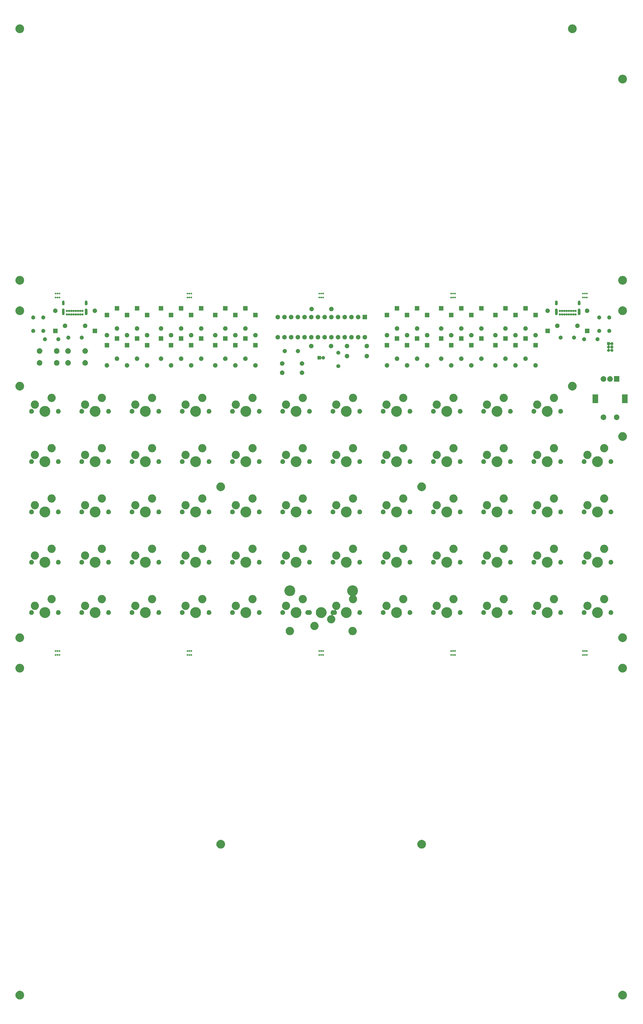
<source format=gts>
G04 #@! TF.GenerationSoftware,KiCad,Pcbnew,(5.1.5)-3*
G04 #@! TF.CreationDate,2020-11-24T12:45:19-08:00*
G04 #@! TF.ProjectId,framework,6672616d-6577-46f7-926b-2e6b69636164,rev?*
G04 #@! TF.SameCoordinates,Original*
G04 #@! TF.FileFunction,Soldermask,Top*
G04 #@! TF.FilePolarity,Negative*
%FSLAX46Y46*%
G04 Gerber Fmt 4.6, Leading zero omitted, Abs format (unit mm)*
G04 Created by KiCad (PCBNEW (5.1.5)-3) date 2020-11-24 12:45:19*
%MOMM*%
%LPD*%
G04 APERTURE LIST*
%ADD10C,0.100000*%
G04 APERTURE END LIST*
D10*
G36*
X543300256Y-238516298D02*
G01*
X543406579Y-238537447D01*
X543707042Y-238661903D01*
X543977451Y-238842585D01*
X544207415Y-239072549D01*
X544388097Y-239342958D01*
X544512553Y-239643421D01*
X544576000Y-239962391D01*
X544576000Y-240287609D01*
X544512553Y-240606579D01*
X544388097Y-240907042D01*
X544207415Y-241177451D01*
X543977451Y-241407415D01*
X543707042Y-241588097D01*
X543406579Y-241712553D01*
X543300256Y-241733702D01*
X543087611Y-241776000D01*
X542762389Y-241776000D01*
X542549744Y-241733702D01*
X542443421Y-241712553D01*
X542142958Y-241588097D01*
X541872549Y-241407415D01*
X541642585Y-241177451D01*
X541461903Y-240907042D01*
X541337447Y-240606579D01*
X541274000Y-240287609D01*
X541274000Y-239962391D01*
X541337447Y-239643421D01*
X541461903Y-239342958D01*
X541642585Y-239072549D01*
X541872549Y-238842585D01*
X542142958Y-238661903D01*
X542443421Y-238537447D01*
X542549744Y-238516298D01*
X542762389Y-238474000D01*
X543087611Y-238474000D01*
X543300256Y-238516298D01*
G37*
G36*
X314700256Y-238516298D02*
G01*
X314806579Y-238537447D01*
X315107042Y-238661903D01*
X315377451Y-238842585D01*
X315607415Y-239072549D01*
X315788097Y-239342958D01*
X315912553Y-239643421D01*
X315976000Y-239962391D01*
X315976000Y-240287609D01*
X315912553Y-240606579D01*
X315788097Y-240907042D01*
X315607415Y-241177451D01*
X315377451Y-241407415D01*
X315107042Y-241588097D01*
X314806579Y-241712553D01*
X314700256Y-241733702D01*
X314487611Y-241776000D01*
X314162389Y-241776000D01*
X313949744Y-241733702D01*
X313843421Y-241712553D01*
X313542958Y-241588097D01*
X313272549Y-241407415D01*
X313042585Y-241177451D01*
X312861903Y-240907042D01*
X312737447Y-240606579D01*
X312674000Y-240287609D01*
X312674000Y-239962391D01*
X312737447Y-239643421D01*
X312861903Y-239342958D01*
X313042585Y-239072549D01*
X313272549Y-238842585D01*
X313542958Y-238661903D01*
X313843421Y-238537447D01*
X313949744Y-238516298D01*
X314162389Y-238474000D01*
X314487611Y-238474000D01*
X314700256Y-238516298D01*
G37*
G36*
X467100256Y-181366298D02*
G01*
X467206579Y-181387447D01*
X467507042Y-181511903D01*
X467777451Y-181692585D01*
X468007415Y-181922549D01*
X468188097Y-182192958D01*
X468312553Y-182493421D01*
X468376000Y-182812391D01*
X468376000Y-183137609D01*
X468312553Y-183456579D01*
X468188097Y-183757042D01*
X468007415Y-184027451D01*
X467777451Y-184257415D01*
X467507042Y-184438097D01*
X467206579Y-184562553D01*
X467100256Y-184583702D01*
X466887611Y-184626000D01*
X466562389Y-184626000D01*
X466349744Y-184583702D01*
X466243421Y-184562553D01*
X465942958Y-184438097D01*
X465672549Y-184257415D01*
X465442585Y-184027451D01*
X465261903Y-183757042D01*
X465137447Y-183456579D01*
X465074000Y-183137609D01*
X465074000Y-182812391D01*
X465137447Y-182493421D01*
X465261903Y-182192958D01*
X465442585Y-181922549D01*
X465672549Y-181692585D01*
X465942958Y-181511903D01*
X466243421Y-181387447D01*
X466349744Y-181366298D01*
X466562389Y-181324000D01*
X466887611Y-181324000D01*
X467100256Y-181366298D01*
G37*
G36*
X390900256Y-181366298D02*
G01*
X391006579Y-181387447D01*
X391307042Y-181511903D01*
X391577451Y-181692585D01*
X391807415Y-181922549D01*
X391988097Y-182192958D01*
X392112553Y-182493421D01*
X392176000Y-182812391D01*
X392176000Y-183137609D01*
X392112553Y-183456579D01*
X391988097Y-183757042D01*
X391807415Y-184027451D01*
X391577451Y-184257415D01*
X391307042Y-184438097D01*
X391006579Y-184562553D01*
X390900256Y-184583702D01*
X390687611Y-184626000D01*
X390362389Y-184626000D01*
X390149744Y-184583702D01*
X390043421Y-184562553D01*
X389742958Y-184438097D01*
X389472549Y-184257415D01*
X389242585Y-184027451D01*
X389061903Y-183757042D01*
X388937447Y-183456579D01*
X388874000Y-183137609D01*
X388874000Y-182812391D01*
X388937447Y-182493421D01*
X389061903Y-182192958D01*
X389242585Y-181922549D01*
X389472549Y-181692585D01*
X389742958Y-181511903D01*
X390043421Y-181387447D01*
X390149744Y-181366298D01*
X390362389Y-181324000D01*
X390687611Y-181324000D01*
X390900256Y-181366298D01*
G37*
G36*
X314700256Y-114691298D02*
G01*
X314806579Y-114712447D01*
X315107042Y-114836903D01*
X315377451Y-115017585D01*
X315607415Y-115247549D01*
X315788097Y-115517958D01*
X315912553Y-115818421D01*
X315976000Y-116137391D01*
X315976000Y-116462609D01*
X315912553Y-116781579D01*
X315788097Y-117082042D01*
X315607415Y-117352451D01*
X315377451Y-117582415D01*
X315107042Y-117763097D01*
X314806579Y-117887553D01*
X314700256Y-117908702D01*
X314487611Y-117951000D01*
X314162389Y-117951000D01*
X313949744Y-117908702D01*
X313843421Y-117887553D01*
X313542958Y-117763097D01*
X313272549Y-117582415D01*
X313042585Y-117352451D01*
X312861903Y-117082042D01*
X312737447Y-116781579D01*
X312674000Y-116462609D01*
X312674000Y-116137391D01*
X312737447Y-115818421D01*
X312861903Y-115517958D01*
X313042585Y-115247549D01*
X313272549Y-115017585D01*
X313542958Y-114836903D01*
X313843421Y-114712447D01*
X313949744Y-114691298D01*
X314162389Y-114649000D01*
X314487611Y-114649000D01*
X314700256Y-114691298D01*
G37*
G36*
X543300256Y-114691298D02*
G01*
X543406579Y-114712447D01*
X543707042Y-114836903D01*
X543977451Y-115017585D01*
X544207415Y-115247549D01*
X544388097Y-115517958D01*
X544512553Y-115818421D01*
X544576000Y-116137391D01*
X544576000Y-116462609D01*
X544512553Y-116781579D01*
X544388097Y-117082042D01*
X544207415Y-117352451D01*
X543977451Y-117582415D01*
X543707042Y-117763097D01*
X543406579Y-117887553D01*
X543300256Y-117908702D01*
X543087611Y-117951000D01*
X542762389Y-117951000D01*
X542549744Y-117908702D01*
X542443421Y-117887553D01*
X542142958Y-117763097D01*
X541872549Y-117582415D01*
X541642585Y-117352451D01*
X541461903Y-117082042D01*
X541337447Y-116781579D01*
X541274000Y-116462609D01*
X541274000Y-116137391D01*
X541337447Y-115818421D01*
X541461903Y-115517958D01*
X541642585Y-115247549D01*
X541872549Y-115017585D01*
X542142958Y-114836903D01*
X542443421Y-114712447D01*
X542549744Y-114691298D01*
X542762389Y-114649000D01*
X543087611Y-114649000D01*
X543300256Y-114691298D01*
G37*
G36*
X477962797Y-110998067D02*
G01*
X478017575Y-111020757D01*
X478017577Y-111020758D01*
X478066876Y-111053698D01*
X478108802Y-111095624D01*
X478141742Y-111144923D01*
X478146067Y-111151396D01*
X478161612Y-111170338D01*
X478180554Y-111185883D01*
X478202165Y-111197434D01*
X478225614Y-111204547D01*
X478250000Y-111206949D01*
X478274386Y-111204547D01*
X478297835Y-111197434D01*
X478319446Y-111185883D01*
X478338388Y-111170338D01*
X478353933Y-111151396D01*
X478358258Y-111144923D01*
X478391198Y-111095624D01*
X478433124Y-111053698D01*
X478482423Y-111020758D01*
X478482425Y-111020757D01*
X478537203Y-110998067D01*
X478595353Y-110986500D01*
X478654647Y-110986500D01*
X478712797Y-110998067D01*
X478767575Y-111020757D01*
X478767577Y-111020758D01*
X478816876Y-111053698D01*
X478858802Y-111095624D01*
X478891742Y-111144923D01*
X478896067Y-111151396D01*
X478911612Y-111170338D01*
X478930554Y-111185883D01*
X478952165Y-111197434D01*
X478975614Y-111204547D01*
X479000000Y-111206949D01*
X479024386Y-111204547D01*
X479047835Y-111197434D01*
X479069446Y-111185883D01*
X479088388Y-111170338D01*
X479103933Y-111151396D01*
X479108258Y-111144923D01*
X479141198Y-111095624D01*
X479183124Y-111053698D01*
X479232423Y-111020758D01*
X479232425Y-111020757D01*
X479287203Y-110998067D01*
X479345353Y-110986500D01*
X479404647Y-110986500D01*
X479462797Y-110998067D01*
X479517575Y-111020757D01*
X479517577Y-111020758D01*
X479566876Y-111053698D01*
X479608802Y-111095624D01*
X479641742Y-111144923D01*
X479641743Y-111144925D01*
X479664433Y-111199703D01*
X479676000Y-111257853D01*
X479676000Y-111317147D01*
X479664433Y-111375297D01*
X479644423Y-111423604D01*
X479641742Y-111430077D01*
X479608802Y-111479376D01*
X479566876Y-111521302D01*
X479517577Y-111554242D01*
X479517576Y-111554243D01*
X479517575Y-111554243D01*
X479462797Y-111576933D01*
X479404647Y-111588500D01*
X479345353Y-111588500D01*
X479287203Y-111576933D01*
X479232425Y-111554243D01*
X479232424Y-111554243D01*
X479232423Y-111554242D01*
X479183124Y-111521302D01*
X479141198Y-111479376D01*
X479108258Y-111430077D01*
X479108257Y-111430075D01*
X479103933Y-111423604D01*
X479088388Y-111404662D01*
X479069446Y-111389117D01*
X479047835Y-111377566D01*
X479024386Y-111370453D01*
X479000000Y-111368051D01*
X478975614Y-111370453D01*
X478952165Y-111377566D01*
X478930554Y-111389117D01*
X478911612Y-111404662D01*
X478896067Y-111423604D01*
X478891743Y-111430075D01*
X478891742Y-111430077D01*
X478858802Y-111479376D01*
X478816876Y-111521302D01*
X478767577Y-111554242D01*
X478767576Y-111554243D01*
X478767575Y-111554243D01*
X478712797Y-111576933D01*
X478654647Y-111588500D01*
X478595353Y-111588500D01*
X478537203Y-111576933D01*
X478482425Y-111554243D01*
X478482424Y-111554243D01*
X478482423Y-111554242D01*
X478433124Y-111521302D01*
X478391198Y-111479376D01*
X478358258Y-111430077D01*
X478358257Y-111430075D01*
X478353933Y-111423604D01*
X478338388Y-111404662D01*
X478319446Y-111389117D01*
X478297835Y-111377566D01*
X478274386Y-111370453D01*
X478250000Y-111368051D01*
X478225614Y-111370453D01*
X478202165Y-111377566D01*
X478180554Y-111389117D01*
X478161612Y-111404662D01*
X478146067Y-111423604D01*
X478141743Y-111430075D01*
X478141742Y-111430077D01*
X478108802Y-111479376D01*
X478066876Y-111521302D01*
X478017577Y-111554242D01*
X478017576Y-111554243D01*
X478017575Y-111554243D01*
X477962797Y-111576933D01*
X477904647Y-111588500D01*
X477845353Y-111588500D01*
X477787203Y-111576933D01*
X477732425Y-111554243D01*
X477732424Y-111554243D01*
X477732423Y-111554242D01*
X477683124Y-111521302D01*
X477641198Y-111479376D01*
X477608258Y-111430077D01*
X477605577Y-111423604D01*
X477585567Y-111375297D01*
X477574000Y-111317147D01*
X477574000Y-111257853D01*
X477585567Y-111199703D01*
X477608257Y-111144925D01*
X477608258Y-111144923D01*
X477641198Y-111095624D01*
X477683124Y-111053698D01*
X477732423Y-111020758D01*
X477732425Y-111020757D01*
X477787203Y-110998067D01*
X477845353Y-110986500D01*
X477904647Y-110986500D01*
X477962797Y-110998067D01*
G37*
G36*
X427962797Y-110998067D02*
G01*
X428017575Y-111020757D01*
X428017577Y-111020758D01*
X428066876Y-111053698D01*
X428108802Y-111095624D01*
X428141742Y-111144923D01*
X428146067Y-111151396D01*
X428161612Y-111170338D01*
X428180554Y-111185883D01*
X428202165Y-111197434D01*
X428225614Y-111204547D01*
X428250000Y-111206949D01*
X428274386Y-111204547D01*
X428297835Y-111197434D01*
X428319446Y-111185883D01*
X428338388Y-111170338D01*
X428353933Y-111151396D01*
X428358258Y-111144923D01*
X428391198Y-111095624D01*
X428433124Y-111053698D01*
X428482423Y-111020758D01*
X428482425Y-111020757D01*
X428537203Y-110998067D01*
X428595353Y-110986500D01*
X428654647Y-110986500D01*
X428712797Y-110998067D01*
X428767575Y-111020757D01*
X428767577Y-111020758D01*
X428816876Y-111053698D01*
X428858802Y-111095624D01*
X428891742Y-111144923D01*
X428896067Y-111151396D01*
X428911612Y-111170338D01*
X428930554Y-111185883D01*
X428952165Y-111197434D01*
X428975614Y-111204547D01*
X429000000Y-111206949D01*
X429024386Y-111204547D01*
X429047835Y-111197434D01*
X429069446Y-111185883D01*
X429088388Y-111170338D01*
X429103933Y-111151396D01*
X429108258Y-111144923D01*
X429141198Y-111095624D01*
X429183124Y-111053698D01*
X429232423Y-111020758D01*
X429232425Y-111020757D01*
X429287203Y-110998067D01*
X429345353Y-110986500D01*
X429404647Y-110986500D01*
X429462797Y-110998067D01*
X429517575Y-111020757D01*
X429517577Y-111020758D01*
X429566876Y-111053698D01*
X429608802Y-111095624D01*
X429641742Y-111144923D01*
X429641743Y-111144925D01*
X429664433Y-111199703D01*
X429676000Y-111257853D01*
X429676000Y-111317147D01*
X429664433Y-111375297D01*
X429644423Y-111423604D01*
X429641742Y-111430077D01*
X429608802Y-111479376D01*
X429566876Y-111521302D01*
X429517577Y-111554242D01*
X429517576Y-111554243D01*
X429517575Y-111554243D01*
X429462797Y-111576933D01*
X429404647Y-111588500D01*
X429345353Y-111588500D01*
X429287203Y-111576933D01*
X429232425Y-111554243D01*
X429232424Y-111554243D01*
X429232423Y-111554242D01*
X429183124Y-111521302D01*
X429141198Y-111479376D01*
X429108258Y-111430077D01*
X429108257Y-111430075D01*
X429103933Y-111423604D01*
X429088388Y-111404662D01*
X429069446Y-111389117D01*
X429047835Y-111377566D01*
X429024386Y-111370453D01*
X429000000Y-111368051D01*
X428975614Y-111370453D01*
X428952165Y-111377566D01*
X428930554Y-111389117D01*
X428911612Y-111404662D01*
X428896067Y-111423604D01*
X428891743Y-111430075D01*
X428891742Y-111430077D01*
X428858802Y-111479376D01*
X428816876Y-111521302D01*
X428767577Y-111554242D01*
X428767576Y-111554243D01*
X428767575Y-111554243D01*
X428712797Y-111576933D01*
X428654647Y-111588500D01*
X428595353Y-111588500D01*
X428537203Y-111576933D01*
X428482425Y-111554243D01*
X428482424Y-111554243D01*
X428482423Y-111554242D01*
X428433124Y-111521302D01*
X428391198Y-111479376D01*
X428358258Y-111430077D01*
X428358257Y-111430075D01*
X428353933Y-111423604D01*
X428338388Y-111404662D01*
X428319446Y-111389117D01*
X428297835Y-111377566D01*
X428274386Y-111370453D01*
X428250000Y-111368051D01*
X428225614Y-111370453D01*
X428202165Y-111377566D01*
X428180554Y-111389117D01*
X428161612Y-111404662D01*
X428146067Y-111423604D01*
X428141743Y-111430075D01*
X428141742Y-111430077D01*
X428108802Y-111479376D01*
X428066876Y-111521302D01*
X428017577Y-111554242D01*
X428017576Y-111554243D01*
X428017575Y-111554243D01*
X427962797Y-111576933D01*
X427904647Y-111588500D01*
X427845353Y-111588500D01*
X427787203Y-111576933D01*
X427732425Y-111554243D01*
X427732424Y-111554243D01*
X427732423Y-111554242D01*
X427683124Y-111521302D01*
X427641198Y-111479376D01*
X427608258Y-111430077D01*
X427605577Y-111423604D01*
X427585567Y-111375297D01*
X427574000Y-111317147D01*
X427574000Y-111257853D01*
X427585567Y-111199703D01*
X427608257Y-111144925D01*
X427608258Y-111144923D01*
X427641198Y-111095624D01*
X427683124Y-111053698D01*
X427732423Y-111020758D01*
X427732425Y-111020757D01*
X427787203Y-110998067D01*
X427845353Y-110986500D01*
X427904647Y-110986500D01*
X427962797Y-110998067D01*
G37*
G36*
X377962797Y-110998067D02*
G01*
X378017575Y-111020757D01*
X378017577Y-111020758D01*
X378066876Y-111053698D01*
X378108802Y-111095624D01*
X378141742Y-111144923D01*
X378146067Y-111151396D01*
X378161612Y-111170338D01*
X378180554Y-111185883D01*
X378202165Y-111197434D01*
X378225614Y-111204547D01*
X378250000Y-111206949D01*
X378274386Y-111204547D01*
X378297835Y-111197434D01*
X378319446Y-111185883D01*
X378338388Y-111170338D01*
X378353933Y-111151396D01*
X378358258Y-111144923D01*
X378391198Y-111095624D01*
X378433124Y-111053698D01*
X378482423Y-111020758D01*
X378482425Y-111020757D01*
X378537203Y-110998067D01*
X378595353Y-110986500D01*
X378654647Y-110986500D01*
X378712797Y-110998067D01*
X378767575Y-111020757D01*
X378767577Y-111020758D01*
X378816876Y-111053698D01*
X378858802Y-111095624D01*
X378891742Y-111144923D01*
X378896067Y-111151396D01*
X378911612Y-111170338D01*
X378930554Y-111185883D01*
X378952165Y-111197434D01*
X378975614Y-111204547D01*
X379000000Y-111206949D01*
X379024386Y-111204547D01*
X379047835Y-111197434D01*
X379069446Y-111185883D01*
X379088388Y-111170338D01*
X379103933Y-111151396D01*
X379108258Y-111144923D01*
X379141198Y-111095624D01*
X379183124Y-111053698D01*
X379232423Y-111020758D01*
X379232425Y-111020757D01*
X379287203Y-110998067D01*
X379345353Y-110986500D01*
X379404647Y-110986500D01*
X379462797Y-110998067D01*
X379517575Y-111020757D01*
X379517577Y-111020758D01*
X379566876Y-111053698D01*
X379608802Y-111095624D01*
X379641742Y-111144923D01*
X379641743Y-111144925D01*
X379664433Y-111199703D01*
X379676000Y-111257853D01*
X379676000Y-111317147D01*
X379664433Y-111375297D01*
X379644423Y-111423604D01*
X379641742Y-111430077D01*
X379608802Y-111479376D01*
X379566876Y-111521302D01*
X379517577Y-111554242D01*
X379517576Y-111554243D01*
X379517575Y-111554243D01*
X379462797Y-111576933D01*
X379404647Y-111588500D01*
X379345353Y-111588500D01*
X379287203Y-111576933D01*
X379232425Y-111554243D01*
X379232424Y-111554243D01*
X379232423Y-111554242D01*
X379183124Y-111521302D01*
X379141198Y-111479376D01*
X379108258Y-111430077D01*
X379108257Y-111430075D01*
X379103933Y-111423604D01*
X379088388Y-111404662D01*
X379069446Y-111389117D01*
X379047835Y-111377566D01*
X379024386Y-111370453D01*
X379000000Y-111368051D01*
X378975614Y-111370453D01*
X378952165Y-111377566D01*
X378930554Y-111389117D01*
X378911612Y-111404662D01*
X378896067Y-111423604D01*
X378891743Y-111430075D01*
X378891742Y-111430077D01*
X378858802Y-111479376D01*
X378816876Y-111521302D01*
X378767577Y-111554242D01*
X378767576Y-111554243D01*
X378767575Y-111554243D01*
X378712797Y-111576933D01*
X378654647Y-111588500D01*
X378595353Y-111588500D01*
X378537203Y-111576933D01*
X378482425Y-111554243D01*
X378482424Y-111554243D01*
X378482423Y-111554242D01*
X378433124Y-111521302D01*
X378391198Y-111479376D01*
X378358258Y-111430077D01*
X378358257Y-111430075D01*
X378353933Y-111423604D01*
X378338388Y-111404662D01*
X378319446Y-111389117D01*
X378297835Y-111377566D01*
X378274386Y-111370453D01*
X378250000Y-111368051D01*
X378225614Y-111370453D01*
X378202165Y-111377566D01*
X378180554Y-111389117D01*
X378161612Y-111404662D01*
X378146067Y-111423604D01*
X378141743Y-111430075D01*
X378141742Y-111430077D01*
X378108802Y-111479376D01*
X378066876Y-111521302D01*
X378017577Y-111554242D01*
X378017576Y-111554243D01*
X378017575Y-111554243D01*
X377962797Y-111576933D01*
X377904647Y-111588500D01*
X377845353Y-111588500D01*
X377787203Y-111576933D01*
X377732425Y-111554243D01*
X377732424Y-111554243D01*
X377732423Y-111554242D01*
X377683124Y-111521302D01*
X377641198Y-111479376D01*
X377608258Y-111430077D01*
X377605577Y-111423604D01*
X377585567Y-111375297D01*
X377574000Y-111317147D01*
X377574000Y-111257853D01*
X377585567Y-111199703D01*
X377608257Y-111144925D01*
X377608258Y-111144923D01*
X377641198Y-111095624D01*
X377683124Y-111053698D01*
X377732423Y-111020758D01*
X377732425Y-111020757D01*
X377787203Y-110998067D01*
X377845353Y-110986500D01*
X377904647Y-110986500D01*
X377962797Y-110998067D01*
G37*
G36*
X527962797Y-110998067D02*
G01*
X528017575Y-111020757D01*
X528017577Y-111020758D01*
X528066876Y-111053698D01*
X528108802Y-111095624D01*
X528141742Y-111144923D01*
X528146067Y-111151396D01*
X528161612Y-111170338D01*
X528180554Y-111185883D01*
X528202165Y-111197434D01*
X528225614Y-111204547D01*
X528250000Y-111206949D01*
X528274386Y-111204547D01*
X528297835Y-111197434D01*
X528319446Y-111185883D01*
X528338388Y-111170338D01*
X528353933Y-111151396D01*
X528358258Y-111144923D01*
X528391198Y-111095624D01*
X528433124Y-111053698D01*
X528482423Y-111020758D01*
X528482425Y-111020757D01*
X528537203Y-110998067D01*
X528595353Y-110986500D01*
X528654647Y-110986500D01*
X528712797Y-110998067D01*
X528767575Y-111020757D01*
X528767577Y-111020758D01*
X528816876Y-111053698D01*
X528858802Y-111095624D01*
X528891742Y-111144923D01*
X528896067Y-111151396D01*
X528911612Y-111170338D01*
X528930554Y-111185883D01*
X528952165Y-111197434D01*
X528975614Y-111204547D01*
X529000000Y-111206949D01*
X529024386Y-111204547D01*
X529047835Y-111197434D01*
X529069446Y-111185883D01*
X529088388Y-111170338D01*
X529103933Y-111151396D01*
X529108258Y-111144923D01*
X529141198Y-111095624D01*
X529183124Y-111053698D01*
X529232423Y-111020758D01*
X529232425Y-111020757D01*
X529287203Y-110998067D01*
X529345353Y-110986500D01*
X529404647Y-110986500D01*
X529462797Y-110998067D01*
X529517575Y-111020757D01*
X529517577Y-111020758D01*
X529566876Y-111053698D01*
X529608802Y-111095624D01*
X529641742Y-111144923D01*
X529641743Y-111144925D01*
X529664433Y-111199703D01*
X529676000Y-111257853D01*
X529676000Y-111317147D01*
X529664433Y-111375297D01*
X529644423Y-111423604D01*
X529641742Y-111430077D01*
X529608802Y-111479376D01*
X529566876Y-111521302D01*
X529517577Y-111554242D01*
X529517576Y-111554243D01*
X529517575Y-111554243D01*
X529462797Y-111576933D01*
X529404647Y-111588500D01*
X529345353Y-111588500D01*
X529287203Y-111576933D01*
X529232425Y-111554243D01*
X529232424Y-111554243D01*
X529232423Y-111554242D01*
X529183124Y-111521302D01*
X529141198Y-111479376D01*
X529108258Y-111430077D01*
X529108257Y-111430075D01*
X529103933Y-111423604D01*
X529088388Y-111404662D01*
X529069446Y-111389117D01*
X529047835Y-111377566D01*
X529024386Y-111370453D01*
X529000000Y-111368051D01*
X528975614Y-111370453D01*
X528952165Y-111377566D01*
X528930554Y-111389117D01*
X528911612Y-111404662D01*
X528896067Y-111423604D01*
X528891743Y-111430075D01*
X528891742Y-111430077D01*
X528858802Y-111479376D01*
X528816876Y-111521302D01*
X528767577Y-111554242D01*
X528767576Y-111554243D01*
X528767575Y-111554243D01*
X528712797Y-111576933D01*
X528654647Y-111588500D01*
X528595353Y-111588500D01*
X528537203Y-111576933D01*
X528482425Y-111554243D01*
X528482424Y-111554243D01*
X528482423Y-111554242D01*
X528433124Y-111521302D01*
X528391198Y-111479376D01*
X528358258Y-111430077D01*
X528358257Y-111430075D01*
X528353933Y-111423604D01*
X528338388Y-111404662D01*
X528319446Y-111389117D01*
X528297835Y-111377566D01*
X528274386Y-111370453D01*
X528250000Y-111368051D01*
X528225614Y-111370453D01*
X528202165Y-111377566D01*
X528180554Y-111389117D01*
X528161612Y-111404662D01*
X528146067Y-111423604D01*
X528141743Y-111430075D01*
X528141742Y-111430077D01*
X528108802Y-111479376D01*
X528066876Y-111521302D01*
X528017577Y-111554242D01*
X528017576Y-111554243D01*
X528017575Y-111554243D01*
X527962797Y-111576933D01*
X527904647Y-111588500D01*
X527845353Y-111588500D01*
X527787203Y-111576933D01*
X527732425Y-111554243D01*
X527732424Y-111554243D01*
X527732423Y-111554242D01*
X527683124Y-111521302D01*
X527641198Y-111479376D01*
X527608258Y-111430077D01*
X527605577Y-111423604D01*
X527585567Y-111375297D01*
X527574000Y-111317147D01*
X527574000Y-111257853D01*
X527585567Y-111199703D01*
X527608257Y-111144925D01*
X527608258Y-111144923D01*
X527641198Y-111095624D01*
X527683124Y-111053698D01*
X527732423Y-111020758D01*
X527732425Y-111020757D01*
X527787203Y-110998067D01*
X527845353Y-110986500D01*
X527904647Y-110986500D01*
X527962797Y-110998067D01*
G37*
G36*
X327962797Y-110998067D02*
G01*
X328017575Y-111020757D01*
X328017577Y-111020758D01*
X328066876Y-111053698D01*
X328108802Y-111095624D01*
X328141742Y-111144923D01*
X328146067Y-111151396D01*
X328161612Y-111170338D01*
X328180554Y-111185883D01*
X328202165Y-111197434D01*
X328225614Y-111204547D01*
X328250000Y-111206949D01*
X328274386Y-111204547D01*
X328297835Y-111197434D01*
X328319446Y-111185883D01*
X328338388Y-111170338D01*
X328353933Y-111151396D01*
X328358258Y-111144923D01*
X328391198Y-111095624D01*
X328433124Y-111053698D01*
X328482423Y-111020758D01*
X328482425Y-111020757D01*
X328537203Y-110998067D01*
X328595353Y-110986500D01*
X328654647Y-110986500D01*
X328712797Y-110998067D01*
X328767575Y-111020757D01*
X328767577Y-111020758D01*
X328816876Y-111053698D01*
X328858802Y-111095624D01*
X328891742Y-111144923D01*
X328896067Y-111151396D01*
X328911612Y-111170338D01*
X328930554Y-111185883D01*
X328952165Y-111197434D01*
X328975614Y-111204547D01*
X329000000Y-111206949D01*
X329024386Y-111204547D01*
X329047835Y-111197434D01*
X329069446Y-111185883D01*
X329088388Y-111170338D01*
X329103933Y-111151396D01*
X329108258Y-111144923D01*
X329141198Y-111095624D01*
X329183124Y-111053698D01*
X329232423Y-111020758D01*
X329232425Y-111020757D01*
X329287203Y-110998067D01*
X329345353Y-110986500D01*
X329404647Y-110986500D01*
X329462797Y-110998067D01*
X329517575Y-111020757D01*
X329517577Y-111020758D01*
X329566876Y-111053698D01*
X329608802Y-111095624D01*
X329641742Y-111144923D01*
X329641743Y-111144925D01*
X329664433Y-111199703D01*
X329676000Y-111257853D01*
X329676000Y-111317147D01*
X329664433Y-111375297D01*
X329644423Y-111423604D01*
X329641742Y-111430077D01*
X329608802Y-111479376D01*
X329566876Y-111521302D01*
X329517577Y-111554242D01*
X329517576Y-111554243D01*
X329517575Y-111554243D01*
X329462797Y-111576933D01*
X329404647Y-111588500D01*
X329345353Y-111588500D01*
X329287203Y-111576933D01*
X329232425Y-111554243D01*
X329232424Y-111554243D01*
X329232423Y-111554242D01*
X329183124Y-111521302D01*
X329141198Y-111479376D01*
X329108258Y-111430077D01*
X329108257Y-111430075D01*
X329103933Y-111423604D01*
X329088388Y-111404662D01*
X329069446Y-111389117D01*
X329047835Y-111377566D01*
X329024386Y-111370453D01*
X329000000Y-111368051D01*
X328975614Y-111370453D01*
X328952165Y-111377566D01*
X328930554Y-111389117D01*
X328911612Y-111404662D01*
X328896067Y-111423604D01*
X328891743Y-111430075D01*
X328891742Y-111430077D01*
X328858802Y-111479376D01*
X328816876Y-111521302D01*
X328767577Y-111554242D01*
X328767576Y-111554243D01*
X328767575Y-111554243D01*
X328712797Y-111576933D01*
X328654647Y-111588500D01*
X328595353Y-111588500D01*
X328537203Y-111576933D01*
X328482425Y-111554243D01*
X328482424Y-111554243D01*
X328482423Y-111554242D01*
X328433124Y-111521302D01*
X328391198Y-111479376D01*
X328358258Y-111430077D01*
X328358257Y-111430075D01*
X328353933Y-111423604D01*
X328338388Y-111404662D01*
X328319446Y-111389117D01*
X328297835Y-111377566D01*
X328274386Y-111370453D01*
X328250000Y-111368051D01*
X328225614Y-111370453D01*
X328202165Y-111377566D01*
X328180554Y-111389117D01*
X328161612Y-111404662D01*
X328146067Y-111423604D01*
X328141743Y-111430075D01*
X328141742Y-111430077D01*
X328108802Y-111479376D01*
X328066876Y-111521302D01*
X328017577Y-111554242D01*
X328017576Y-111554243D01*
X328017575Y-111554243D01*
X327962797Y-111576933D01*
X327904647Y-111588500D01*
X327845353Y-111588500D01*
X327787203Y-111576933D01*
X327732425Y-111554243D01*
X327732424Y-111554243D01*
X327732423Y-111554242D01*
X327683124Y-111521302D01*
X327641198Y-111479376D01*
X327608258Y-111430077D01*
X327605577Y-111423604D01*
X327585567Y-111375297D01*
X327574000Y-111317147D01*
X327574000Y-111257853D01*
X327585567Y-111199703D01*
X327608257Y-111144925D01*
X327608258Y-111144923D01*
X327641198Y-111095624D01*
X327683124Y-111053698D01*
X327732423Y-111020758D01*
X327732425Y-111020757D01*
X327787203Y-110998067D01*
X327845353Y-110986500D01*
X327904647Y-110986500D01*
X327962797Y-110998067D01*
G37*
G36*
X377962797Y-109498067D02*
G01*
X378017575Y-109520757D01*
X378017577Y-109520758D01*
X378066876Y-109553698D01*
X378108802Y-109595624D01*
X378141742Y-109644923D01*
X378146067Y-109651396D01*
X378161612Y-109670338D01*
X378180554Y-109685883D01*
X378202165Y-109697434D01*
X378225614Y-109704547D01*
X378250000Y-109706949D01*
X378274386Y-109704547D01*
X378297835Y-109697434D01*
X378319446Y-109685883D01*
X378338388Y-109670338D01*
X378353933Y-109651396D01*
X378358258Y-109644923D01*
X378391198Y-109595624D01*
X378433124Y-109553698D01*
X378482423Y-109520758D01*
X378482425Y-109520757D01*
X378537203Y-109498067D01*
X378595353Y-109486500D01*
X378654647Y-109486500D01*
X378712797Y-109498067D01*
X378767575Y-109520757D01*
X378767577Y-109520758D01*
X378816876Y-109553698D01*
X378858802Y-109595624D01*
X378891742Y-109644923D01*
X378896067Y-109651396D01*
X378911612Y-109670338D01*
X378930554Y-109685883D01*
X378952165Y-109697434D01*
X378975614Y-109704547D01*
X379000000Y-109706949D01*
X379024386Y-109704547D01*
X379047835Y-109697434D01*
X379069446Y-109685883D01*
X379088388Y-109670338D01*
X379103933Y-109651396D01*
X379108258Y-109644923D01*
X379141198Y-109595624D01*
X379183124Y-109553698D01*
X379232423Y-109520758D01*
X379232425Y-109520757D01*
X379287203Y-109498067D01*
X379345353Y-109486500D01*
X379404647Y-109486500D01*
X379462797Y-109498067D01*
X379517575Y-109520757D01*
X379517577Y-109520758D01*
X379566876Y-109553698D01*
X379608802Y-109595624D01*
X379641742Y-109644923D01*
X379641743Y-109644925D01*
X379664433Y-109699703D01*
X379676000Y-109757853D01*
X379676000Y-109817147D01*
X379664433Y-109875297D01*
X379644423Y-109923604D01*
X379641742Y-109930077D01*
X379608802Y-109979376D01*
X379566876Y-110021302D01*
X379517577Y-110054242D01*
X379517576Y-110054243D01*
X379517575Y-110054243D01*
X379462797Y-110076933D01*
X379404647Y-110088500D01*
X379345353Y-110088500D01*
X379287203Y-110076933D01*
X379232425Y-110054243D01*
X379232424Y-110054243D01*
X379232423Y-110054242D01*
X379183124Y-110021302D01*
X379141198Y-109979376D01*
X379108258Y-109930077D01*
X379108257Y-109930075D01*
X379103933Y-109923604D01*
X379088388Y-109904662D01*
X379069446Y-109889117D01*
X379047835Y-109877566D01*
X379024386Y-109870453D01*
X379000000Y-109868051D01*
X378975614Y-109870453D01*
X378952165Y-109877566D01*
X378930554Y-109889117D01*
X378911612Y-109904662D01*
X378896067Y-109923604D01*
X378891743Y-109930075D01*
X378891742Y-109930077D01*
X378858802Y-109979376D01*
X378816876Y-110021302D01*
X378767577Y-110054242D01*
X378767576Y-110054243D01*
X378767575Y-110054243D01*
X378712797Y-110076933D01*
X378654647Y-110088500D01*
X378595353Y-110088500D01*
X378537203Y-110076933D01*
X378482425Y-110054243D01*
X378482424Y-110054243D01*
X378482423Y-110054242D01*
X378433124Y-110021302D01*
X378391198Y-109979376D01*
X378358258Y-109930077D01*
X378358257Y-109930075D01*
X378353933Y-109923604D01*
X378338388Y-109904662D01*
X378319446Y-109889117D01*
X378297835Y-109877566D01*
X378274386Y-109870453D01*
X378250000Y-109868051D01*
X378225614Y-109870453D01*
X378202165Y-109877566D01*
X378180554Y-109889117D01*
X378161612Y-109904662D01*
X378146067Y-109923604D01*
X378141743Y-109930075D01*
X378141742Y-109930077D01*
X378108802Y-109979376D01*
X378066876Y-110021302D01*
X378017577Y-110054242D01*
X378017576Y-110054243D01*
X378017575Y-110054243D01*
X377962797Y-110076933D01*
X377904647Y-110088500D01*
X377845353Y-110088500D01*
X377787203Y-110076933D01*
X377732425Y-110054243D01*
X377732424Y-110054243D01*
X377732423Y-110054242D01*
X377683124Y-110021302D01*
X377641198Y-109979376D01*
X377608258Y-109930077D01*
X377605577Y-109923604D01*
X377585567Y-109875297D01*
X377574000Y-109817147D01*
X377574000Y-109757853D01*
X377585567Y-109699703D01*
X377608257Y-109644925D01*
X377608258Y-109644923D01*
X377641198Y-109595624D01*
X377683124Y-109553698D01*
X377732423Y-109520758D01*
X377732425Y-109520757D01*
X377787203Y-109498067D01*
X377845353Y-109486500D01*
X377904647Y-109486500D01*
X377962797Y-109498067D01*
G37*
G36*
X477962797Y-109498067D02*
G01*
X478017575Y-109520757D01*
X478017577Y-109520758D01*
X478066876Y-109553698D01*
X478108802Y-109595624D01*
X478141742Y-109644923D01*
X478146067Y-109651396D01*
X478161612Y-109670338D01*
X478180554Y-109685883D01*
X478202165Y-109697434D01*
X478225614Y-109704547D01*
X478250000Y-109706949D01*
X478274386Y-109704547D01*
X478297835Y-109697434D01*
X478319446Y-109685883D01*
X478338388Y-109670338D01*
X478353933Y-109651396D01*
X478358258Y-109644923D01*
X478391198Y-109595624D01*
X478433124Y-109553698D01*
X478482423Y-109520758D01*
X478482425Y-109520757D01*
X478537203Y-109498067D01*
X478595353Y-109486500D01*
X478654647Y-109486500D01*
X478712797Y-109498067D01*
X478767575Y-109520757D01*
X478767577Y-109520758D01*
X478816876Y-109553698D01*
X478858802Y-109595624D01*
X478891742Y-109644923D01*
X478896067Y-109651396D01*
X478911612Y-109670338D01*
X478930554Y-109685883D01*
X478952165Y-109697434D01*
X478975614Y-109704547D01*
X479000000Y-109706949D01*
X479024386Y-109704547D01*
X479047835Y-109697434D01*
X479069446Y-109685883D01*
X479088388Y-109670338D01*
X479103933Y-109651396D01*
X479108258Y-109644923D01*
X479141198Y-109595624D01*
X479183124Y-109553698D01*
X479232423Y-109520758D01*
X479232425Y-109520757D01*
X479287203Y-109498067D01*
X479345353Y-109486500D01*
X479404647Y-109486500D01*
X479462797Y-109498067D01*
X479517575Y-109520757D01*
X479517577Y-109520758D01*
X479566876Y-109553698D01*
X479608802Y-109595624D01*
X479641742Y-109644923D01*
X479641743Y-109644925D01*
X479664433Y-109699703D01*
X479676000Y-109757853D01*
X479676000Y-109817147D01*
X479664433Y-109875297D01*
X479644423Y-109923604D01*
X479641742Y-109930077D01*
X479608802Y-109979376D01*
X479566876Y-110021302D01*
X479517577Y-110054242D01*
X479517576Y-110054243D01*
X479517575Y-110054243D01*
X479462797Y-110076933D01*
X479404647Y-110088500D01*
X479345353Y-110088500D01*
X479287203Y-110076933D01*
X479232425Y-110054243D01*
X479232424Y-110054243D01*
X479232423Y-110054242D01*
X479183124Y-110021302D01*
X479141198Y-109979376D01*
X479108258Y-109930077D01*
X479108257Y-109930075D01*
X479103933Y-109923604D01*
X479088388Y-109904662D01*
X479069446Y-109889117D01*
X479047835Y-109877566D01*
X479024386Y-109870453D01*
X479000000Y-109868051D01*
X478975614Y-109870453D01*
X478952165Y-109877566D01*
X478930554Y-109889117D01*
X478911612Y-109904662D01*
X478896067Y-109923604D01*
X478891743Y-109930075D01*
X478891742Y-109930077D01*
X478858802Y-109979376D01*
X478816876Y-110021302D01*
X478767577Y-110054242D01*
X478767576Y-110054243D01*
X478767575Y-110054243D01*
X478712797Y-110076933D01*
X478654647Y-110088500D01*
X478595353Y-110088500D01*
X478537203Y-110076933D01*
X478482425Y-110054243D01*
X478482424Y-110054243D01*
X478482423Y-110054242D01*
X478433124Y-110021302D01*
X478391198Y-109979376D01*
X478358258Y-109930077D01*
X478358257Y-109930075D01*
X478353933Y-109923604D01*
X478338388Y-109904662D01*
X478319446Y-109889117D01*
X478297835Y-109877566D01*
X478274386Y-109870453D01*
X478250000Y-109868051D01*
X478225614Y-109870453D01*
X478202165Y-109877566D01*
X478180554Y-109889117D01*
X478161612Y-109904662D01*
X478146067Y-109923604D01*
X478141743Y-109930075D01*
X478141742Y-109930077D01*
X478108802Y-109979376D01*
X478066876Y-110021302D01*
X478017577Y-110054242D01*
X478017576Y-110054243D01*
X478017575Y-110054243D01*
X477962797Y-110076933D01*
X477904647Y-110088500D01*
X477845353Y-110088500D01*
X477787203Y-110076933D01*
X477732425Y-110054243D01*
X477732424Y-110054243D01*
X477732423Y-110054242D01*
X477683124Y-110021302D01*
X477641198Y-109979376D01*
X477608258Y-109930077D01*
X477605577Y-109923604D01*
X477585567Y-109875297D01*
X477574000Y-109817147D01*
X477574000Y-109757853D01*
X477585567Y-109699703D01*
X477608257Y-109644925D01*
X477608258Y-109644923D01*
X477641198Y-109595624D01*
X477683124Y-109553698D01*
X477732423Y-109520758D01*
X477732425Y-109520757D01*
X477787203Y-109498067D01*
X477845353Y-109486500D01*
X477904647Y-109486500D01*
X477962797Y-109498067D01*
G37*
G36*
X427962797Y-109498067D02*
G01*
X428017575Y-109520757D01*
X428017577Y-109520758D01*
X428066876Y-109553698D01*
X428108802Y-109595624D01*
X428141742Y-109644923D01*
X428146067Y-109651396D01*
X428161612Y-109670338D01*
X428180554Y-109685883D01*
X428202165Y-109697434D01*
X428225614Y-109704547D01*
X428250000Y-109706949D01*
X428274386Y-109704547D01*
X428297835Y-109697434D01*
X428319446Y-109685883D01*
X428338388Y-109670338D01*
X428353933Y-109651396D01*
X428358258Y-109644923D01*
X428391198Y-109595624D01*
X428433124Y-109553698D01*
X428482423Y-109520758D01*
X428482425Y-109520757D01*
X428537203Y-109498067D01*
X428595353Y-109486500D01*
X428654647Y-109486500D01*
X428712797Y-109498067D01*
X428767575Y-109520757D01*
X428767577Y-109520758D01*
X428816876Y-109553698D01*
X428858802Y-109595624D01*
X428891742Y-109644923D01*
X428896067Y-109651396D01*
X428911612Y-109670338D01*
X428930554Y-109685883D01*
X428952165Y-109697434D01*
X428975614Y-109704547D01*
X429000000Y-109706949D01*
X429024386Y-109704547D01*
X429047835Y-109697434D01*
X429069446Y-109685883D01*
X429088388Y-109670338D01*
X429103933Y-109651396D01*
X429108258Y-109644923D01*
X429141198Y-109595624D01*
X429183124Y-109553698D01*
X429232423Y-109520758D01*
X429232425Y-109520757D01*
X429287203Y-109498067D01*
X429345353Y-109486500D01*
X429404647Y-109486500D01*
X429462797Y-109498067D01*
X429517575Y-109520757D01*
X429517577Y-109520758D01*
X429566876Y-109553698D01*
X429608802Y-109595624D01*
X429641742Y-109644923D01*
X429641743Y-109644925D01*
X429664433Y-109699703D01*
X429676000Y-109757853D01*
X429676000Y-109817147D01*
X429664433Y-109875297D01*
X429644423Y-109923604D01*
X429641742Y-109930077D01*
X429608802Y-109979376D01*
X429566876Y-110021302D01*
X429517577Y-110054242D01*
X429517576Y-110054243D01*
X429517575Y-110054243D01*
X429462797Y-110076933D01*
X429404647Y-110088500D01*
X429345353Y-110088500D01*
X429287203Y-110076933D01*
X429232425Y-110054243D01*
X429232424Y-110054243D01*
X429232423Y-110054242D01*
X429183124Y-110021302D01*
X429141198Y-109979376D01*
X429108258Y-109930077D01*
X429108257Y-109930075D01*
X429103933Y-109923604D01*
X429088388Y-109904662D01*
X429069446Y-109889117D01*
X429047835Y-109877566D01*
X429024386Y-109870453D01*
X429000000Y-109868051D01*
X428975614Y-109870453D01*
X428952165Y-109877566D01*
X428930554Y-109889117D01*
X428911612Y-109904662D01*
X428896067Y-109923604D01*
X428891743Y-109930075D01*
X428891742Y-109930077D01*
X428858802Y-109979376D01*
X428816876Y-110021302D01*
X428767577Y-110054242D01*
X428767576Y-110054243D01*
X428767575Y-110054243D01*
X428712797Y-110076933D01*
X428654647Y-110088500D01*
X428595353Y-110088500D01*
X428537203Y-110076933D01*
X428482425Y-110054243D01*
X428482424Y-110054243D01*
X428482423Y-110054242D01*
X428433124Y-110021302D01*
X428391198Y-109979376D01*
X428358258Y-109930077D01*
X428358257Y-109930075D01*
X428353933Y-109923604D01*
X428338388Y-109904662D01*
X428319446Y-109889117D01*
X428297835Y-109877566D01*
X428274386Y-109870453D01*
X428250000Y-109868051D01*
X428225614Y-109870453D01*
X428202165Y-109877566D01*
X428180554Y-109889117D01*
X428161612Y-109904662D01*
X428146067Y-109923604D01*
X428141743Y-109930075D01*
X428141742Y-109930077D01*
X428108802Y-109979376D01*
X428066876Y-110021302D01*
X428017577Y-110054242D01*
X428017576Y-110054243D01*
X428017575Y-110054243D01*
X427962797Y-110076933D01*
X427904647Y-110088500D01*
X427845353Y-110088500D01*
X427787203Y-110076933D01*
X427732425Y-110054243D01*
X427732424Y-110054243D01*
X427732423Y-110054242D01*
X427683124Y-110021302D01*
X427641198Y-109979376D01*
X427608258Y-109930077D01*
X427605577Y-109923604D01*
X427585567Y-109875297D01*
X427574000Y-109817147D01*
X427574000Y-109757853D01*
X427585567Y-109699703D01*
X427608257Y-109644925D01*
X427608258Y-109644923D01*
X427641198Y-109595624D01*
X427683124Y-109553698D01*
X427732423Y-109520758D01*
X427732425Y-109520757D01*
X427787203Y-109498067D01*
X427845353Y-109486500D01*
X427904647Y-109486500D01*
X427962797Y-109498067D01*
G37*
G36*
X527962797Y-109498067D02*
G01*
X528017575Y-109520757D01*
X528017577Y-109520758D01*
X528066876Y-109553698D01*
X528108802Y-109595624D01*
X528141742Y-109644923D01*
X528146067Y-109651396D01*
X528161612Y-109670338D01*
X528180554Y-109685883D01*
X528202165Y-109697434D01*
X528225614Y-109704547D01*
X528250000Y-109706949D01*
X528274386Y-109704547D01*
X528297835Y-109697434D01*
X528319446Y-109685883D01*
X528338388Y-109670338D01*
X528353933Y-109651396D01*
X528358258Y-109644923D01*
X528391198Y-109595624D01*
X528433124Y-109553698D01*
X528482423Y-109520758D01*
X528482425Y-109520757D01*
X528537203Y-109498067D01*
X528595353Y-109486500D01*
X528654647Y-109486500D01*
X528712797Y-109498067D01*
X528767575Y-109520757D01*
X528767577Y-109520758D01*
X528816876Y-109553698D01*
X528858802Y-109595624D01*
X528891742Y-109644923D01*
X528896067Y-109651396D01*
X528911612Y-109670338D01*
X528930554Y-109685883D01*
X528952165Y-109697434D01*
X528975614Y-109704547D01*
X529000000Y-109706949D01*
X529024386Y-109704547D01*
X529047835Y-109697434D01*
X529069446Y-109685883D01*
X529088388Y-109670338D01*
X529103933Y-109651396D01*
X529108258Y-109644923D01*
X529141198Y-109595624D01*
X529183124Y-109553698D01*
X529232423Y-109520758D01*
X529232425Y-109520757D01*
X529287203Y-109498067D01*
X529345353Y-109486500D01*
X529404647Y-109486500D01*
X529462797Y-109498067D01*
X529517575Y-109520757D01*
X529517577Y-109520758D01*
X529566876Y-109553698D01*
X529608802Y-109595624D01*
X529641742Y-109644923D01*
X529641743Y-109644925D01*
X529664433Y-109699703D01*
X529676000Y-109757853D01*
X529676000Y-109817147D01*
X529664433Y-109875297D01*
X529644423Y-109923604D01*
X529641742Y-109930077D01*
X529608802Y-109979376D01*
X529566876Y-110021302D01*
X529517577Y-110054242D01*
X529517576Y-110054243D01*
X529517575Y-110054243D01*
X529462797Y-110076933D01*
X529404647Y-110088500D01*
X529345353Y-110088500D01*
X529287203Y-110076933D01*
X529232425Y-110054243D01*
X529232424Y-110054243D01*
X529232423Y-110054242D01*
X529183124Y-110021302D01*
X529141198Y-109979376D01*
X529108258Y-109930077D01*
X529108257Y-109930075D01*
X529103933Y-109923604D01*
X529088388Y-109904662D01*
X529069446Y-109889117D01*
X529047835Y-109877566D01*
X529024386Y-109870453D01*
X529000000Y-109868051D01*
X528975614Y-109870453D01*
X528952165Y-109877566D01*
X528930554Y-109889117D01*
X528911612Y-109904662D01*
X528896067Y-109923604D01*
X528891743Y-109930075D01*
X528891742Y-109930077D01*
X528858802Y-109979376D01*
X528816876Y-110021302D01*
X528767577Y-110054242D01*
X528767576Y-110054243D01*
X528767575Y-110054243D01*
X528712797Y-110076933D01*
X528654647Y-110088500D01*
X528595353Y-110088500D01*
X528537203Y-110076933D01*
X528482425Y-110054243D01*
X528482424Y-110054243D01*
X528482423Y-110054242D01*
X528433124Y-110021302D01*
X528391198Y-109979376D01*
X528358258Y-109930077D01*
X528358257Y-109930075D01*
X528353933Y-109923604D01*
X528338388Y-109904662D01*
X528319446Y-109889117D01*
X528297835Y-109877566D01*
X528274386Y-109870453D01*
X528250000Y-109868051D01*
X528225614Y-109870453D01*
X528202165Y-109877566D01*
X528180554Y-109889117D01*
X528161612Y-109904662D01*
X528146067Y-109923604D01*
X528141743Y-109930075D01*
X528141742Y-109930077D01*
X528108802Y-109979376D01*
X528066876Y-110021302D01*
X528017577Y-110054242D01*
X528017576Y-110054243D01*
X528017575Y-110054243D01*
X527962797Y-110076933D01*
X527904647Y-110088500D01*
X527845353Y-110088500D01*
X527787203Y-110076933D01*
X527732425Y-110054243D01*
X527732424Y-110054243D01*
X527732423Y-110054242D01*
X527683124Y-110021302D01*
X527641198Y-109979376D01*
X527608258Y-109930077D01*
X527605577Y-109923604D01*
X527585567Y-109875297D01*
X527574000Y-109817147D01*
X527574000Y-109757853D01*
X527585567Y-109699703D01*
X527608257Y-109644925D01*
X527608258Y-109644923D01*
X527641198Y-109595624D01*
X527683124Y-109553698D01*
X527732423Y-109520758D01*
X527732425Y-109520757D01*
X527787203Y-109498067D01*
X527845353Y-109486500D01*
X527904647Y-109486500D01*
X527962797Y-109498067D01*
G37*
G36*
X327962797Y-109498067D02*
G01*
X328017575Y-109520757D01*
X328017577Y-109520758D01*
X328066876Y-109553698D01*
X328108802Y-109595624D01*
X328141742Y-109644923D01*
X328146067Y-109651396D01*
X328161612Y-109670338D01*
X328180554Y-109685883D01*
X328202165Y-109697434D01*
X328225614Y-109704547D01*
X328250000Y-109706949D01*
X328274386Y-109704547D01*
X328297835Y-109697434D01*
X328319446Y-109685883D01*
X328338388Y-109670338D01*
X328353933Y-109651396D01*
X328358258Y-109644923D01*
X328391198Y-109595624D01*
X328433124Y-109553698D01*
X328482423Y-109520758D01*
X328482425Y-109520757D01*
X328537203Y-109498067D01*
X328595353Y-109486500D01*
X328654647Y-109486500D01*
X328712797Y-109498067D01*
X328767575Y-109520757D01*
X328767577Y-109520758D01*
X328816876Y-109553698D01*
X328858802Y-109595624D01*
X328891742Y-109644923D01*
X328896067Y-109651396D01*
X328911612Y-109670338D01*
X328930554Y-109685883D01*
X328952165Y-109697434D01*
X328975614Y-109704547D01*
X329000000Y-109706949D01*
X329024386Y-109704547D01*
X329047835Y-109697434D01*
X329069446Y-109685883D01*
X329088388Y-109670338D01*
X329103933Y-109651396D01*
X329108258Y-109644923D01*
X329141198Y-109595624D01*
X329183124Y-109553698D01*
X329232423Y-109520758D01*
X329232425Y-109520757D01*
X329287203Y-109498067D01*
X329345353Y-109486500D01*
X329404647Y-109486500D01*
X329462797Y-109498067D01*
X329517575Y-109520757D01*
X329517577Y-109520758D01*
X329566876Y-109553698D01*
X329608802Y-109595624D01*
X329641742Y-109644923D01*
X329641743Y-109644925D01*
X329664433Y-109699703D01*
X329676000Y-109757853D01*
X329676000Y-109817147D01*
X329664433Y-109875297D01*
X329644423Y-109923604D01*
X329641742Y-109930077D01*
X329608802Y-109979376D01*
X329566876Y-110021302D01*
X329517577Y-110054242D01*
X329517576Y-110054243D01*
X329517575Y-110054243D01*
X329462797Y-110076933D01*
X329404647Y-110088500D01*
X329345353Y-110088500D01*
X329287203Y-110076933D01*
X329232425Y-110054243D01*
X329232424Y-110054243D01*
X329232423Y-110054242D01*
X329183124Y-110021302D01*
X329141198Y-109979376D01*
X329108258Y-109930077D01*
X329108257Y-109930075D01*
X329103933Y-109923604D01*
X329088388Y-109904662D01*
X329069446Y-109889117D01*
X329047835Y-109877566D01*
X329024386Y-109870453D01*
X329000000Y-109868051D01*
X328975614Y-109870453D01*
X328952165Y-109877566D01*
X328930554Y-109889117D01*
X328911612Y-109904662D01*
X328896067Y-109923604D01*
X328891743Y-109930075D01*
X328891742Y-109930077D01*
X328858802Y-109979376D01*
X328816876Y-110021302D01*
X328767577Y-110054242D01*
X328767576Y-110054243D01*
X328767575Y-110054243D01*
X328712797Y-110076933D01*
X328654647Y-110088500D01*
X328595353Y-110088500D01*
X328537203Y-110076933D01*
X328482425Y-110054243D01*
X328482424Y-110054243D01*
X328482423Y-110054242D01*
X328433124Y-110021302D01*
X328391198Y-109979376D01*
X328358258Y-109930077D01*
X328358257Y-109930075D01*
X328353933Y-109923604D01*
X328338388Y-109904662D01*
X328319446Y-109889117D01*
X328297835Y-109877566D01*
X328274386Y-109870453D01*
X328250000Y-109868051D01*
X328225614Y-109870453D01*
X328202165Y-109877566D01*
X328180554Y-109889117D01*
X328161612Y-109904662D01*
X328146067Y-109923604D01*
X328141743Y-109930075D01*
X328141742Y-109930077D01*
X328108802Y-109979376D01*
X328066876Y-110021302D01*
X328017577Y-110054242D01*
X328017576Y-110054243D01*
X328017575Y-110054243D01*
X327962797Y-110076933D01*
X327904647Y-110088500D01*
X327845353Y-110088500D01*
X327787203Y-110076933D01*
X327732425Y-110054243D01*
X327732424Y-110054243D01*
X327732423Y-110054242D01*
X327683124Y-110021302D01*
X327641198Y-109979376D01*
X327608258Y-109930077D01*
X327605577Y-109923604D01*
X327585567Y-109875297D01*
X327574000Y-109817147D01*
X327574000Y-109757853D01*
X327585567Y-109699703D01*
X327608257Y-109644925D01*
X327608258Y-109644923D01*
X327641198Y-109595624D01*
X327683124Y-109553698D01*
X327732423Y-109520758D01*
X327732425Y-109520757D01*
X327787203Y-109498067D01*
X327845353Y-109486500D01*
X327904647Y-109486500D01*
X327962797Y-109498067D01*
G37*
G36*
X543300256Y-103166298D02*
G01*
X543406579Y-103187447D01*
X543707042Y-103311903D01*
X543977451Y-103492585D01*
X544207415Y-103722549D01*
X544388097Y-103992958D01*
X544512553Y-104293421D01*
X544576000Y-104612391D01*
X544576000Y-104937609D01*
X544512553Y-105256579D01*
X544388097Y-105557042D01*
X544207415Y-105827451D01*
X543977451Y-106057415D01*
X543707042Y-106238097D01*
X543406579Y-106362553D01*
X543300256Y-106383702D01*
X543087611Y-106426000D01*
X542762389Y-106426000D01*
X542549744Y-106383702D01*
X542443421Y-106362553D01*
X542142958Y-106238097D01*
X541872549Y-106057415D01*
X541642585Y-105827451D01*
X541461903Y-105557042D01*
X541337447Y-105256579D01*
X541274000Y-104937609D01*
X541274000Y-104612391D01*
X541337447Y-104293421D01*
X541461903Y-103992958D01*
X541642585Y-103722549D01*
X541872549Y-103492585D01*
X542142958Y-103311903D01*
X542443421Y-103187447D01*
X542549744Y-103166298D01*
X542762389Y-103124000D01*
X543087611Y-103124000D01*
X543300256Y-103166298D01*
G37*
G36*
X314700256Y-103166298D02*
G01*
X314806579Y-103187447D01*
X315107042Y-103311903D01*
X315377451Y-103492585D01*
X315607415Y-103722549D01*
X315788097Y-103992958D01*
X315912553Y-104293421D01*
X315976000Y-104612391D01*
X315976000Y-104937609D01*
X315912553Y-105256579D01*
X315788097Y-105557042D01*
X315607415Y-105827451D01*
X315377451Y-106057415D01*
X315107042Y-106238097D01*
X314806579Y-106362553D01*
X314700256Y-106383702D01*
X314487611Y-106426000D01*
X314162389Y-106426000D01*
X313949744Y-106383702D01*
X313843421Y-106362553D01*
X313542958Y-106238097D01*
X313272549Y-106057415D01*
X313042585Y-105827451D01*
X312861903Y-105557042D01*
X312737447Y-105256579D01*
X312674000Y-104937609D01*
X312674000Y-104612391D01*
X312737447Y-104293421D01*
X312861903Y-103992958D01*
X313042585Y-103722549D01*
X313272549Y-103492585D01*
X313542958Y-103311903D01*
X313843421Y-103187447D01*
X313949744Y-103166298D01*
X314162389Y-103124000D01*
X314487611Y-103124000D01*
X314700256Y-103166298D01*
G37*
G36*
X440984411Y-100720526D02*
G01*
X441103137Y-100769704D01*
X441271041Y-100839252D01*
X441271042Y-100839253D01*
X441529004Y-101011617D01*
X441748383Y-101230996D01*
X441806987Y-101318704D01*
X441920748Y-101488959D01*
X441939711Y-101534740D01*
X442039474Y-101775589D01*
X442060441Y-101881000D01*
X442100000Y-102079875D01*
X442100000Y-102390125D01*
X442039474Y-102694410D01*
X441920748Y-102981041D01*
X441920747Y-102981042D01*
X441748383Y-103239004D01*
X441529004Y-103458383D01*
X441356639Y-103573553D01*
X441271041Y-103630748D01*
X441103137Y-103700296D01*
X440984411Y-103749474D01*
X440832267Y-103779737D01*
X440680125Y-103810000D01*
X440369875Y-103810000D01*
X440217733Y-103779737D01*
X440065589Y-103749474D01*
X439946863Y-103700296D01*
X439778959Y-103630748D01*
X439693361Y-103573553D01*
X439520996Y-103458383D01*
X439301617Y-103239004D01*
X439129253Y-102981042D01*
X439129252Y-102981041D01*
X439010526Y-102694410D01*
X438950000Y-102390125D01*
X438950000Y-102079875D01*
X438989559Y-101881000D01*
X439010526Y-101775589D01*
X439110289Y-101534740D01*
X439129252Y-101488959D01*
X439243013Y-101318704D01*
X439301617Y-101230996D01*
X439520996Y-101011617D01*
X439778958Y-100839253D01*
X439778959Y-100839252D01*
X439946863Y-100769704D01*
X440065589Y-100720526D01*
X440369875Y-100660000D01*
X440680125Y-100660000D01*
X440984411Y-100720526D01*
G37*
G36*
X417184411Y-100720526D02*
G01*
X417303137Y-100769704D01*
X417471041Y-100839252D01*
X417471042Y-100839253D01*
X417729004Y-101011617D01*
X417948383Y-101230996D01*
X418006987Y-101318704D01*
X418120748Y-101488959D01*
X418139711Y-101534740D01*
X418239474Y-101775589D01*
X418260441Y-101881000D01*
X418300000Y-102079875D01*
X418300000Y-102390125D01*
X418239474Y-102694410D01*
X418120748Y-102981041D01*
X418120747Y-102981042D01*
X417948383Y-103239004D01*
X417729004Y-103458383D01*
X417556639Y-103573553D01*
X417471041Y-103630748D01*
X417303137Y-103700296D01*
X417184411Y-103749474D01*
X417032267Y-103779737D01*
X416880125Y-103810000D01*
X416569875Y-103810000D01*
X416417733Y-103779737D01*
X416265589Y-103749474D01*
X416146863Y-103700296D01*
X415978959Y-103630748D01*
X415893361Y-103573553D01*
X415720996Y-103458383D01*
X415501617Y-103239004D01*
X415329253Y-102981042D01*
X415329252Y-102981041D01*
X415210526Y-102694410D01*
X415150000Y-102390125D01*
X415150000Y-102079875D01*
X415189559Y-101881000D01*
X415210526Y-101775589D01*
X415310289Y-101534740D01*
X415329252Y-101488959D01*
X415443013Y-101318704D01*
X415501617Y-101230996D01*
X415720996Y-101011617D01*
X415978958Y-100839253D01*
X415978959Y-100839252D01*
X416146863Y-100769704D01*
X416265589Y-100720526D01*
X416569875Y-100660000D01*
X416880125Y-100660000D01*
X417184411Y-100720526D01*
G37*
G36*
X426387585Y-98808802D02*
G01*
X426537410Y-98838604D01*
X426819674Y-98955521D01*
X427073705Y-99125259D01*
X427289741Y-99341295D01*
X427459479Y-99595326D01*
X427576396Y-99877590D01*
X427636000Y-100177240D01*
X427636000Y-100482760D01*
X427576396Y-100782410D01*
X427459479Y-101064674D01*
X427289741Y-101318705D01*
X427073705Y-101534741D01*
X426819674Y-101704479D01*
X426537410Y-101821396D01*
X426387585Y-101851198D01*
X426237761Y-101881000D01*
X425932239Y-101881000D01*
X425782415Y-101851198D01*
X425632590Y-101821396D01*
X425350326Y-101704479D01*
X425096295Y-101534741D01*
X424880259Y-101318705D01*
X424710521Y-101064674D01*
X424593604Y-100782410D01*
X424534000Y-100482760D01*
X424534000Y-100177240D01*
X424593604Y-99877590D01*
X424710521Y-99595326D01*
X424880259Y-99341295D01*
X425096295Y-99125259D01*
X425350326Y-98955521D01*
X425632590Y-98838604D01*
X425782415Y-98808802D01*
X425932239Y-98779000D01*
X426237761Y-98779000D01*
X426387585Y-98808802D01*
G37*
G36*
X434642585Y-91188802D02*
G01*
X434792410Y-91218604D01*
X435074674Y-91335521D01*
X435328705Y-91505259D01*
X435544741Y-91721295D01*
X435714479Y-91975326D01*
X435831396Y-92257590D01*
X435891000Y-92557240D01*
X435891000Y-92862760D01*
X435831396Y-93162410D01*
X435714479Y-93444674D01*
X435544741Y-93698705D01*
X435328705Y-93914741D01*
X435074674Y-94084479D01*
X434792410Y-94201396D01*
X434683291Y-94223101D01*
X434492761Y-94261000D01*
X434260301Y-94261000D01*
X434235915Y-94263402D01*
X434212466Y-94270515D01*
X434190855Y-94282066D01*
X434171913Y-94297611D01*
X434156368Y-94316553D01*
X434144817Y-94338164D01*
X434137704Y-94361613D01*
X434135302Y-94385999D01*
X434137704Y-94410385D01*
X434144817Y-94433834D01*
X434156368Y-94455445D01*
X434171913Y-94474387D01*
X434190855Y-94489932D01*
X434279928Y-94549448D01*
X434405552Y-94675072D01*
X434405554Y-94675075D01*
X434504253Y-94822789D01*
X434504253Y-94822790D01*
X434572241Y-94986925D01*
X434606900Y-95161171D01*
X434606900Y-95338829D01*
X434572241Y-95513075D01*
X434526916Y-95622498D01*
X434504253Y-95677211D01*
X434406217Y-95823933D01*
X434405552Y-95824928D01*
X434279928Y-95950552D01*
X434279925Y-95950554D01*
X434132211Y-96049253D01*
X434091379Y-96066166D01*
X433968075Y-96117241D01*
X433880952Y-96134571D01*
X433793831Y-96151900D01*
X433616169Y-96151900D01*
X433500007Y-96128794D01*
X433441925Y-96117241D01*
X433435329Y-96114509D01*
X433411884Y-96107397D01*
X433387498Y-96104996D01*
X433363112Y-96107398D01*
X433339671Y-96114509D01*
X433333075Y-96117241D01*
X433298308Y-96124156D01*
X433156068Y-96152450D01*
X433137261Y-96154302D01*
X433113812Y-96161415D01*
X433092201Y-96172966D01*
X433073259Y-96188511D01*
X433057714Y-96207453D01*
X433046163Y-96229064D01*
X433039050Y-96252513D01*
X433036648Y-96276899D01*
X433039050Y-96301285D01*
X433046163Y-96324734D01*
X433057714Y-96346345D01*
X433073259Y-96365287D01*
X433092201Y-96380832D01*
X433113806Y-96392380D01*
X433169674Y-96415521D01*
X433423705Y-96585259D01*
X433639741Y-96801295D01*
X433809479Y-97055326D01*
X433926396Y-97337590D01*
X433986000Y-97637240D01*
X433986000Y-97942760D01*
X433926396Y-98242410D01*
X433809479Y-98524674D01*
X433639741Y-98778705D01*
X433423705Y-98994741D01*
X433169674Y-99164479D01*
X432887410Y-99281396D01*
X432737585Y-99311198D01*
X432587761Y-99341000D01*
X432282239Y-99341000D01*
X432132415Y-99311198D01*
X431982590Y-99281396D01*
X431700326Y-99164479D01*
X431446295Y-98994741D01*
X431230259Y-98778705D01*
X431060521Y-98524674D01*
X430943604Y-98242410D01*
X430884000Y-97942760D01*
X430884000Y-97637240D01*
X430943604Y-97337590D01*
X431060521Y-97055326D01*
X431230259Y-96801295D01*
X431446295Y-96585259D01*
X431700326Y-96415521D01*
X431982590Y-96298604D01*
X432214305Y-96252513D01*
X432282239Y-96239000D01*
X432514699Y-96239000D01*
X432539085Y-96236598D01*
X432562534Y-96229485D01*
X432584145Y-96217934D01*
X432603087Y-96202389D01*
X432618632Y-96183447D01*
X432630183Y-96161836D01*
X432637296Y-96138387D01*
X432639698Y-96114001D01*
X432637296Y-96089615D01*
X432630183Y-96066166D01*
X432618632Y-96044555D01*
X432603087Y-96025613D01*
X432584145Y-96010068D01*
X432495072Y-95950552D01*
X432369448Y-95824928D01*
X432368783Y-95823933D01*
X432270747Y-95677211D01*
X432248084Y-95622498D01*
X432202759Y-95513075D01*
X432168100Y-95338829D01*
X432168100Y-95161171D01*
X432202759Y-94986925D01*
X432270747Y-94822790D01*
X432270747Y-94822789D01*
X432369446Y-94675075D01*
X432369448Y-94675072D01*
X432495072Y-94549448D01*
X432496067Y-94548783D01*
X432642789Y-94450747D01*
X432697502Y-94428084D01*
X432806925Y-94382759D01*
X432913235Y-94361613D01*
X432981169Y-94348100D01*
X433158831Y-94348100D01*
X433274993Y-94371206D01*
X433333075Y-94382759D01*
X433339671Y-94385491D01*
X433363116Y-94392603D01*
X433387502Y-94395004D01*
X433411888Y-94392602D01*
X433435329Y-94385491D01*
X433441925Y-94382759D01*
X433476692Y-94375844D01*
X433618932Y-94347550D01*
X433637739Y-94345698D01*
X433661188Y-94338585D01*
X433682799Y-94327034D01*
X433701741Y-94311489D01*
X433717286Y-94292547D01*
X433728837Y-94270936D01*
X433735950Y-94247487D01*
X433738352Y-94223101D01*
X433735950Y-94198715D01*
X433728837Y-94175266D01*
X433717286Y-94153655D01*
X433701741Y-94134713D01*
X433682799Y-94119168D01*
X433661194Y-94107620D01*
X433605326Y-94084479D01*
X433351295Y-93914741D01*
X433135259Y-93698705D01*
X432965521Y-93444674D01*
X432848604Y-93162410D01*
X432789000Y-92862760D01*
X432789000Y-92557240D01*
X432848604Y-92257590D01*
X432965521Y-91975326D01*
X433135259Y-91721295D01*
X433351295Y-91505259D01*
X433605326Y-91335521D01*
X433887590Y-91218604D01*
X434037415Y-91188802D01*
X434187239Y-91159000D01*
X434492761Y-91159000D01*
X434642585Y-91188802D01*
G37*
G36*
X362546474Y-93283684D02*
G01*
X362764474Y-93373983D01*
X362918623Y-93437833D01*
X363253548Y-93661623D01*
X363538377Y-93946452D01*
X363762167Y-94281377D01*
X363805292Y-94385490D01*
X363916316Y-94653526D01*
X363994900Y-95048594D01*
X363994900Y-95451406D01*
X363916316Y-95846474D01*
X363848553Y-96010068D01*
X363762167Y-96218623D01*
X363538377Y-96553548D01*
X363253548Y-96838377D01*
X362918623Y-97062167D01*
X362764474Y-97126017D01*
X362546474Y-97216316D01*
X362151406Y-97294900D01*
X361748594Y-97294900D01*
X361353526Y-97216316D01*
X361135526Y-97126017D01*
X360981377Y-97062167D01*
X360646452Y-96838377D01*
X360361623Y-96553548D01*
X360137833Y-96218623D01*
X360051447Y-96010068D01*
X359983684Y-95846474D01*
X359905100Y-95451406D01*
X359905100Y-95048594D01*
X359983684Y-94653526D01*
X360094708Y-94385490D01*
X360137833Y-94281377D01*
X360361623Y-93946452D01*
X360646452Y-93661623D01*
X360981377Y-93437833D01*
X361135526Y-93373983D01*
X361353526Y-93283684D01*
X361748594Y-93205100D01*
X362151406Y-93205100D01*
X362546474Y-93283684D01*
G37*
G36*
X429221474Y-93283684D02*
G01*
X429439474Y-93373983D01*
X429593623Y-93437833D01*
X429928548Y-93661623D01*
X430213377Y-93946452D01*
X430437167Y-94281377D01*
X430480292Y-94385490D01*
X430591316Y-94653526D01*
X430669900Y-95048594D01*
X430669900Y-95451406D01*
X430591316Y-95846474D01*
X430523553Y-96010068D01*
X430437167Y-96218623D01*
X430213377Y-96553548D01*
X429928548Y-96838377D01*
X429593623Y-97062167D01*
X429439474Y-97126017D01*
X429221474Y-97216316D01*
X428826406Y-97294900D01*
X428423594Y-97294900D01*
X428028526Y-97216316D01*
X427810526Y-97126017D01*
X427656377Y-97062167D01*
X427321452Y-96838377D01*
X427036623Y-96553548D01*
X426812833Y-96218623D01*
X426726447Y-96010068D01*
X426658684Y-95846474D01*
X426580100Y-95451406D01*
X426580100Y-95048594D01*
X426658684Y-94653526D01*
X426769708Y-94385490D01*
X426812833Y-94281377D01*
X427036623Y-93946452D01*
X427321452Y-93661623D01*
X427656377Y-93437833D01*
X427810526Y-93373983D01*
X428028526Y-93283684D01*
X428423594Y-93205100D01*
X428826406Y-93205100D01*
X429221474Y-93283684D01*
G37*
G36*
X533996474Y-93283684D02*
G01*
X534214474Y-93373983D01*
X534368623Y-93437833D01*
X534703548Y-93661623D01*
X534988377Y-93946452D01*
X535212167Y-94281377D01*
X535255292Y-94385490D01*
X535366316Y-94653526D01*
X535444900Y-95048594D01*
X535444900Y-95451406D01*
X535366316Y-95846474D01*
X535298553Y-96010068D01*
X535212167Y-96218623D01*
X534988377Y-96553548D01*
X534703548Y-96838377D01*
X534368623Y-97062167D01*
X534214474Y-97126017D01*
X533996474Y-97216316D01*
X533601406Y-97294900D01*
X533198594Y-97294900D01*
X532803526Y-97216316D01*
X532585526Y-97126017D01*
X532431377Y-97062167D01*
X532096452Y-96838377D01*
X531811623Y-96553548D01*
X531587833Y-96218623D01*
X531501447Y-96010068D01*
X531433684Y-95846474D01*
X531355100Y-95451406D01*
X531355100Y-95048594D01*
X531433684Y-94653526D01*
X531544708Y-94385490D01*
X531587833Y-94281377D01*
X531811623Y-93946452D01*
X532096452Y-93661623D01*
X532431377Y-93437833D01*
X532585526Y-93373983D01*
X532803526Y-93283684D01*
X533198594Y-93205100D01*
X533601406Y-93205100D01*
X533996474Y-93283684D01*
G37*
G36*
X514946474Y-93283684D02*
G01*
X515164474Y-93373983D01*
X515318623Y-93437833D01*
X515653548Y-93661623D01*
X515938377Y-93946452D01*
X516162167Y-94281377D01*
X516205292Y-94385490D01*
X516316316Y-94653526D01*
X516394900Y-95048594D01*
X516394900Y-95451406D01*
X516316316Y-95846474D01*
X516248553Y-96010068D01*
X516162167Y-96218623D01*
X515938377Y-96553548D01*
X515653548Y-96838377D01*
X515318623Y-97062167D01*
X515164474Y-97126017D01*
X514946474Y-97216316D01*
X514551406Y-97294900D01*
X514148594Y-97294900D01*
X513753526Y-97216316D01*
X513535526Y-97126017D01*
X513381377Y-97062167D01*
X513046452Y-96838377D01*
X512761623Y-96553548D01*
X512537833Y-96218623D01*
X512451447Y-96010068D01*
X512383684Y-95846474D01*
X512305100Y-95451406D01*
X512305100Y-95048594D01*
X512383684Y-94653526D01*
X512494708Y-94385490D01*
X512537833Y-94281377D01*
X512761623Y-93946452D01*
X513046452Y-93661623D01*
X513381377Y-93437833D01*
X513535526Y-93373983D01*
X513753526Y-93283684D01*
X514148594Y-93205100D01*
X514551406Y-93205100D01*
X514946474Y-93283684D01*
G37*
G36*
X400646474Y-93283684D02*
G01*
X400864474Y-93373983D01*
X401018623Y-93437833D01*
X401353548Y-93661623D01*
X401638377Y-93946452D01*
X401862167Y-94281377D01*
X401905292Y-94385490D01*
X402016316Y-94653526D01*
X402094900Y-95048594D01*
X402094900Y-95451406D01*
X402016316Y-95846474D01*
X401948553Y-96010068D01*
X401862167Y-96218623D01*
X401638377Y-96553548D01*
X401353548Y-96838377D01*
X401018623Y-97062167D01*
X400864474Y-97126017D01*
X400646474Y-97216316D01*
X400251406Y-97294900D01*
X399848594Y-97294900D01*
X399453526Y-97216316D01*
X399235526Y-97126017D01*
X399081377Y-97062167D01*
X398746452Y-96838377D01*
X398461623Y-96553548D01*
X398237833Y-96218623D01*
X398151447Y-96010068D01*
X398083684Y-95846474D01*
X398005100Y-95451406D01*
X398005100Y-95048594D01*
X398083684Y-94653526D01*
X398194708Y-94385490D01*
X398237833Y-94281377D01*
X398461623Y-93946452D01*
X398746452Y-93661623D01*
X399081377Y-93437833D01*
X399235526Y-93373983D01*
X399453526Y-93283684D01*
X399848594Y-93205100D01*
X400251406Y-93205100D01*
X400646474Y-93283684D01*
G37*
G36*
X495896474Y-93283684D02*
G01*
X496114474Y-93373983D01*
X496268623Y-93437833D01*
X496603548Y-93661623D01*
X496888377Y-93946452D01*
X497112167Y-94281377D01*
X497155292Y-94385490D01*
X497266316Y-94653526D01*
X497344900Y-95048594D01*
X497344900Y-95451406D01*
X497266316Y-95846474D01*
X497198553Y-96010068D01*
X497112167Y-96218623D01*
X496888377Y-96553548D01*
X496603548Y-96838377D01*
X496268623Y-97062167D01*
X496114474Y-97126017D01*
X495896474Y-97216316D01*
X495501406Y-97294900D01*
X495098594Y-97294900D01*
X494703526Y-97216316D01*
X494485526Y-97126017D01*
X494331377Y-97062167D01*
X493996452Y-96838377D01*
X493711623Y-96553548D01*
X493487833Y-96218623D01*
X493401447Y-96010068D01*
X493333684Y-95846474D01*
X493255100Y-95451406D01*
X493255100Y-95048594D01*
X493333684Y-94653526D01*
X493444708Y-94385490D01*
X493487833Y-94281377D01*
X493711623Y-93946452D01*
X493996452Y-93661623D01*
X494331377Y-93437833D01*
X494485526Y-93373983D01*
X494703526Y-93283684D01*
X495098594Y-93205100D01*
X495501406Y-93205100D01*
X495896474Y-93283684D01*
G37*
G36*
X419696474Y-93283684D02*
G01*
X419914474Y-93373983D01*
X420068623Y-93437833D01*
X420403548Y-93661623D01*
X420688377Y-93946452D01*
X420912167Y-94281377D01*
X420955292Y-94385490D01*
X421066316Y-94653526D01*
X421144900Y-95048594D01*
X421144900Y-95451406D01*
X421066316Y-95846474D01*
X420998553Y-96010068D01*
X420912167Y-96218623D01*
X420688377Y-96553548D01*
X420403548Y-96838377D01*
X420068623Y-97062167D01*
X419914474Y-97126017D01*
X419696474Y-97216316D01*
X419301406Y-97294900D01*
X418898594Y-97294900D01*
X418503526Y-97216316D01*
X418285526Y-97126017D01*
X418131377Y-97062167D01*
X417796452Y-96838377D01*
X417511623Y-96553548D01*
X417287833Y-96218623D01*
X417201447Y-96010068D01*
X417133684Y-95846474D01*
X417055100Y-95451406D01*
X417055100Y-95048594D01*
X417133684Y-94653526D01*
X417244708Y-94385490D01*
X417287833Y-94281377D01*
X417511623Y-93946452D01*
X417796452Y-93661623D01*
X418131377Y-93437833D01*
X418285526Y-93373983D01*
X418503526Y-93283684D01*
X418898594Y-93205100D01*
X419301406Y-93205100D01*
X419696474Y-93283684D01*
G37*
G36*
X381596474Y-93283684D02*
G01*
X381814474Y-93373983D01*
X381968623Y-93437833D01*
X382303548Y-93661623D01*
X382588377Y-93946452D01*
X382812167Y-94281377D01*
X382855292Y-94385490D01*
X382966316Y-94653526D01*
X383044900Y-95048594D01*
X383044900Y-95451406D01*
X382966316Y-95846474D01*
X382898553Y-96010068D01*
X382812167Y-96218623D01*
X382588377Y-96553548D01*
X382303548Y-96838377D01*
X381968623Y-97062167D01*
X381814474Y-97126017D01*
X381596474Y-97216316D01*
X381201406Y-97294900D01*
X380798594Y-97294900D01*
X380403526Y-97216316D01*
X380185526Y-97126017D01*
X380031377Y-97062167D01*
X379696452Y-96838377D01*
X379411623Y-96553548D01*
X379187833Y-96218623D01*
X379101447Y-96010068D01*
X379033684Y-95846474D01*
X378955100Y-95451406D01*
X378955100Y-95048594D01*
X379033684Y-94653526D01*
X379144708Y-94385490D01*
X379187833Y-94281377D01*
X379411623Y-93946452D01*
X379696452Y-93661623D01*
X380031377Y-93437833D01*
X380185526Y-93373983D01*
X380403526Y-93283684D01*
X380798594Y-93205100D01*
X381201406Y-93205100D01*
X381596474Y-93283684D01*
G37*
G36*
X343496474Y-93283684D02*
G01*
X343714474Y-93373983D01*
X343868623Y-93437833D01*
X344203548Y-93661623D01*
X344488377Y-93946452D01*
X344712167Y-94281377D01*
X344755292Y-94385490D01*
X344866316Y-94653526D01*
X344944900Y-95048594D01*
X344944900Y-95451406D01*
X344866316Y-95846474D01*
X344798553Y-96010068D01*
X344712167Y-96218623D01*
X344488377Y-96553548D01*
X344203548Y-96838377D01*
X343868623Y-97062167D01*
X343714474Y-97126017D01*
X343496474Y-97216316D01*
X343101406Y-97294900D01*
X342698594Y-97294900D01*
X342303526Y-97216316D01*
X342085526Y-97126017D01*
X341931377Y-97062167D01*
X341596452Y-96838377D01*
X341311623Y-96553548D01*
X341087833Y-96218623D01*
X341001447Y-96010068D01*
X340933684Y-95846474D01*
X340855100Y-95451406D01*
X340855100Y-95048594D01*
X340933684Y-94653526D01*
X341044708Y-94385490D01*
X341087833Y-94281377D01*
X341311623Y-93946452D01*
X341596452Y-93661623D01*
X341931377Y-93437833D01*
X342085526Y-93373983D01*
X342303526Y-93283684D01*
X342698594Y-93205100D01*
X343101406Y-93205100D01*
X343496474Y-93283684D01*
G37*
G36*
X438746474Y-93283684D02*
G01*
X438964474Y-93373983D01*
X439118623Y-93437833D01*
X439453548Y-93661623D01*
X439738377Y-93946452D01*
X439962167Y-94281377D01*
X440005292Y-94385490D01*
X440116316Y-94653526D01*
X440194900Y-95048594D01*
X440194900Y-95451406D01*
X440116316Y-95846474D01*
X440048553Y-96010068D01*
X439962167Y-96218623D01*
X439738377Y-96553548D01*
X439453548Y-96838377D01*
X439118623Y-97062167D01*
X438964474Y-97126017D01*
X438746474Y-97216316D01*
X438351406Y-97294900D01*
X437948594Y-97294900D01*
X437553526Y-97216316D01*
X437335526Y-97126017D01*
X437181377Y-97062167D01*
X436846452Y-96838377D01*
X436561623Y-96553548D01*
X436337833Y-96218623D01*
X436251447Y-96010068D01*
X436183684Y-95846474D01*
X436105100Y-95451406D01*
X436105100Y-95048594D01*
X436183684Y-94653526D01*
X436294708Y-94385490D01*
X436337833Y-94281377D01*
X436561623Y-93946452D01*
X436846452Y-93661623D01*
X437181377Y-93437833D01*
X437335526Y-93373983D01*
X437553526Y-93283684D01*
X437948594Y-93205100D01*
X438351406Y-93205100D01*
X438746474Y-93283684D01*
G37*
G36*
X324446474Y-93283684D02*
G01*
X324664474Y-93373983D01*
X324818623Y-93437833D01*
X325153548Y-93661623D01*
X325438377Y-93946452D01*
X325662167Y-94281377D01*
X325705292Y-94385490D01*
X325816316Y-94653526D01*
X325894900Y-95048594D01*
X325894900Y-95451406D01*
X325816316Y-95846474D01*
X325748553Y-96010068D01*
X325662167Y-96218623D01*
X325438377Y-96553548D01*
X325153548Y-96838377D01*
X324818623Y-97062167D01*
X324664474Y-97126017D01*
X324446474Y-97216316D01*
X324051406Y-97294900D01*
X323648594Y-97294900D01*
X323253526Y-97216316D01*
X323035526Y-97126017D01*
X322881377Y-97062167D01*
X322546452Y-96838377D01*
X322261623Y-96553548D01*
X322037833Y-96218623D01*
X321951447Y-96010068D01*
X321883684Y-95846474D01*
X321805100Y-95451406D01*
X321805100Y-95048594D01*
X321883684Y-94653526D01*
X321994708Y-94385490D01*
X322037833Y-94281377D01*
X322261623Y-93946452D01*
X322546452Y-93661623D01*
X322881377Y-93437833D01*
X323035526Y-93373983D01*
X323253526Y-93283684D01*
X323648594Y-93205100D01*
X324051406Y-93205100D01*
X324446474Y-93283684D01*
G37*
G36*
X457796474Y-93283684D02*
G01*
X458014474Y-93373983D01*
X458168623Y-93437833D01*
X458503548Y-93661623D01*
X458788377Y-93946452D01*
X459012167Y-94281377D01*
X459055292Y-94385490D01*
X459166316Y-94653526D01*
X459244900Y-95048594D01*
X459244900Y-95451406D01*
X459166316Y-95846474D01*
X459098553Y-96010068D01*
X459012167Y-96218623D01*
X458788377Y-96553548D01*
X458503548Y-96838377D01*
X458168623Y-97062167D01*
X458014474Y-97126017D01*
X457796474Y-97216316D01*
X457401406Y-97294900D01*
X456998594Y-97294900D01*
X456603526Y-97216316D01*
X456385526Y-97126017D01*
X456231377Y-97062167D01*
X455896452Y-96838377D01*
X455611623Y-96553548D01*
X455387833Y-96218623D01*
X455301447Y-96010068D01*
X455233684Y-95846474D01*
X455155100Y-95451406D01*
X455155100Y-95048594D01*
X455233684Y-94653526D01*
X455344708Y-94385490D01*
X455387833Y-94281377D01*
X455611623Y-93946452D01*
X455896452Y-93661623D01*
X456231377Y-93437833D01*
X456385526Y-93373983D01*
X456603526Y-93283684D01*
X456998594Y-93205100D01*
X457401406Y-93205100D01*
X457796474Y-93283684D01*
G37*
G36*
X476846474Y-93283684D02*
G01*
X477064474Y-93373983D01*
X477218623Y-93437833D01*
X477553548Y-93661623D01*
X477838377Y-93946452D01*
X478062167Y-94281377D01*
X478105292Y-94385490D01*
X478216316Y-94653526D01*
X478294900Y-95048594D01*
X478294900Y-95451406D01*
X478216316Y-95846474D01*
X478148553Y-96010068D01*
X478062167Y-96218623D01*
X477838377Y-96553548D01*
X477553548Y-96838377D01*
X477218623Y-97062167D01*
X477064474Y-97126017D01*
X476846474Y-97216316D01*
X476451406Y-97294900D01*
X476048594Y-97294900D01*
X475653526Y-97216316D01*
X475435526Y-97126017D01*
X475281377Y-97062167D01*
X474946452Y-96838377D01*
X474661623Y-96553548D01*
X474437833Y-96218623D01*
X474351447Y-96010068D01*
X474283684Y-95846474D01*
X474205100Y-95451406D01*
X474205100Y-95048594D01*
X474283684Y-94653526D01*
X474394708Y-94385490D01*
X474437833Y-94281377D01*
X474661623Y-93946452D01*
X474946452Y-93661623D01*
X475281377Y-93437833D01*
X475435526Y-93373983D01*
X475653526Y-93283684D01*
X476048594Y-93205100D01*
X476451406Y-93205100D01*
X476846474Y-93283684D01*
G37*
G36*
X471326765Y-94361613D02*
G01*
X471433075Y-94382759D01*
X471542498Y-94428084D01*
X471597211Y-94450747D01*
X471743933Y-94548783D01*
X471744928Y-94549448D01*
X471870552Y-94675072D01*
X471870554Y-94675075D01*
X471969253Y-94822789D01*
X471969253Y-94822790D01*
X472037241Y-94986925D01*
X472071900Y-95161171D01*
X472071900Y-95338829D01*
X472037241Y-95513075D01*
X471991916Y-95622498D01*
X471969253Y-95677211D01*
X471871217Y-95823933D01*
X471870552Y-95824928D01*
X471744928Y-95950552D01*
X471744925Y-95950554D01*
X471597211Y-96049253D01*
X471556379Y-96066166D01*
X471433075Y-96117241D01*
X471345952Y-96134571D01*
X471258831Y-96151900D01*
X471081169Y-96151900D01*
X470994048Y-96134570D01*
X470906925Y-96117241D01*
X470783621Y-96066166D01*
X470742789Y-96049253D01*
X470595075Y-95950554D01*
X470595072Y-95950552D01*
X470469448Y-95824928D01*
X470468783Y-95823933D01*
X470370747Y-95677211D01*
X470348084Y-95622498D01*
X470302759Y-95513075D01*
X470268100Y-95338829D01*
X470268100Y-95161171D01*
X470302759Y-94986925D01*
X470370747Y-94822790D01*
X470370747Y-94822789D01*
X470469446Y-94675075D01*
X470469448Y-94675072D01*
X470595072Y-94549448D01*
X470596067Y-94548783D01*
X470742789Y-94450747D01*
X470797502Y-94428084D01*
X470906925Y-94382759D01*
X471013235Y-94361613D01*
X471081169Y-94348100D01*
X471258831Y-94348100D01*
X471326765Y-94361613D01*
G37*
G36*
X386236765Y-94361613D02*
G01*
X386343075Y-94382759D01*
X386452498Y-94428084D01*
X386507211Y-94450747D01*
X386653933Y-94548783D01*
X386654928Y-94549448D01*
X386780552Y-94675072D01*
X386780554Y-94675075D01*
X386879253Y-94822789D01*
X386879253Y-94822790D01*
X386947241Y-94986925D01*
X386981900Y-95161171D01*
X386981900Y-95338829D01*
X386947241Y-95513075D01*
X386901916Y-95622498D01*
X386879253Y-95677211D01*
X386781217Y-95823933D01*
X386780552Y-95824928D01*
X386654928Y-95950552D01*
X386654925Y-95950554D01*
X386507211Y-96049253D01*
X386466379Y-96066166D01*
X386343075Y-96117241D01*
X386255952Y-96134571D01*
X386168831Y-96151900D01*
X385991169Y-96151900D01*
X385904048Y-96134570D01*
X385816925Y-96117241D01*
X385693621Y-96066166D01*
X385652789Y-96049253D01*
X385505075Y-95950554D01*
X385505072Y-95950552D01*
X385379448Y-95824928D01*
X385378783Y-95823933D01*
X385280747Y-95677211D01*
X385258084Y-95622498D01*
X385212759Y-95513075D01*
X385178100Y-95338829D01*
X385178100Y-95161171D01*
X385212759Y-94986925D01*
X385280747Y-94822790D01*
X385280747Y-94822789D01*
X385379446Y-94675075D01*
X385379448Y-94675072D01*
X385505072Y-94549448D01*
X385506067Y-94548783D01*
X385652789Y-94450747D01*
X385707502Y-94428084D01*
X385816925Y-94382759D01*
X385923235Y-94361613D01*
X385991169Y-94348100D01*
X386168831Y-94348100D01*
X386236765Y-94361613D01*
G37*
G36*
X500536765Y-94361613D02*
G01*
X500643075Y-94382759D01*
X500752498Y-94428084D01*
X500807211Y-94450747D01*
X500953933Y-94548783D01*
X500954928Y-94549448D01*
X501080552Y-94675072D01*
X501080554Y-94675075D01*
X501179253Y-94822789D01*
X501179253Y-94822790D01*
X501247241Y-94986925D01*
X501281900Y-95161171D01*
X501281900Y-95338829D01*
X501247241Y-95513075D01*
X501201916Y-95622498D01*
X501179253Y-95677211D01*
X501081216Y-95823933D01*
X501080552Y-95824928D01*
X500954928Y-95950552D01*
X500954925Y-95950554D01*
X500807211Y-96049253D01*
X500766379Y-96066166D01*
X500643075Y-96117241D01*
X500555952Y-96134571D01*
X500468831Y-96151900D01*
X500291169Y-96151900D01*
X500204048Y-96134570D01*
X500116925Y-96117241D01*
X499993621Y-96066166D01*
X499952789Y-96049253D01*
X499805075Y-95950554D01*
X499805072Y-95950552D01*
X499679448Y-95824928D01*
X499678783Y-95823933D01*
X499580747Y-95677211D01*
X499558084Y-95622498D01*
X499512759Y-95513075D01*
X499478100Y-95338829D01*
X499478100Y-95161171D01*
X499512759Y-94986925D01*
X499580747Y-94822790D01*
X499580747Y-94822789D01*
X499679446Y-94675075D01*
X499679448Y-94675072D01*
X499805072Y-94549448D01*
X499806067Y-94548783D01*
X499952789Y-94450747D01*
X500007502Y-94428084D01*
X500116925Y-94382759D01*
X500223235Y-94361613D01*
X500291169Y-94348100D01*
X500468831Y-94348100D01*
X500536765Y-94361613D01*
G37*
G36*
X490376765Y-94361613D02*
G01*
X490483075Y-94382759D01*
X490592498Y-94428084D01*
X490647211Y-94450747D01*
X490793933Y-94548783D01*
X490794928Y-94549448D01*
X490920552Y-94675072D01*
X490920554Y-94675075D01*
X491019253Y-94822789D01*
X491019253Y-94822790D01*
X491087241Y-94986925D01*
X491121900Y-95161171D01*
X491121900Y-95338829D01*
X491087241Y-95513075D01*
X491041916Y-95622498D01*
X491019253Y-95677211D01*
X490921216Y-95823933D01*
X490920552Y-95824928D01*
X490794928Y-95950552D01*
X490794925Y-95950554D01*
X490647211Y-96049253D01*
X490606379Y-96066166D01*
X490483075Y-96117241D01*
X490395952Y-96134571D01*
X490308831Y-96151900D01*
X490131169Y-96151900D01*
X490044048Y-96134570D01*
X489956925Y-96117241D01*
X489833621Y-96066166D01*
X489792789Y-96049253D01*
X489645075Y-95950554D01*
X489645072Y-95950552D01*
X489519448Y-95824928D01*
X489518783Y-95823933D01*
X489420747Y-95677211D01*
X489398084Y-95622498D01*
X489352759Y-95513075D01*
X489318100Y-95338829D01*
X489318100Y-95161171D01*
X489352759Y-94986925D01*
X489420747Y-94822790D01*
X489420747Y-94822789D01*
X489519446Y-94675075D01*
X489519448Y-94675072D01*
X489645072Y-94549448D01*
X489646067Y-94548783D01*
X489792789Y-94450747D01*
X489847502Y-94428084D01*
X489956925Y-94382759D01*
X490063235Y-94361613D01*
X490131169Y-94348100D01*
X490308831Y-94348100D01*
X490376765Y-94361613D01*
G37*
G36*
X405286765Y-94361613D02*
G01*
X405393075Y-94382759D01*
X405502498Y-94428084D01*
X405557211Y-94450747D01*
X405703933Y-94548783D01*
X405704928Y-94549448D01*
X405830552Y-94675072D01*
X405830554Y-94675075D01*
X405929253Y-94822789D01*
X405929253Y-94822790D01*
X405997241Y-94986925D01*
X406031900Y-95161171D01*
X406031900Y-95338829D01*
X405997241Y-95513075D01*
X405951916Y-95622498D01*
X405929253Y-95677211D01*
X405831217Y-95823933D01*
X405830552Y-95824928D01*
X405704928Y-95950552D01*
X405704925Y-95950554D01*
X405557211Y-96049253D01*
X405516379Y-96066166D01*
X405393075Y-96117241D01*
X405305952Y-96134571D01*
X405218831Y-96151900D01*
X405041169Y-96151900D01*
X404954048Y-96134570D01*
X404866925Y-96117241D01*
X404743621Y-96066166D01*
X404702789Y-96049253D01*
X404555075Y-95950554D01*
X404555072Y-95950552D01*
X404429448Y-95824928D01*
X404428783Y-95823933D01*
X404330747Y-95677211D01*
X404308084Y-95622498D01*
X404262759Y-95513075D01*
X404228100Y-95338829D01*
X404228100Y-95161171D01*
X404262759Y-94986925D01*
X404330747Y-94822790D01*
X404330747Y-94822789D01*
X404429446Y-94675075D01*
X404429448Y-94675072D01*
X404555072Y-94549448D01*
X404556067Y-94548783D01*
X404702789Y-94450747D01*
X404757502Y-94428084D01*
X404866925Y-94382759D01*
X404973235Y-94361613D01*
X405041169Y-94348100D01*
X405218831Y-94348100D01*
X405286765Y-94361613D01*
G37*
G36*
X395126765Y-94361613D02*
G01*
X395233075Y-94382759D01*
X395342498Y-94428084D01*
X395397211Y-94450747D01*
X395543933Y-94548783D01*
X395544928Y-94549448D01*
X395670552Y-94675072D01*
X395670554Y-94675075D01*
X395769253Y-94822789D01*
X395769253Y-94822790D01*
X395837241Y-94986925D01*
X395871900Y-95161171D01*
X395871900Y-95338829D01*
X395837241Y-95513075D01*
X395791916Y-95622498D01*
X395769253Y-95677211D01*
X395671217Y-95823933D01*
X395670552Y-95824928D01*
X395544928Y-95950552D01*
X395544925Y-95950554D01*
X395397211Y-96049253D01*
X395356379Y-96066166D01*
X395233075Y-96117241D01*
X395145952Y-96134571D01*
X395058831Y-96151900D01*
X394881169Y-96151900D01*
X394794048Y-96134570D01*
X394706925Y-96117241D01*
X394583621Y-96066166D01*
X394542789Y-96049253D01*
X394395075Y-95950554D01*
X394395072Y-95950552D01*
X394269448Y-95824928D01*
X394268783Y-95823933D01*
X394170747Y-95677211D01*
X394148084Y-95622498D01*
X394102759Y-95513075D01*
X394068100Y-95338829D01*
X394068100Y-95161171D01*
X394102759Y-94986925D01*
X394170747Y-94822790D01*
X394170747Y-94822789D01*
X394269446Y-94675075D01*
X394269448Y-94675072D01*
X394395072Y-94549448D01*
X394396067Y-94548783D01*
X394542789Y-94450747D01*
X394597502Y-94428084D01*
X394706925Y-94382759D01*
X394813235Y-94361613D01*
X394881169Y-94348100D01*
X395058831Y-94348100D01*
X395126765Y-94361613D01*
G37*
G36*
X519586765Y-94361613D02*
G01*
X519693075Y-94382759D01*
X519802498Y-94428084D01*
X519857211Y-94450747D01*
X520003933Y-94548783D01*
X520004928Y-94549448D01*
X520130552Y-94675072D01*
X520130554Y-94675075D01*
X520229253Y-94822789D01*
X520229253Y-94822790D01*
X520297241Y-94986925D01*
X520331900Y-95161171D01*
X520331900Y-95338829D01*
X520297241Y-95513075D01*
X520251916Y-95622498D01*
X520229253Y-95677211D01*
X520131216Y-95823933D01*
X520130552Y-95824928D01*
X520004928Y-95950552D01*
X520004925Y-95950554D01*
X519857211Y-96049253D01*
X519816379Y-96066166D01*
X519693075Y-96117241D01*
X519605952Y-96134571D01*
X519518831Y-96151900D01*
X519341169Y-96151900D01*
X519254048Y-96134570D01*
X519166925Y-96117241D01*
X519043621Y-96066166D01*
X519002789Y-96049253D01*
X518855075Y-95950554D01*
X518855072Y-95950552D01*
X518729448Y-95824928D01*
X518728783Y-95823933D01*
X518630747Y-95677211D01*
X518608084Y-95622498D01*
X518562759Y-95513075D01*
X518528100Y-95338829D01*
X518528100Y-95161171D01*
X518562759Y-94986925D01*
X518630747Y-94822790D01*
X518630747Y-94822789D01*
X518729446Y-94675075D01*
X518729448Y-94675072D01*
X518855072Y-94549448D01*
X518856067Y-94548783D01*
X519002789Y-94450747D01*
X519057502Y-94428084D01*
X519166925Y-94382759D01*
X519273235Y-94361613D01*
X519341169Y-94348100D01*
X519518831Y-94348100D01*
X519586765Y-94361613D01*
G37*
G36*
X509426765Y-94361613D02*
G01*
X509533075Y-94382759D01*
X509642498Y-94428084D01*
X509697211Y-94450747D01*
X509843933Y-94548783D01*
X509844928Y-94549448D01*
X509970552Y-94675072D01*
X509970554Y-94675075D01*
X510069253Y-94822789D01*
X510069253Y-94822790D01*
X510137241Y-94986925D01*
X510171900Y-95161171D01*
X510171900Y-95338829D01*
X510137241Y-95513075D01*
X510091916Y-95622498D01*
X510069253Y-95677211D01*
X509971216Y-95823933D01*
X509970552Y-95824928D01*
X509844928Y-95950552D01*
X509844925Y-95950554D01*
X509697211Y-96049253D01*
X509656379Y-96066166D01*
X509533075Y-96117241D01*
X509445952Y-96134571D01*
X509358831Y-96151900D01*
X509181169Y-96151900D01*
X509094048Y-96134570D01*
X509006925Y-96117241D01*
X508883621Y-96066166D01*
X508842789Y-96049253D01*
X508695075Y-95950554D01*
X508695072Y-95950552D01*
X508569448Y-95824928D01*
X508568783Y-95823933D01*
X508470747Y-95677211D01*
X508448084Y-95622498D01*
X508402759Y-95513075D01*
X508368100Y-95338829D01*
X508368100Y-95161171D01*
X508402759Y-94986925D01*
X508470747Y-94822790D01*
X508470747Y-94822789D01*
X508569446Y-94675075D01*
X508569448Y-94675072D01*
X508695072Y-94549448D01*
X508696067Y-94548783D01*
X508842789Y-94450747D01*
X508897502Y-94428084D01*
X509006925Y-94382759D01*
X509113235Y-94361613D01*
X509181169Y-94348100D01*
X509358831Y-94348100D01*
X509426765Y-94361613D01*
G37*
G36*
X538636765Y-94361613D02*
G01*
X538743075Y-94382759D01*
X538852498Y-94428084D01*
X538907211Y-94450747D01*
X539053933Y-94548783D01*
X539054928Y-94549448D01*
X539180552Y-94675072D01*
X539180554Y-94675075D01*
X539279253Y-94822789D01*
X539279253Y-94822790D01*
X539347241Y-94986925D01*
X539381900Y-95161171D01*
X539381900Y-95338829D01*
X539347241Y-95513075D01*
X539301916Y-95622498D01*
X539279253Y-95677211D01*
X539181216Y-95823933D01*
X539180552Y-95824928D01*
X539054928Y-95950552D01*
X539054925Y-95950554D01*
X538907211Y-96049253D01*
X538866379Y-96066166D01*
X538743075Y-96117241D01*
X538655952Y-96134571D01*
X538568831Y-96151900D01*
X538391169Y-96151900D01*
X538304048Y-96134570D01*
X538216925Y-96117241D01*
X538093621Y-96066166D01*
X538052789Y-96049253D01*
X537905075Y-95950554D01*
X537905072Y-95950552D01*
X537779448Y-95824928D01*
X537778783Y-95823933D01*
X537680747Y-95677211D01*
X537658084Y-95622498D01*
X537612759Y-95513075D01*
X537578100Y-95338829D01*
X537578100Y-95161171D01*
X537612759Y-94986925D01*
X537680747Y-94822790D01*
X537680747Y-94822789D01*
X537779446Y-94675075D01*
X537779448Y-94675072D01*
X537905072Y-94549448D01*
X537906067Y-94548783D01*
X538052789Y-94450747D01*
X538107502Y-94428084D01*
X538216925Y-94382759D01*
X538323235Y-94361613D01*
X538391169Y-94348100D01*
X538568831Y-94348100D01*
X538636765Y-94361613D01*
G37*
G36*
X528476765Y-94361613D02*
G01*
X528583075Y-94382759D01*
X528692498Y-94428084D01*
X528747211Y-94450747D01*
X528893933Y-94548783D01*
X528894928Y-94549448D01*
X529020552Y-94675072D01*
X529020554Y-94675075D01*
X529119253Y-94822789D01*
X529119253Y-94822790D01*
X529187241Y-94986925D01*
X529221900Y-95161171D01*
X529221900Y-95338829D01*
X529187241Y-95513075D01*
X529141916Y-95622498D01*
X529119253Y-95677211D01*
X529021216Y-95823933D01*
X529020552Y-95824928D01*
X528894928Y-95950552D01*
X528894925Y-95950554D01*
X528747211Y-96049253D01*
X528706379Y-96066166D01*
X528583075Y-96117241D01*
X528495952Y-96134571D01*
X528408831Y-96151900D01*
X528231169Y-96151900D01*
X528144048Y-96134570D01*
X528056925Y-96117241D01*
X527933621Y-96066166D01*
X527892789Y-96049253D01*
X527745075Y-95950554D01*
X527745072Y-95950552D01*
X527619448Y-95824928D01*
X527618783Y-95823933D01*
X527520747Y-95677211D01*
X527498084Y-95622498D01*
X527452759Y-95513075D01*
X527418100Y-95338829D01*
X527418100Y-95161171D01*
X527452759Y-94986925D01*
X527520747Y-94822790D01*
X527520747Y-94822789D01*
X527619446Y-94675075D01*
X527619448Y-94675072D01*
X527745072Y-94549448D01*
X527746067Y-94548783D01*
X527892789Y-94450747D01*
X527947502Y-94428084D01*
X528056925Y-94382759D01*
X528163235Y-94361613D01*
X528231169Y-94348100D01*
X528408831Y-94348100D01*
X528476765Y-94361613D01*
G37*
G36*
X423749993Y-94371206D02*
G01*
X423808075Y-94382759D01*
X423814671Y-94385491D01*
X423838116Y-94392603D01*
X423862502Y-94395004D01*
X423886888Y-94392602D01*
X423910329Y-94385491D01*
X423916925Y-94382759D01*
X423975007Y-94371206D01*
X424091169Y-94348100D01*
X424268831Y-94348100D01*
X424336765Y-94361613D01*
X424443075Y-94382759D01*
X424552498Y-94428084D01*
X424607211Y-94450747D01*
X424753933Y-94548783D01*
X424754928Y-94549448D01*
X424880552Y-94675072D01*
X424880554Y-94675075D01*
X424979253Y-94822789D01*
X424979253Y-94822790D01*
X425047241Y-94986925D01*
X425081900Y-95161171D01*
X425081900Y-95338829D01*
X425047241Y-95513075D01*
X425001916Y-95622498D01*
X424979253Y-95677211D01*
X424881217Y-95823933D01*
X424880552Y-95824928D01*
X424754928Y-95950552D01*
X424754925Y-95950554D01*
X424607211Y-96049253D01*
X424566379Y-96066166D01*
X424443075Y-96117241D01*
X424355952Y-96134571D01*
X424268831Y-96151900D01*
X424091169Y-96151900D01*
X423975007Y-96128794D01*
X423916925Y-96117241D01*
X423910329Y-96114509D01*
X423886884Y-96107397D01*
X423862498Y-96104996D01*
X423838112Y-96107398D01*
X423814671Y-96114509D01*
X423808075Y-96117241D01*
X423749993Y-96128794D01*
X423633831Y-96151900D01*
X423456169Y-96151900D01*
X423369048Y-96134570D01*
X423281925Y-96117241D01*
X423158621Y-96066166D01*
X423117789Y-96049253D01*
X422970075Y-95950554D01*
X422970072Y-95950552D01*
X422844448Y-95824928D01*
X422843783Y-95823933D01*
X422745747Y-95677211D01*
X422723084Y-95622498D01*
X422677759Y-95513075D01*
X422643100Y-95338829D01*
X422643100Y-95161171D01*
X422677759Y-94986925D01*
X422745747Y-94822790D01*
X422745747Y-94822789D01*
X422844446Y-94675075D01*
X422844448Y-94675072D01*
X422970072Y-94549448D01*
X422971067Y-94548783D01*
X423117789Y-94450747D01*
X423172502Y-94428084D01*
X423281925Y-94382759D01*
X423388235Y-94361613D01*
X423456169Y-94348100D01*
X423633831Y-94348100D01*
X423749993Y-94371206D01*
G37*
G36*
X376076765Y-94361613D02*
G01*
X376183075Y-94382759D01*
X376292498Y-94428084D01*
X376347211Y-94450747D01*
X376493933Y-94548783D01*
X376494928Y-94549448D01*
X376620552Y-94675072D01*
X376620554Y-94675075D01*
X376719253Y-94822789D01*
X376719253Y-94822790D01*
X376787241Y-94986925D01*
X376821900Y-95161171D01*
X376821900Y-95338829D01*
X376787241Y-95513075D01*
X376741916Y-95622498D01*
X376719253Y-95677211D01*
X376621217Y-95823933D01*
X376620552Y-95824928D01*
X376494928Y-95950552D01*
X376494925Y-95950554D01*
X376347211Y-96049253D01*
X376306379Y-96066166D01*
X376183075Y-96117241D01*
X376095952Y-96134571D01*
X376008831Y-96151900D01*
X375831169Y-96151900D01*
X375744048Y-96134570D01*
X375656925Y-96117241D01*
X375533621Y-96066166D01*
X375492789Y-96049253D01*
X375345075Y-95950554D01*
X375345072Y-95950552D01*
X375219448Y-95824928D01*
X375218783Y-95823933D01*
X375120747Y-95677211D01*
X375098084Y-95622498D01*
X375052759Y-95513075D01*
X375018100Y-95338829D01*
X375018100Y-95161171D01*
X375052759Y-94986925D01*
X375120747Y-94822790D01*
X375120747Y-94822789D01*
X375219446Y-94675075D01*
X375219448Y-94675072D01*
X375345072Y-94549448D01*
X375346067Y-94548783D01*
X375492789Y-94450747D01*
X375547502Y-94428084D01*
X375656925Y-94382759D01*
X375763235Y-94361613D01*
X375831169Y-94348100D01*
X376008831Y-94348100D01*
X376076765Y-94361613D01*
G37*
G36*
X357026765Y-94361613D02*
G01*
X357133075Y-94382759D01*
X357242498Y-94428084D01*
X357297211Y-94450747D01*
X357443933Y-94548783D01*
X357444928Y-94549448D01*
X357570552Y-94675072D01*
X357570554Y-94675075D01*
X357669253Y-94822789D01*
X357669253Y-94822790D01*
X357737241Y-94986925D01*
X357771900Y-95161171D01*
X357771900Y-95338829D01*
X357737241Y-95513075D01*
X357691916Y-95622498D01*
X357669253Y-95677211D01*
X357571217Y-95823933D01*
X357570552Y-95824928D01*
X357444928Y-95950552D01*
X357444925Y-95950554D01*
X357297211Y-96049253D01*
X357256379Y-96066166D01*
X357133075Y-96117241D01*
X357045952Y-96134571D01*
X356958831Y-96151900D01*
X356781169Y-96151900D01*
X356694048Y-96134570D01*
X356606925Y-96117241D01*
X356483621Y-96066166D01*
X356442789Y-96049253D01*
X356295075Y-95950554D01*
X356295072Y-95950552D01*
X356169448Y-95824928D01*
X356168783Y-95823933D01*
X356070747Y-95677211D01*
X356048084Y-95622498D01*
X356002759Y-95513075D01*
X355968100Y-95338829D01*
X355968100Y-95161171D01*
X356002759Y-94986925D01*
X356070747Y-94822790D01*
X356070747Y-94822789D01*
X356169446Y-94675075D01*
X356169448Y-94675072D01*
X356295072Y-94549448D01*
X356296067Y-94548783D01*
X356442789Y-94450747D01*
X356497502Y-94428084D01*
X356606925Y-94382759D01*
X356713235Y-94361613D01*
X356781169Y-94348100D01*
X356958831Y-94348100D01*
X357026765Y-94361613D01*
G37*
G36*
X481486765Y-94361613D02*
G01*
X481593075Y-94382759D01*
X481702498Y-94428084D01*
X481757211Y-94450747D01*
X481903933Y-94548783D01*
X481904928Y-94549448D01*
X482030552Y-94675072D01*
X482030554Y-94675075D01*
X482129253Y-94822789D01*
X482129253Y-94822790D01*
X482197241Y-94986925D01*
X482231900Y-95161171D01*
X482231900Y-95338829D01*
X482197241Y-95513075D01*
X482151916Y-95622498D01*
X482129253Y-95677211D01*
X482031216Y-95823933D01*
X482030552Y-95824928D01*
X481904928Y-95950552D01*
X481904925Y-95950554D01*
X481757211Y-96049253D01*
X481716379Y-96066166D01*
X481593075Y-96117241D01*
X481505952Y-96134571D01*
X481418831Y-96151900D01*
X481241169Y-96151900D01*
X481154048Y-96134570D01*
X481066925Y-96117241D01*
X480943621Y-96066166D01*
X480902789Y-96049253D01*
X480755075Y-95950554D01*
X480755072Y-95950552D01*
X480629448Y-95824928D01*
X480628783Y-95823933D01*
X480530747Y-95677211D01*
X480508084Y-95622498D01*
X480462759Y-95513075D01*
X480428100Y-95338829D01*
X480428100Y-95161171D01*
X480462759Y-94986925D01*
X480530747Y-94822790D01*
X480530747Y-94822789D01*
X480629446Y-94675075D01*
X480629448Y-94675072D01*
X480755072Y-94549448D01*
X480756067Y-94548783D01*
X480902789Y-94450747D01*
X480957502Y-94428084D01*
X481066925Y-94382759D01*
X481173235Y-94361613D01*
X481241169Y-94348100D01*
X481418831Y-94348100D01*
X481486765Y-94361613D01*
G37*
G36*
X367186765Y-94361613D02*
G01*
X367293075Y-94382759D01*
X367402498Y-94428084D01*
X367457211Y-94450747D01*
X367603933Y-94548783D01*
X367604928Y-94549448D01*
X367730552Y-94675072D01*
X367730554Y-94675075D01*
X367829253Y-94822789D01*
X367829253Y-94822790D01*
X367897241Y-94986925D01*
X367931900Y-95161171D01*
X367931900Y-95338829D01*
X367897241Y-95513075D01*
X367851916Y-95622498D01*
X367829253Y-95677211D01*
X367731217Y-95823933D01*
X367730552Y-95824928D01*
X367604928Y-95950552D01*
X367604925Y-95950554D01*
X367457211Y-96049253D01*
X367416379Y-96066166D01*
X367293075Y-96117241D01*
X367205952Y-96134571D01*
X367118831Y-96151900D01*
X366941169Y-96151900D01*
X366854048Y-96134570D01*
X366766925Y-96117241D01*
X366643621Y-96066166D01*
X366602789Y-96049253D01*
X366455075Y-95950554D01*
X366455072Y-95950552D01*
X366329448Y-95824928D01*
X366328783Y-95823933D01*
X366230747Y-95677211D01*
X366208084Y-95622498D01*
X366162759Y-95513075D01*
X366128100Y-95338829D01*
X366128100Y-95161171D01*
X366162759Y-94986925D01*
X366230747Y-94822790D01*
X366230747Y-94822789D01*
X366329446Y-94675075D01*
X366329448Y-94675072D01*
X366455072Y-94549448D01*
X366456067Y-94548783D01*
X366602789Y-94450747D01*
X366657502Y-94428084D01*
X366766925Y-94382759D01*
X366873235Y-94361613D01*
X366941169Y-94348100D01*
X367118831Y-94348100D01*
X367186765Y-94361613D01*
G37*
G36*
X452276765Y-94361613D02*
G01*
X452383075Y-94382759D01*
X452492498Y-94428084D01*
X452547211Y-94450747D01*
X452693933Y-94548783D01*
X452694928Y-94549448D01*
X452820552Y-94675072D01*
X452820554Y-94675075D01*
X452919253Y-94822789D01*
X452919253Y-94822790D01*
X452987241Y-94986925D01*
X453021900Y-95161171D01*
X453021900Y-95338829D01*
X452987241Y-95513075D01*
X452941916Y-95622498D01*
X452919253Y-95677211D01*
X452821217Y-95823933D01*
X452820552Y-95824928D01*
X452694928Y-95950552D01*
X452694925Y-95950554D01*
X452547211Y-96049253D01*
X452506379Y-96066166D01*
X452383075Y-96117241D01*
X452295952Y-96134571D01*
X452208831Y-96151900D01*
X452031169Y-96151900D01*
X451944048Y-96134570D01*
X451856925Y-96117241D01*
X451733621Y-96066166D01*
X451692789Y-96049253D01*
X451545075Y-95950554D01*
X451545072Y-95950552D01*
X451419448Y-95824928D01*
X451418783Y-95823933D01*
X451320747Y-95677211D01*
X451298084Y-95622498D01*
X451252759Y-95513075D01*
X451218100Y-95338829D01*
X451218100Y-95161171D01*
X451252759Y-94986925D01*
X451320747Y-94822790D01*
X451320747Y-94822789D01*
X451419446Y-94675075D01*
X451419448Y-94675072D01*
X451545072Y-94549448D01*
X451546067Y-94548783D01*
X451692789Y-94450747D01*
X451747502Y-94428084D01*
X451856925Y-94382759D01*
X451963235Y-94361613D01*
X452031169Y-94348100D01*
X452208831Y-94348100D01*
X452276765Y-94361613D01*
G37*
G36*
X462436765Y-94361613D02*
G01*
X462543075Y-94382759D01*
X462652498Y-94428084D01*
X462707211Y-94450747D01*
X462853933Y-94548783D01*
X462854928Y-94549448D01*
X462980552Y-94675072D01*
X462980554Y-94675075D01*
X463079253Y-94822789D01*
X463079253Y-94822790D01*
X463147241Y-94986925D01*
X463181900Y-95161171D01*
X463181900Y-95338829D01*
X463147241Y-95513075D01*
X463101916Y-95622498D01*
X463079253Y-95677211D01*
X462981217Y-95823933D01*
X462980552Y-95824928D01*
X462854928Y-95950552D01*
X462854925Y-95950554D01*
X462707211Y-96049253D01*
X462666379Y-96066166D01*
X462543075Y-96117241D01*
X462455952Y-96134571D01*
X462368831Y-96151900D01*
X462191169Y-96151900D01*
X462104048Y-96134570D01*
X462016925Y-96117241D01*
X461893621Y-96066166D01*
X461852789Y-96049253D01*
X461705075Y-95950554D01*
X461705072Y-95950552D01*
X461579448Y-95824928D01*
X461578783Y-95823933D01*
X461480747Y-95677211D01*
X461458084Y-95622498D01*
X461412759Y-95513075D01*
X461378100Y-95338829D01*
X461378100Y-95161171D01*
X461412759Y-94986925D01*
X461480747Y-94822790D01*
X461480747Y-94822789D01*
X461579446Y-94675075D01*
X461579448Y-94675072D01*
X461705072Y-94549448D01*
X461706067Y-94548783D01*
X461852789Y-94450747D01*
X461907502Y-94428084D01*
X462016925Y-94382759D01*
X462123235Y-94361613D01*
X462191169Y-94348100D01*
X462368831Y-94348100D01*
X462436765Y-94361613D01*
G37*
G36*
X414176765Y-94361613D02*
G01*
X414283075Y-94382759D01*
X414392498Y-94428084D01*
X414447211Y-94450747D01*
X414593933Y-94548783D01*
X414594928Y-94549448D01*
X414720552Y-94675072D01*
X414720554Y-94675075D01*
X414819253Y-94822789D01*
X414819253Y-94822790D01*
X414887241Y-94986925D01*
X414921900Y-95161171D01*
X414921900Y-95338829D01*
X414887241Y-95513075D01*
X414841916Y-95622498D01*
X414819253Y-95677211D01*
X414721217Y-95823933D01*
X414720552Y-95824928D01*
X414594928Y-95950552D01*
X414594925Y-95950554D01*
X414447211Y-96049253D01*
X414406379Y-96066166D01*
X414283075Y-96117241D01*
X414195952Y-96134571D01*
X414108831Y-96151900D01*
X413931169Y-96151900D01*
X413844048Y-96134570D01*
X413756925Y-96117241D01*
X413633621Y-96066166D01*
X413592789Y-96049253D01*
X413445075Y-95950554D01*
X413445072Y-95950552D01*
X413319448Y-95824928D01*
X413318783Y-95823933D01*
X413220747Y-95677211D01*
X413198084Y-95622498D01*
X413152759Y-95513075D01*
X413118100Y-95338829D01*
X413118100Y-95161171D01*
X413152759Y-94986925D01*
X413220747Y-94822790D01*
X413220747Y-94822789D01*
X413319446Y-94675075D01*
X413319448Y-94675072D01*
X413445072Y-94549448D01*
X413446067Y-94548783D01*
X413592789Y-94450747D01*
X413647502Y-94428084D01*
X413756925Y-94382759D01*
X413863235Y-94361613D01*
X413931169Y-94348100D01*
X414108831Y-94348100D01*
X414176765Y-94361613D01*
G37*
G36*
X337976765Y-94361613D02*
G01*
X338083075Y-94382759D01*
X338192498Y-94428084D01*
X338247211Y-94450747D01*
X338393933Y-94548783D01*
X338394928Y-94549448D01*
X338520552Y-94675072D01*
X338520554Y-94675075D01*
X338619253Y-94822789D01*
X338619253Y-94822790D01*
X338687241Y-94986925D01*
X338721900Y-95161171D01*
X338721900Y-95338829D01*
X338687241Y-95513075D01*
X338641916Y-95622498D01*
X338619253Y-95677211D01*
X338521217Y-95823933D01*
X338520552Y-95824928D01*
X338394928Y-95950552D01*
X338394925Y-95950554D01*
X338247211Y-96049253D01*
X338206379Y-96066166D01*
X338083075Y-96117241D01*
X337995952Y-96134571D01*
X337908831Y-96151900D01*
X337731169Y-96151900D01*
X337644048Y-96134570D01*
X337556925Y-96117241D01*
X337433621Y-96066166D01*
X337392789Y-96049253D01*
X337245075Y-95950554D01*
X337245072Y-95950552D01*
X337119448Y-95824928D01*
X337118783Y-95823933D01*
X337020747Y-95677211D01*
X336998084Y-95622498D01*
X336952759Y-95513075D01*
X336918100Y-95338829D01*
X336918100Y-95161171D01*
X336952759Y-94986925D01*
X337020747Y-94822790D01*
X337020747Y-94822789D01*
X337119446Y-94675075D01*
X337119448Y-94675072D01*
X337245072Y-94549448D01*
X337246067Y-94548783D01*
X337392789Y-94450747D01*
X337447502Y-94428084D01*
X337556925Y-94382759D01*
X337663235Y-94361613D01*
X337731169Y-94348100D01*
X337908831Y-94348100D01*
X337976765Y-94361613D01*
G37*
G36*
X348136765Y-94361613D02*
G01*
X348243075Y-94382759D01*
X348352498Y-94428084D01*
X348407211Y-94450747D01*
X348553933Y-94548783D01*
X348554928Y-94549448D01*
X348680552Y-94675072D01*
X348680554Y-94675075D01*
X348779253Y-94822789D01*
X348779253Y-94822790D01*
X348847241Y-94986925D01*
X348881900Y-95161171D01*
X348881900Y-95338829D01*
X348847241Y-95513075D01*
X348801916Y-95622498D01*
X348779253Y-95677211D01*
X348681217Y-95823933D01*
X348680552Y-95824928D01*
X348554928Y-95950552D01*
X348554925Y-95950554D01*
X348407211Y-96049253D01*
X348366379Y-96066166D01*
X348243075Y-96117241D01*
X348155952Y-96134571D01*
X348068831Y-96151900D01*
X347891169Y-96151900D01*
X347804048Y-96134570D01*
X347716925Y-96117241D01*
X347593621Y-96066166D01*
X347552789Y-96049253D01*
X347405075Y-95950554D01*
X347405072Y-95950552D01*
X347279448Y-95824928D01*
X347278783Y-95823933D01*
X347180747Y-95677211D01*
X347158084Y-95622498D01*
X347112759Y-95513075D01*
X347078100Y-95338829D01*
X347078100Y-95161171D01*
X347112759Y-94986925D01*
X347180747Y-94822790D01*
X347180747Y-94822789D01*
X347279446Y-94675075D01*
X347279448Y-94675072D01*
X347405072Y-94549448D01*
X347406067Y-94548783D01*
X347552789Y-94450747D01*
X347607502Y-94428084D01*
X347716925Y-94382759D01*
X347823235Y-94361613D01*
X347891169Y-94348100D01*
X348068831Y-94348100D01*
X348136765Y-94361613D01*
G37*
G36*
X443386765Y-94361613D02*
G01*
X443493075Y-94382759D01*
X443602498Y-94428084D01*
X443657211Y-94450747D01*
X443803933Y-94548783D01*
X443804928Y-94549448D01*
X443930552Y-94675072D01*
X443930554Y-94675075D01*
X444029253Y-94822789D01*
X444029253Y-94822790D01*
X444097241Y-94986925D01*
X444131900Y-95161171D01*
X444131900Y-95338829D01*
X444097241Y-95513075D01*
X444051916Y-95622498D01*
X444029253Y-95677211D01*
X443931217Y-95823933D01*
X443930552Y-95824928D01*
X443804928Y-95950552D01*
X443804925Y-95950554D01*
X443657211Y-96049253D01*
X443616379Y-96066166D01*
X443493075Y-96117241D01*
X443405952Y-96134571D01*
X443318831Y-96151900D01*
X443141169Y-96151900D01*
X443054048Y-96134570D01*
X442966925Y-96117241D01*
X442843621Y-96066166D01*
X442802789Y-96049253D01*
X442655075Y-95950554D01*
X442655072Y-95950552D01*
X442529448Y-95824928D01*
X442528783Y-95823933D01*
X442430747Y-95677211D01*
X442408084Y-95622498D01*
X442362759Y-95513075D01*
X442328100Y-95338829D01*
X442328100Y-95161171D01*
X442362759Y-94986925D01*
X442430747Y-94822790D01*
X442430747Y-94822789D01*
X442529446Y-94675075D01*
X442529448Y-94675072D01*
X442655072Y-94549448D01*
X442656067Y-94548783D01*
X442802789Y-94450747D01*
X442857502Y-94428084D01*
X442966925Y-94382759D01*
X443073235Y-94361613D01*
X443141169Y-94348100D01*
X443318831Y-94348100D01*
X443386765Y-94361613D01*
G37*
G36*
X318926765Y-94361613D02*
G01*
X319033075Y-94382759D01*
X319142498Y-94428084D01*
X319197211Y-94450747D01*
X319343933Y-94548783D01*
X319344928Y-94549448D01*
X319470552Y-94675072D01*
X319470554Y-94675075D01*
X319569253Y-94822789D01*
X319569253Y-94822790D01*
X319637241Y-94986925D01*
X319671900Y-95161171D01*
X319671900Y-95338829D01*
X319637241Y-95513075D01*
X319591916Y-95622498D01*
X319569253Y-95677211D01*
X319471217Y-95823933D01*
X319470552Y-95824928D01*
X319344928Y-95950552D01*
X319344925Y-95950554D01*
X319197211Y-96049253D01*
X319156379Y-96066166D01*
X319033075Y-96117241D01*
X318945952Y-96134571D01*
X318858831Y-96151900D01*
X318681169Y-96151900D01*
X318594048Y-96134570D01*
X318506925Y-96117241D01*
X318383621Y-96066166D01*
X318342789Y-96049253D01*
X318195075Y-95950554D01*
X318195072Y-95950552D01*
X318069448Y-95824928D01*
X318068783Y-95823933D01*
X317970747Y-95677211D01*
X317948084Y-95622498D01*
X317902759Y-95513075D01*
X317868100Y-95338829D01*
X317868100Y-95161171D01*
X317902759Y-94986925D01*
X317970747Y-94822790D01*
X317970747Y-94822789D01*
X318069446Y-94675075D01*
X318069448Y-94675072D01*
X318195072Y-94549448D01*
X318196067Y-94548783D01*
X318342789Y-94450747D01*
X318397502Y-94428084D01*
X318506925Y-94382759D01*
X318613235Y-94361613D01*
X318681169Y-94348100D01*
X318858831Y-94348100D01*
X318926765Y-94361613D01*
G37*
G36*
X329086765Y-94361613D02*
G01*
X329193075Y-94382759D01*
X329302498Y-94428084D01*
X329357211Y-94450747D01*
X329503933Y-94548783D01*
X329504928Y-94549448D01*
X329630552Y-94675072D01*
X329630554Y-94675075D01*
X329729253Y-94822789D01*
X329729253Y-94822790D01*
X329797241Y-94986925D01*
X329831900Y-95161171D01*
X329831900Y-95338829D01*
X329797241Y-95513075D01*
X329751916Y-95622498D01*
X329729253Y-95677211D01*
X329631217Y-95823933D01*
X329630552Y-95824928D01*
X329504928Y-95950552D01*
X329504925Y-95950554D01*
X329357211Y-96049253D01*
X329316379Y-96066166D01*
X329193075Y-96117241D01*
X329105952Y-96134571D01*
X329018831Y-96151900D01*
X328841169Y-96151900D01*
X328754048Y-96134570D01*
X328666925Y-96117241D01*
X328543621Y-96066166D01*
X328502789Y-96049253D01*
X328355075Y-95950554D01*
X328355072Y-95950552D01*
X328229448Y-95824928D01*
X328228783Y-95823933D01*
X328130747Y-95677211D01*
X328108084Y-95622498D01*
X328062759Y-95513075D01*
X328028100Y-95338829D01*
X328028100Y-95161171D01*
X328062759Y-94986925D01*
X328130747Y-94822790D01*
X328130747Y-94822789D01*
X328229446Y-94675075D01*
X328229448Y-94675072D01*
X328355072Y-94549448D01*
X328356067Y-94548783D01*
X328502789Y-94450747D01*
X328557502Y-94428084D01*
X328666925Y-94382759D01*
X328773235Y-94361613D01*
X328841169Y-94348100D01*
X329018831Y-94348100D01*
X329086765Y-94361613D01*
G37*
G36*
X415592585Y-91188802D02*
G01*
X415742410Y-91218604D01*
X416024674Y-91335521D01*
X416278705Y-91505259D01*
X416494741Y-91721295D01*
X416664479Y-91975326D01*
X416781396Y-92257590D01*
X416841000Y-92557240D01*
X416841000Y-92862760D01*
X416781396Y-93162410D01*
X416664479Y-93444674D01*
X416494741Y-93698705D01*
X416278705Y-93914741D01*
X416024674Y-94084479D01*
X415742410Y-94201396D01*
X415633291Y-94223101D01*
X415442761Y-94261000D01*
X415137239Y-94261000D01*
X414946709Y-94223101D01*
X414837590Y-94201396D01*
X414555326Y-94084479D01*
X414301295Y-93914741D01*
X414085259Y-93698705D01*
X413915521Y-93444674D01*
X413798604Y-93162410D01*
X413739000Y-92862760D01*
X413739000Y-92557240D01*
X413798604Y-92257590D01*
X413915521Y-91975326D01*
X414085259Y-91721295D01*
X414301295Y-91505259D01*
X414555326Y-91335521D01*
X414837590Y-91218604D01*
X414987415Y-91188802D01*
X415137239Y-91159000D01*
X415442761Y-91159000D01*
X415592585Y-91188802D01*
G37*
G36*
X339392585Y-91188802D02*
G01*
X339542410Y-91218604D01*
X339824674Y-91335521D01*
X340078705Y-91505259D01*
X340294741Y-91721295D01*
X340464479Y-91975326D01*
X340581396Y-92257590D01*
X340641000Y-92557240D01*
X340641000Y-92862760D01*
X340581396Y-93162410D01*
X340464479Y-93444674D01*
X340294741Y-93698705D01*
X340078705Y-93914741D01*
X339824674Y-94084479D01*
X339542410Y-94201396D01*
X339433291Y-94223101D01*
X339242761Y-94261000D01*
X338937239Y-94261000D01*
X338746709Y-94223101D01*
X338637590Y-94201396D01*
X338355326Y-94084479D01*
X338101295Y-93914741D01*
X337885259Y-93698705D01*
X337715521Y-93444674D01*
X337598604Y-93162410D01*
X337539000Y-92862760D01*
X337539000Y-92557240D01*
X337598604Y-92257590D01*
X337715521Y-91975326D01*
X337885259Y-91721295D01*
X338101295Y-91505259D01*
X338355326Y-91335521D01*
X338637590Y-91218604D01*
X338787415Y-91188802D01*
X338937239Y-91159000D01*
X339242761Y-91159000D01*
X339392585Y-91188802D01*
G37*
G36*
X396542585Y-91188802D02*
G01*
X396692410Y-91218604D01*
X396974674Y-91335521D01*
X397228705Y-91505259D01*
X397444741Y-91721295D01*
X397614479Y-91975326D01*
X397731396Y-92257590D01*
X397791000Y-92557240D01*
X397791000Y-92862760D01*
X397731396Y-93162410D01*
X397614479Y-93444674D01*
X397444741Y-93698705D01*
X397228705Y-93914741D01*
X396974674Y-94084479D01*
X396692410Y-94201396D01*
X396583291Y-94223101D01*
X396392761Y-94261000D01*
X396087239Y-94261000D01*
X395896709Y-94223101D01*
X395787590Y-94201396D01*
X395505326Y-94084479D01*
X395251295Y-93914741D01*
X395035259Y-93698705D01*
X394865521Y-93444674D01*
X394748604Y-93162410D01*
X394689000Y-92862760D01*
X394689000Y-92557240D01*
X394748604Y-92257590D01*
X394865521Y-91975326D01*
X395035259Y-91721295D01*
X395251295Y-91505259D01*
X395505326Y-91335521D01*
X395787590Y-91218604D01*
X395937415Y-91188802D01*
X396087239Y-91159000D01*
X396392761Y-91159000D01*
X396542585Y-91188802D01*
G37*
G36*
X320342585Y-91188802D02*
G01*
X320492410Y-91218604D01*
X320774674Y-91335521D01*
X321028705Y-91505259D01*
X321244741Y-91721295D01*
X321414479Y-91975326D01*
X321531396Y-92257590D01*
X321591000Y-92557240D01*
X321591000Y-92862760D01*
X321531396Y-93162410D01*
X321414479Y-93444674D01*
X321244741Y-93698705D01*
X321028705Y-93914741D01*
X320774674Y-94084479D01*
X320492410Y-94201396D01*
X320383291Y-94223101D01*
X320192761Y-94261000D01*
X319887239Y-94261000D01*
X319696709Y-94223101D01*
X319587590Y-94201396D01*
X319305326Y-94084479D01*
X319051295Y-93914741D01*
X318835259Y-93698705D01*
X318665521Y-93444674D01*
X318548604Y-93162410D01*
X318489000Y-92862760D01*
X318489000Y-92557240D01*
X318548604Y-92257590D01*
X318665521Y-91975326D01*
X318835259Y-91721295D01*
X319051295Y-91505259D01*
X319305326Y-91335521D01*
X319587590Y-91218604D01*
X319737415Y-91188802D01*
X319887239Y-91159000D01*
X320192761Y-91159000D01*
X320342585Y-91188802D01*
G37*
G36*
X358442585Y-91188802D02*
G01*
X358592410Y-91218604D01*
X358874674Y-91335521D01*
X359128705Y-91505259D01*
X359344741Y-91721295D01*
X359514479Y-91975326D01*
X359631396Y-92257590D01*
X359691000Y-92557240D01*
X359691000Y-92862760D01*
X359631396Y-93162410D01*
X359514479Y-93444674D01*
X359344741Y-93698705D01*
X359128705Y-93914741D01*
X358874674Y-94084479D01*
X358592410Y-94201396D01*
X358483291Y-94223101D01*
X358292761Y-94261000D01*
X357987239Y-94261000D01*
X357796709Y-94223101D01*
X357687590Y-94201396D01*
X357405326Y-94084479D01*
X357151295Y-93914741D01*
X356935259Y-93698705D01*
X356765521Y-93444674D01*
X356648604Y-93162410D01*
X356589000Y-92862760D01*
X356589000Y-92557240D01*
X356648604Y-92257590D01*
X356765521Y-91975326D01*
X356935259Y-91721295D01*
X357151295Y-91505259D01*
X357405326Y-91335521D01*
X357687590Y-91218604D01*
X357837415Y-91188802D01*
X357987239Y-91159000D01*
X358292761Y-91159000D01*
X358442585Y-91188802D01*
G37*
G36*
X377492585Y-91188802D02*
G01*
X377642410Y-91218604D01*
X377924674Y-91335521D01*
X378178705Y-91505259D01*
X378394741Y-91721295D01*
X378564479Y-91975326D01*
X378681396Y-92257590D01*
X378741000Y-92557240D01*
X378741000Y-92862760D01*
X378681396Y-93162410D01*
X378564479Y-93444674D01*
X378394741Y-93698705D01*
X378178705Y-93914741D01*
X377924674Y-94084479D01*
X377642410Y-94201396D01*
X377533291Y-94223101D01*
X377342761Y-94261000D01*
X377037239Y-94261000D01*
X376846709Y-94223101D01*
X376737590Y-94201396D01*
X376455326Y-94084479D01*
X376201295Y-93914741D01*
X375985259Y-93698705D01*
X375815521Y-93444674D01*
X375698604Y-93162410D01*
X375639000Y-92862760D01*
X375639000Y-92557240D01*
X375698604Y-92257590D01*
X375815521Y-91975326D01*
X375985259Y-91721295D01*
X376201295Y-91505259D01*
X376455326Y-91335521D01*
X376737590Y-91218604D01*
X376887415Y-91188802D01*
X377037239Y-91159000D01*
X377342761Y-91159000D01*
X377492585Y-91188802D01*
G37*
G36*
X472742585Y-91188802D02*
G01*
X472892410Y-91218604D01*
X473174674Y-91335521D01*
X473428705Y-91505259D01*
X473644741Y-91721295D01*
X473814479Y-91975326D01*
X473931396Y-92257590D01*
X473991000Y-92557240D01*
X473991000Y-92862760D01*
X473931396Y-93162410D01*
X473814479Y-93444674D01*
X473644741Y-93698705D01*
X473428705Y-93914741D01*
X473174674Y-94084479D01*
X472892410Y-94201396D01*
X472783291Y-94223101D01*
X472592761Y-94261000D01*
X472287239Y-94261000D01*
X472096709Y-94223101D01*
X471987590Y-94201396D01*
X471705326Y-94084479D01*
X471451295Y-93914741D01*
X471235259Y-93698705D01*
X471065521Y-93444674D01*
X470948604Y-93162410D01*
X470889000Y-92862760D01*
X470889000Y-92557240D01*
X470948604Y-92257590D01*
X471065521Y-91975326D01*
X471235259Y-91721295D01*
X471451295Y-91505259D01*
X471705326Y-91335521D01*
X471987590Y-91218604D01*
X472137415Y-91188802D01*
X472287239Y-91159000D01*
X472592761Y-91159000D01*
X472742585Y-91188802D01*
G37*
G36*
X529892585Y-91188802D02*
G01*
X530042410Y-91218604D01*
X530324674Y-91335521D01*
X530578705Y-91505259D01*
X530794741Y-91721295D01*
X530964479Y-91975326D01*
X531081396Y-92257590D01*
X531141000Y-92557240D01*
X531141000Y-92862760D01*
X531081396Y-93162410D01*
X530964479Y-93444674D01*
X530794741Y-93698705D01*
X530578705Y-93914741D01*
X530324674Y-94084479D01*
X530042410Y-94201396D01*
X529933291Y-94223101D01*
X529742761Y-94261000D01*
X529437239Y-94261000D01*
X529246709Y-94223101D01*
X529137590Y-94201396D01*
X528855326Y-94084479D01*
X528601295Y-93914741D01*
X528385259Y-93698705D01*
X528215521Y-93444674D01*
X528098604Y-93162410D01*
X528039000Y-92862760D01*
X528039000Y-92557240D01*
X528098604Y-92257590D01*
X528215521Y-91975326D01*
X528385259Y-91721295D01*
X528601295Y-91505259D01*
X528855326Y-91335521D01*
X529137590Y-91218604D01*
X529287415Y-91188802D01*
X529437239Y-91159000D01*
X529742761Y-91159000D01*
X529892585Y-91188802D01*
G37*
G36*
X453692585Y-91188802D02*
G01*
X453842410Y-91218604D01*
X454124674Y-91335521D01*
X454378705Y-91505259D01*
X454594741Y-91721295D01*
X454764479Y-91975326D01*
X454881396Y-92257590D01*
X454941000Y-92557240D01*
X454941000Y-92862760D01*
X454881396Y-93162410D01*
X454764479Y-93444674D01*
X454594741Y-93698705D01*
X454378705Y-93914741D01*
X454124674Y-94084479D01*
X453842410Y-94201396D01*
X453733291Y-94223101D01*
X453542761Y-94261000D01*
X453237239Y-94261000D01*
X453046709Y-94223101D01*
X452937590Y-94201396D01*
X452655326Y-94084479D01*
X452401295Y-93914741D01*
X452185259Y-93698705D01*
X452015521Y-93444674D01*
X451898604Y-93162410D01*
X451839000Y-92862760D01*
X451839000Y-92557240D01*
X451898604Y-92257590D01*
X452015521Y-91975326D01*
X452185259Y-91721295D01*
X452401295Y-91505259D01*
X452655326Y-91335521D01*
X452937590Y-91218604D01*
X453087415Y-91188802D01*
X453237239Y-91159000D01*
X453542761Y-91159000D01*
X453692585Y-91188802D01*
G37*
G36*
X510842585Y-91188802D02*
G01*
X510992410Y-91218604D01*
X511274674Y-91335521D01*
X511528705Y-91505259D01*
X511744741Y-91721295D01*
X511914479Y-91975326D01*
X512031396Y-92257590D01*
X512091000Y-92557240D01*
X512091000Y-92862760D01*
X512031396Y-93162410D01*
X511914479Y-93444674D01*
X511744741Y-93698705D01*
X511528705Y-93914741D01*
X511274674Y-94084479D01*
X510992410Y-94201396D01*
X510883291Y-94223101D01*
X510692761Y-94261000D01*
X510387239Y-94261000D01*
X510196709Y-94223101D01*
X510087590Y-94201396D01*
X509805326Y-94084479D01*
X509551295Y-93914741D01*
X509335259Y-93698705D01*
X509165521Y-93444674D01*
X509048604Y-93162410D01*
X508989000Y-92862760D01*
X508989000Y-92557240D01*
X509048604Y-92257590D01*
X509165521Y-91975326D01*
X509335259Y-91721295D01*
X509551295Y-91505259D01*
X509805326Y-91335521D01*
X510087590Y-91218604D01*
X510237415Y-91188802D01*
X510387239Y-91159000D01*
X510692761Y-91159000D01*
X510842585Y-91188802D01*
G37*
G36*
X491792585Y-91188802D02*
G01*
X491942410Y-91218604D01*
X492224674Y-91335521D01*
X492478705Y-91505259D01*
X492694741Y-91721295D01*
X492864479Y-91975326D01*
X492981396Y-92257590D01*
X493041000Y-92557240D01*
X493041000Y-92862760D01*
X492981396Y-93162410D01*
X492864479Y-93444674D01*
X492694741Y-93698705D01*
X492478705Y-93914741D01*
X492224674Y-94084479D01*
X491942410Y-94201396D01*
X491833291Y-94223101D01*
X491642761Y-94261000D01*
X491337239Y-94261000D01*
X491146709Y-94223101D01*
X491037590Y-94201396D01*
X490755326Y-94084479D01*
X490501295Y-93914741D01*
X490285259Y-93698705D01*
X490115521Y-93444674D01*
X489998604Y-93162410D01*
X489939000Y-92862760D01*
X489939000Y-92557240D01*
X489998604Y-92257590D01*
X490115521Y-91975326D01*
X490285259Y-91721295D01*
X490501295Y-91505259D01*
X490755326Y-91335521D01*
X491037590Y-91218604D01*
X491187415Y-91188802D01*
X491337239Y-91159000D01*
X491642761Y-91159000D01*
X491792585Y-91188802D01*
G37*
G36*
X326692585Y-88648802D02*
G01*
X326842410Y-88678604D01*
X327124674Y-88795521D01*
X327378705Y-88965259D01*
X327594741Y-89181295D01*
X327764479Y-89435326D01*
X327881396Y-89717590D01*
X327941000Y-90017240D01*
X327941000Y-90322760D01*
X327881396Y-90622410D01*
X327764479Y-90904674D01*
X327594741Y-91158705D01*
X327378705Y-91374741D01*
X327124674Y-91544479D01*
X326842410Y-91661396D01*
X326692585Y-91691198D01*
X326542761Y-91721000D01*
X326237239Y-91721000D01*
X326087415Y-91691198D01*
X325937590Y-91661396D01*
X325655326Y-91544479D01*
X325401295Y-91374741D01*
X325185259Y-91158705D01*
X325015521Y-90904674D01*
X324898604Y-90622410D01*
X324839000Y-90322760D01*
X324839000Y-90017240D01*
X324898604Y-89717590D01*
X325015521Y-89435326D01*
X325185259Y-89181295D01*
X325401295Y-88965259D01*
X325655326Y-88795521D01*
X325937590Y-88678604D01*
X326087415Y-88648802D01*
X326237239Y-88619000D01*
X326542761Y-88619000D01*
X326692585Y-88648802D01*
G37*
G36*
X460042585Y-88648802D02*
G01*
X460192410Y-88678604D01*
X460474674Y-88795521D01*
X460728705Y-88965259D01*
X460944741Y-89181295D01*
X461114479Y-89435326D01*
X461231396Y-89717590D01*
X461291000Y-90017240D01*
X461291000Y-90322760D01*
X461231396Y-90622410D01*
X461114479Y-90904674D01*
X460944741Y-91158705D01*
X460728705Y-91374741D01*
X460474674Y-91544479D01*
X460192410Y-91661396D01*
X460042585Y-91691198D01*
X459892761Y-91721000D01*
X459587239Y-91721000D01*
X459437415Y-91691198D01*
X459287590Y-91661396D01*
X459005326Y-91544479D01*
X458751295Y-91374741D01*
X458535259Y-91158705D01*
X458365521Y-90904674D01*
X458248604Y-90622410D01*
X458189000Y-90322760D01*
X458189000Y-90017240D01*
X458248604Y-89717590D01*
X458365521Y-89435326D01*
X458535259Y-89181295D01*
X458751295Y-88965259D01*
X459005326Y-88795521D01*
X459287590Y-88678604D01*
X459437415Y-88648802D01*
X459587239Y-88619000D01*
X459892761Y-88619000D01*
X460042585Y-88648802D01*
G37*
G36*
X441121474Y-85028684D02*
G01*
X441339474Y-85118983D01*
X441493623Y-85182833D01*
X441828548Y-85406623D01*
X442113377Y-85691452D01*
X442337167Y-86026377D01*
X442337167Y-86026378D01*
X442491316Y-86398526D01*
X442569900Y-86793594D01*
X442569900Y-87196406D01*
X442491316Y-87591474D01*
X442401017Y-87809474D01*
X442337167Y-87963623D01*
X442113377Y-88298548D01*
X441828548Y-88583377D01*
X441623408Y-88720447D01*
X441604466Y-88735992D01*
X441588921Y-88754934D01*
X441577370Y-88776545D01*
X441570257Y-88799994D01*
X441567855Y-88824380D01*
X441570257Y-88848766D01*
X441577370Y-88872215D01*
X441588921Y-88893826D01*
X441604466Y-88912768D01*
X441623399Y-88928304D01*
X441678705Y-88965259D01*
X441894741Y-89181295D01*
X442064479Y-89435326D01*
X442181396Y-89717590D01*
X442241000Y-90017240D01*
X442241000Y-90322760D01*
X442181396Y-90622410D01*
X442064479Y-90904674D01*
X441894741Y-91158705D01*
X441678705Y-91374741D01*
X441424674Y-91544479D01*
X441142410Y-91661396D01*
X440992585Y-91691198D01*
X440842761Y-91721000D01*
X440537239Y-91721000D01*
X440387415Y-91691198D01*
X440237590Y-91661396D01*
X439955326Y-91544479D01*
X439701295Y-91374741D01*
X439485259Y-91158705D01*
X439315521Y-90904674D01*
X439198604Y-90622410D01*
X439139000Y-90322760D01*
X439139000Y-90017240D01*
X439198604Y-89717590D01*
X439315521Y-89435326D01*
X439485259Y-89181295D01*
X439638366Y-89028188D01*
X439653902Y-89009257D01*
X439665453Y-88987646D01*
X439672566Y-88964197D01*
X439674968Y-88939811D01*
X439672566Y-88915425D01*
X439665453Y-88891976D01*
X439653902Y-88870365D01*
X439638357Y-88851423D01*
X439619415Y-88835878D01*
X439597805Y-88824328D01*
X439556381Y-88807169D01*
X439556380Y-88807168D01*
X439556377Y-88807167D01*
X439221452Y-88583377D01*
X438936623Y-88298548D01*
X438712833Y-87963623D01*
X438648983Y-87809474D01*
X438558684Y-87591474D01*
X438480100Y-87196406D01*
X438480100Y-86793594D01*
X438558684Y-86398526D01*
X438712833Y-86026378D01*
X438712833Y-86026377D01*
X438936623Y-85691452D01*
X439221452Y-85406623D01*
X439556377Y-85182833D01*
X439710526Y-85118983D01*
X439928526Y-85028684D01*
X440323594Y-84950100D01*
X440726406Y-84950100D01*
X441121474Y-85028684D01*
G37*
G36*
X479092585Y-88648802D02*
G01*
X479242410Y-88678604D01*
X479524674Y-88795521D01*
X479778705Y-88965259D01*
X479994741Y-89181295D01*
X480164479Y-89435326D01*
X480281396Y-89717590D01*
X480341000Y-90017240D01*
X480341000Y-90322760D01*
X480281396Y-90622410D01*
X480164479Y-90904674D01*
X479994741Y-91158705D01*
X479778705Y-91374741D01*
X479524674Y-91544479D01*
X479242410Y-91661396D01*
X479092585Y-91691198D01*
X478942761Y-91721000D01*
X478637239Y-91721000D01*
X478487415Y-91691198D01*
X478337590Y-91661396D01*
X478055326Y-91544479D01*
X477801295Y-91374741D01*
X477585259Y-91158705D01*
X477415521Y-90904674D01*
X477298604Y-90622410D01*
X477239000Y-90322760D01*
X477239000Y-90017240D01*
X477298604Y-89717590D01*
X477415521Y-89435326D01*
X477585259Y-89181295D01*
X477801295Y-88965259D01*
X478055326Y-88795521D01*
X478337590Y-88678604D01*
X478487415Y-88648802D01*
X478637239Y-88619000D01*
X478942761Y-88619000D01*
X479092585Y-88648802D01*
G37*
G36*
X364792585Y-88648802D02*
G01*
X364942410Y-88678604D01*
X365224674Y-88795521D01*
X365478705Y-88965259D01*
X365694741Y-89181295D01*
X365864479Y-89435326D01*
X365981396Y-89717590D01*
X366041000Y-90017240D01*
X366041000Y-90322760D01*
X365981396Y-90622410D01*
X365864479Y-90904674D01*
X365694741Y-91158705D01*
X365478705Y-91374741D01*
X365224674Y-91544479D01*
X364942410Y-91661396D01*
X364792585Y-91691198D01*
X364642761Y-91721000D01*
X364337239Y-91721000D01*
X364187415Y-91691198D01*
X364037590Y-91661396D01*
X363755326Y-91544479D01*
X363501295Y-91374741D01*
X363285259Y-91158705D01*
X363115521Y-90904674D01*
X362998604Y-90622410D01*
X362939000Y-90322760D01*
X362939000Y-90017240D01*
X362998604Y-89717590D01*
X363115521Y-89435326D01*
X363285259Y-89181295D01*
X363501295Y-88965259D01*
X363755326Y-88795521D01*
X364037590Y-88678604D01*
X364187415Y-88648802D01*
X364337239Y-88619000D01*
X364642761Y-88619000D01*
X364792585Y-88648802D01*
G37*
G36*
X345742585Y-88648802D02*
G01*
X345892410Y-88678604D01*
X346174674Y-88795521D01*
X346428705Y-88965259D01*
X346644741Y-89181295D01*
X346814479Y-89435326D01*
X346931396Y-89717590D01*
X346991000Y-90017240D01*
X346991000Y-90322760D01*
X346931396Y-90622410D01*
X346814479Y-90904674D01*
X346644741Y-91158705D01*
X346428705Y-91374741D01*
X346174674Y-91544479D01*
X345892410Y-91661396D01*
X345742585Y-91691198D01*
X345592761Y-91721000D01*
X345287239Y-91721000D01*
X345137415Y-91691198D01*
X344987590Y-91661396D01*
X344705326Y-91544479D01*
X344451295Y-91374741D01*
X344235259Y-91158705D01*
X344065521Y-90904674D01*
X343948604Y-90622410D01*
X343889000Y-90322760D01*
X343889000Y-90017240D01*
X343948604Y-89717590D01*
X344065521Y-89435326D01*
X344235259Y-89181295D01*
X344451295Y-88965259D01*
X344705326Y-88795521D01*
X344987590Y-88678604D01*
X345137415Y-88648802D01*
X345287239Y-88619000D01*
X345592761Y-88619000D01*
X345742585Y-88648802D01*
G37*
G36*
X536242585Y-88648802D02*
G01*
X536392410Y-88678604D01*
X536674674Y-88795521D01*
X536928705Y-88965259D01*
X537144741Y-89181295D01*
X537314479Y-89435326D01*
X537431396Y-89717590D01*
X537491000Y-90017240D01*
X537491000Y-90322760D01*
X537431396Y-90622410D01*
X537314479Y-90904674D01*
X537144741Y-91158705D01*
X536928705Y-91374741D01*
X536674674Y-91544479D01*
X536392410Y-91661396D01*
X536242585Y-91691198D01*
X536092761Y-91721000D01*
X535787239Y-91721000D01*
X535637415Y-91691198D01*
X535487590Y-91661396D01*
X535205326Y-91544479D01*
X534951295Y-91374741D01*
X534735259Y-91158705D01*
X534565521Y-90904674D01*
X534448604Y-90622410D01*
X534389000Y-90322760D01*
X534389000Y-90017240D01*
X534448604Y-89717590D01*
X534565521Y-89435326D01*
X534735259Y-89181295D01*
X534951295Y-88965259D01*
X535205326Y-88795521D01*
X535487590Y-88678604D01*
X535637415Y-88648802D01*
X535787239Y-88619000D01*
X536092761Y-88619000D01*
X536242585Y-88648802D01*
G37*
G36*
X402892585Y-88648802D02*
G01*
X403042410Y-88678604D01*
X403324674Y-88795521D01*
X403578705Y-88965259D01*
X403794741Y-89181295D01*
X403964479Y-89435326D01*
X404081396Y-89717590D01*
X404141000Y-90017240D01*
X404141000Y-90322760D01*
X404081396Y-90622410D01*
X403964479Y-90904674D01*
X403794741Y-91158705D01*
X403578705Y-91374741D01*
X403324674Y-91544479D01*
X403042410Y-91661396D01*
X402892585Y-91691198D01*
X402742761Y-91721000D01*
X402437239Y-91721000D01*
X402287415Y-91691198D01*
X402137590Y-91661396D01*
X401855326Y-91544479D01*
X401601295Y-91374741D01*
X401385259Y-91158705D01*
X401215521Y-90904674D01*
X401098604Y-90622410D01*
X401039000Y-90322760D01*
X401039000Y-90017240D01*
X401098604Y-89717590D01*
X401215521Y-89435326D01*
X401385259Y-89181295D01*
X401601295Y-88965259D01*
X401855326Y-88795521D01*
X402137590Y-88678604D01*
X402287415Y-88648802D01*
X402437239Y-88619000D01*
X402742761Y-88619000D01*
X402892585Y-88648802D01*
G37*
G36*
X498142585Y-88648802D02*
G01*
X498292410Y-88678604D01*
X498574674Y-88795521D01*
X498828705Y-88965259D01*
X499044741Y-89181295D01*
X499214479Y-89435326D01*
X499331396Y-89717590D01*
X499391000Y-90017240D01*
X499391000Y-90322760D01*
X499331396Y-90622410D01*
X499214479Y-90904674D01*
X499044741Y-91158705D01*
X498828705Y-91374741D01*
X498574674Y-91544479D01*
X498292410Y-91661396D01*
X498142585Y-91691198D01*
X497992761Y-91721000D01*
X497687239Y-91721000D01*
X497537415Y-91691198D01*
X497387590Y-91661396D01*
X497105326Y-91544479D01*
X496851295Y-91374741D01*
X496635259Y-91158705D01*
X496465521Y-90904674D01*
X496348604Y-90622410D01*
X496289000Y-90322760D01*
X496289000Y-90017240D01*
X496348604Y-89717590D01*
X496465521Y-89435326D01*
X496635259Y-89181295D01*
X496851295Y-88965259D01*
X497105326Y-88795521D01*
X497387590Y-88678604D01*
X497537415Y-88648802D01*
X497687239Y-88619000D01*
X497992761Y-88619000D01*
X498142585Y-88648802D01*
G37*
G36*
X421942585Y-88648802D02*
G01*
X422092410Y-88678604D01*
X422374674Y-88795521D01*
X422628705Y-88965259D01*
X422844741Y-89181295D01*
X423014479Y-89435326D01*
X423131396Y-89717590D01*
X423191000Y-90017240D01*
X423191000Y-90322760D01*
X423131396Y-90622410D01*
X423014479Y-90904674D01*
X422844741Y-91158705D01*
X422628705Y-91374741D01*
X422374674Y-91544479D01*
X422092410Y-91661396D01*
X421942585Y-91691198D01*
X421792761Y-91721000D01*
X421487239Y-91721000D01*
X421337415Y-91691198D01*
X421187590Y-91661396D01*
X420905326Y-91544479D01*
X420651295Y-91374741D01*
X420435259Y-91158705D01*
X420265521Y-90904674D01*
X420148604Y-90622410D01*
X420089000Y-90322760D01*
X420089000Y-90017240D01*
X420148604Y-89717590D01*
X420265521Y-89435326D01*
X420435259Y-89181295D01*
X420651295Y-88965259D01*
X420905326Y-88795521D01*
X421187590Y-88678604D01*
X421337415Y-88648802D01*
X421487239Y-88619000D01*
X421792761Y-88619000D01*
X421942585Y-88648802D01*
G37*
G36*
X383842585Y-88648802D02*
G01*
X383992410Y-88678604D01*
X384274674Y-88795521D01*
X384528705Y-88965259D01*
X384744741Y-89181295D01*
X384914479Y-89435326D01*
X385031396Y-89717590D01*
X385091000Y-90017240D01*
X385091000Y-90322760D01*
X385031396Y-90622410D01*
X384914479Y-90904674D01*
X384744741Y-91158705D01*
X384528705Y-91374741D01*
X384274674Y-91544479D01*
X383992410Y-91661396D01*
X383842585Y-91691198D01*
X383692761Y-91721000D01*
X383387239Y-91721000D01*
X383237415Y-91691198D01*
X383087590Y-91661396D01*
X382805326Y-91544479D01*
X382551295Y-91374741D01*
X382335259Y-91158705D01*
X382165521Y-90904674D01*
X382048604Y-90622410D01*
X381989000Y-90322760D01*
X381989000Y-90017240D01*
X382048604Y-89717590D01*
X382165521Y-89435326D01*
X382335259Y-89181295D01*
X382551295Y-88965259D01*
X382805326Y-88795521D01*
X383087590Y-88678604D01*
X383237415Y-88648802D01*
X383387239Y-88619000D01*
X383692761Y-88619000D01*
X383842585Y-88648802D01*
G37*
G36*
X517192585Y-88648802D02*
G01*
X517342410Y-88678604D01*
X517624674Y-88795521D01*
X517878705Y-88965259D01*
X518094741Y-89181295D01*
X518264479Y-89435326D01*
X518381396Y-89717590D01*
X518441000Y-90017240D01*
X518441000Y-90322760D01*
X518381396Y-90622410D01*
X518264479Y-90904674D01*
X518094741Y-91158705D01*
X517878705Y-91374741D01*
X517624674Y-91544479D01*
X517342410Y-91661396D01*
X517192585Y-91691198D01*
X517042761Y-91721000D01*
X516737239Y-91721000D01*
X516587415Y-91691198D01*
X516437590Y-91661396D01*
X516155326Y-91544479D01*
X515901295Y-91374741D01*
X515685259Y-91158705D01*
X515515521Y-90904674D01*
X515398604Y-90622410D01*
X515339000Y-90322760D01*
X515339000Y-90017240D01*
X515398604Y-89717590D01*
X515515521Y-89435326D01*
X515685259Y-89181295D01*
X515901295Y-88965259D01*
X516155326Y-88795521D01*
X516437590Y-88678604D01*
X516587415Y-88648802D01*
X516737239Y-88619000D01*
X517042761Y-88619000D01*
X517192585Y-88648802D01*
G37*
G36*
X417321474Y-85028684D02*
G01*
X417539474Y-85118983D01*
X417693623Y-85182833D01*
X418028548Y-85406623D01*
X418313377Y-85691452D01*
X418537167Y-86026377D01*
X418537167Y-86026378D01*
X418691316Y-86398526D01*
X418769900Y-86793594D01*
X418769900Y-87196406D01*
X418691316Y-87591474D01*
X418601017Y-87809474D01*
X418537167Y-87963623D01*
X418313377Y-88298548D01*
X418028548Y-88583377D01*
X417693623Y-88807167D01*
X417586779Y-88851423D01*
X417321474Y-88961316D01*
X416926406Y-89039900D01*
X416523594Y-89039900D01*
X416128526Y-88961316D01*
X415863221Y-88851423D01*
X415756377Y-88807167D01*
X415421452Y-88583377D01*
X415136623Y-88298548D01*
X414912833Y-87963623D01*
X414848983Y-87809474D01*
X414758684Y-87591474D01*
X414680100Y-87196406D01*
X414680100Y-86793594D01*
X414758684Y-86398526D01*
X414912833Y-86026378D01*
X414912833Y-86026377D01*
X415136623Y-85691452D01*
X415421452Y-85406623D01*
X415756377Y-85182833D01*
X415910526Y-85118983D01*
X416128526Y-85028684D01*
X416523594Y-84950100D01*
X416926406Y-84950100D01*
X417321474Y-85028684D01*
G37*
G36*
X324446474Y-74233684D02*
G01*
X324664474Y-74323983D01*
X324818623Y-74387833D01*
X325153548Y-74611623D01*
X325438377Y-74896452D01*
X325662167Y-75231377D01*
X325726017Y-75385526D01*
X325816316Y-75603526D01*
X325894900Y-75998594D01*
X325894900Y-76401406D01*
X325816316Y-76796474D01*
X325732322Y-76999253D01*
X325662167Y-77168623D01*
X325438377Y-77503548D01*
X325153548Y-77788377D01*
X324818623Y-78012167D01*
X324664474Y-78076017D01*
X324446474Y-78166316D01*
X324051406Y-78244900D01*
X323648594Y-78244900D01*
X323253526Y-78166316D01*
X323035526Y-78076017D01*
X322881377Y-78012167D01*
X322546452Y-77788377D01*
X322261623Y-77503548D01*
X322037833Y-77168623D01*
X321967678Y-76999253D01*
X321883684Y-76796474D01*
X321805100Y-76401406D01*
X321805100Y-75998594D01*
X321883684Y-75603526D01*
X321973983Y-75385526D01*
X322037833Y-75231377D01*
X322261623Y-74896452D01*
X322546452Y-74611623D01*
X322881377Y-74387833D01*
X323035526Y-74323983D01*
X323253526Y-74233684D01*
X323648594Y-74155100D01*
X324051406Y-74155100D01*
X324446474Y-74233684D01*
G37*
G36*
X457796474Y-74233684D02*
G01*
X458014474Y-74323983D01*
X458168623Y-74387833D01*
X458503548Y-74611623D01*
X458788377Y-74896452D01*
X459012167Y-75231377D01*
X459076017Y-75385526D01*
X459166316Y-75603526D01*
X459244900Y-75998594D01*
X459244900Y-76401406D01*
X459166316Y-76796474D01*
X459082322Y-76999253D01*
X459012167Y-77168623D01*
X458788377Y-77503548D01*
X458503548Y-77788377D01*
X458168623Y-78012167D01*
X458014474Y-78076017D01*
X457796474Y-78166316D01*
X457401406Y-78244900D01*
X456998594Y-78244900D01*
X456603526Y-78166316D01*
X456385526Y-78076017D01*
X456231377Y-78012167D01*
X455896452Y-77788377D01*
X455611623Y-77503548D01*
X455387833Y-77168623D01*
X455317678Y-76999253D01*
X455233684Y-76796474D01*
X455155100Y-76401406D01*
X455155100Y-75998594D01*
X455233684Y-75603526D01*
X455323983Y-75385526D01*
X455387833Y-75231377D01*
X455611623Y-74896452D01*
X455896452Y-74611623D01*
X456231377Y-74387833D01*
X456385526Y-74323983D01*
X456603526Y-74233684D01*
X456998594Y-74155100D01*
X457401406Y-74155100D01*
X457796474Y-74233684D01*
G37*
G36*
X438746474Y-74233684D02*
G01*
X438964474Y-74323983D01*
X439118623Y-74387833D01*
X439453548Y-74611623D01*
X439738377Y-74896452D01*
X439962167Y-75231377D01*
X440026017Y-75385526D01*
X440116316Y-75603526D01*
X440194900Y-75998594D01*
X440194900Y-76401406D01*
X440116316Y-76796474D01*
X440032322Y-76999253D01*
X439962167Y-77168623D01*
X439738377Y-77503548D01*
X439453548Y-77788377D01*
X439118623Y-78012167D01*
X438964474Y-78076017D01*
X438746474Y-78166316D01*
X438351406Y-78244900D01*
X437948594Y-78244900D01*
X437553526Y-78166316D01*
X437335526Y-78076017D01*
X437181377Y-78012167D01*
X436846452Y-77788377D01*
X436561623Y-77503548D01*
X436337833Y-77168623D01*
X436267678Y-76999253D01*
X436183684Y-76796474D01*
X436105100Y-76401406D01*
X436105100Y-75998594D01*
X436183684Y-75603526D01*
X436273983Y-75385526D01*
X436337833Y-75231377D01*
X436561623Y-74896452D01*
X436846452Y-74611623D01*
X437181377Y-74387833D01*
X437335526Y-74323983D01*
X437553526Y-74233684D01*
X437948594Y-74155100D01*
X438351406Y-74155100D01*
X438746474Y-74233684D01*
G37*
G36*
X533996474Y-74233684D02*
G01*
X534214474Y-74323983D01*
X534368623Y-74387833D01*
X534703548Y-74611623D01*
X534988377Y-74896452D01*
X535212167Y-75231377D01*
X535276017Y-75385526D01*
X535366316Y-75603526D01*
X535444900Y-75998594D01*
X535444900Y-76401406D01*
X535366316Y-76796474D01*
X535282322Y-76999253D01*
X535212167Y-77168623D01*
X534988377Y-77503548D01*
X534703548Y-77788377D01*
X534368623Y-78012167D01*
X534214474Y-78076017D01*
X533996474Y-78166316D01*
X533601406Y-78244900D01*
X533198594Y-78244900D01*
X532803526Y-78166316D01*
X532585526Y-78076017D01*
X532431377Y-78012167D01*
X532096452Y-77788377D01*
X531811623Y-77503548D01*
X531587833Y-77168623D01*
X531517678Y-76999253D01*
X531433684Y-76796474D01*
X531355100Y-76401406D01*
X531355100Y-75998594D01*
X531433684Y-75603526D01*
X531523983Y-75385526D01*
X531587833Y-75231377D01*
X531811623Y-74896452D01*
X532096452Y-74611623D01*
X532431377Y-74387833D01*
X532585526Y-74323983D01*
X532803526Y-74233684D01*
X533198594Y-74155100D01*
X533601406Y-74155100D01*
X533996474Y-74233684D01*
G37*
G36*
X419696474Y-74233684D02*
G01*
X419914474Y-74323983D01*
X420068623Y-74387833D01*
X420403548Y-74611623D01*
X420688377Y-74896452D01*
X420912167Y-75231377D01*
X420976017Y-75385526D01*
X421066316Y-75603526D01*
X421144900Y-75998594D01*
X421144900Y-76401406D01*
X421066316Y-76796474D01*
X420982322Y-76999253D01*
X420912167Y-77168623D01*
X420688377Y-77503548D01*
X420403548Y-77788377D01*
X420068623Y-78012167D01*
X419914474Y-78076017D01*
X419696474Y-78166316D01*
X419301406Y-78244900D01*
X418898594Y-78244900D01*
X418503526Y-78166316D01*
X418285526Y-78076017D01*
X418131377Y-78012167D01*
X417796452Y-77788377D01*
X417511623Y-77503548D01*
X417287833Y-77168623D01*
X417217678Y-76999253D01*
X417133684Y-76796474D01*
X417055100Y-76401406D01*
X417055100Y-75998594D01*
X417133684Y-75603526D01*
X417223983Y-75385526D01*
X417287833Y-75231377D01*
X417511623Y-74896452D01*
X417796452Y-74611623D01*
X418131377Y-74387833D01*
X418285526Y-74323983D01*
X418503526Y-74233684D01*
X418898594Y-74155100D01*
X419301406Y-74155100D01*
X419696474Y-74233684D01*
G37*
G36*
X400646474Y-74233684D02*
G01*
X400864474Y-74323983D01*
X401018623Y-74387833D01*
X401353548Y-74611623D01*
X401638377Y-74896452D01*
X401862167Y-75231377D01*
X401926017Y-75385526D01*
X402016316Y-75603526D01*
X402094900Y-75998594D01*
X402094900Y-76401406D01*
X402016316Y-76796474D01*
X401932322Y-76999253D01*
X401862167Y-77168623D01*
X401638377Y-77503548D01*
X401353548Y-77788377D01*
X401018623Y-78012167D01*
X400864474Y-78076017D01*
X400646474Y-78166316D01*
X400251406Y-78244900D01*
X399848594Y-78244900D01*
X399453526Y-78166316D01*
X399235526Y-78076017D01*
X399081377Y-78012167D01*
X398746452Y-77788377D01*
X398461623Y-77503548D01*
X398237833Y-77168623D01*
X398167678Y-76999253D01*
X398083684Y-76796474D01*
X398005100Y-76401406D01*
X398005100Y-75998594D01*
X398083684Y-75603526D01*
X398173983Y-75385526D01*
X398237833Y-75231377D01*
X398461623Y-74896452D01*
X398746452Y-74611623D01*
X399081377Y-74387833D01*
X399235526Y-74323983D01*
X399453526Y-74233684D01*
X399848594Y-74155100D01*
X400251406Y-74155100D01*
X400646474Y-74233684D01*
G37*
G36*
X476846474Y-74233684D02*
G01*
X477064474Y-74323983D01*
X477218623Y-74387833D01*
X477553548Y-74611623D01*
X477838377Y-74896452D01*
X478062167Y-75231377D01*
X478126017Y-75385526D01*
X478216316Y-75603526D01*
X478294900Y-75998594D01*
X478294900Y-76401406D01*
X478216316Y-76796474D01*
X478132322Y-76999253D01*
X478062167Y-77168623D01*
X477838377Y-77503548D01*
X477553548Y-77788377D01*
X477218623Y-78012167D01*
X477064474Y-78076017D01*
X476846474Y-78166316D01*
X476451406Y-78244900D01*
X476048594Y-78244900D01*
X475653526Y-78166316D01*
X475435526Y-78076017D01*
X475281377Y-78012167D01*
X474946452Y-77788377D01*
X474661623Y-77503548D01*
X474437833Y-77168623D01*
X474367678Y-76999253D01*
X474283684Y-76796474D01*
X474205100Y-76401406D01*
X474205100Y-75998594D01*
X474283684Y-75603526D01*
X474373983Y-75385526D01*
X474437833Y-75231377D01*
X474661623Y-74896452D01*
X474946452Y-74611623D01*
X475281377Y-74387833D01*
X475435526Y-74323983D01*
X475653526Y-74233684D01*
X476048594Y-74155100D01*
X476451406Y-74155100D01*
X476846474Y-74233684D01*
G37*
G36*
X381596474Y-74233684D02*
G01*
X381814474Y-74323983D01*
X381968623Y-74387833D01*
X382303548Y-74611623D01*
X382588377Y-74896452D01*
X382812167Y-75231377D01*
X382876017Y-75385526D01*
X382966316Y-75603526D01*
X383044900Y-75998594D01*
X383044900Y-76401406D01*
X382966316Y-76796474D01*
X382882322Y-76999253D01*
X382812167Y-77168623D01*
X382588377Y-77503548D01*
X382303548Y-77788377D01*
X381968623Y-78012167D01*
X381814474Y-78076017D01*
X381596474Y-78166316D01*
X381201406Y-78244900D01*
X380798594Y-78244900D01*
X380403526Y-78166316D01*
X380185526Y-78076017D01*
X380031377Y-78012167D01*
X379696452Y-77788377D01*
X379411623Y-77503548D01*
X379187833Y-77168623D01*
X379117678Y-76999253D01*
X379033684Y-76796474D01*
X378955100Y-76401406D01*
X378955100Y-75998594D01*
X379033684Y-75603526D01*
X379123983Y-75385526D01*
X379187833Y-75231377D01*
X379411623Y-74896452D01*
X379696452Y-74611623D01*
X380031377Y-74387833D01*
X380185526Y-74323983D01*
X380403526Y-74233684D01*
X380798594Y-74155100D01*
X381201406Y-74155100D01*
X381596474Y-74233684D01*
G37*
G36*
X362546474Y-74233684D02*
G01*
X362764474Y-74323983D01*
X362918623Y-74387833D01*
X363253548Y-74611623D01*
X363538377Y-74896452D01*
X363762167Y-75231377D01*
X363826017Y-75385526D01*
X363916316Y-75603526D01*
X363994900Y-75998594D01*
X363994900Y-76401406D01*
X363916316Y-76796474D01*
X363832322Y-76999253D01*
X363762167Y-77168623D01*
X363538377Y-77503548D01*
X363253548Y-77788377D01*
X362918623Y-78012167D01*
X362764474Y-78076017D01*
X362546474Y-78166316D01*
X362151406Y-78244900D01*
X361748594Y-78244900D01*
X361353526Y-78166316D01*
X361135526Y-78076017D01*
X360981377Y-78012167D01*
X360646452Y-77788377D01*
X360361623Y-77503548D01*
X360137833Y-77168623D01*
X360067678Y-76999253D01*
X359983684Y-76796474D01*
X359905100Y-76401406D01*
X359905100Y-75998594D01*
X359983684Y-75603526D01*
X360073983Y-75385526D01*
X360137833Y-75231377D01*
X360361623Y-74896452D01*
X360646452Y-74611623D01*
X360981377Y-74387833D01*
X361135526Y-74323983D01*
X361353526Y-74233684D01*
X361748594Y-74155100D01*
X362151406Y-74155100D01*
X362546474Y-74233684D01*
G37*
G36*
X343496474Y-74233684D02*
G01*
X343714474Y-74323983D01*
X343868623Y-74387833D01*
X344203548Y-74611623D01*
X344488377Y-74896452D01*
X344712167Y-75231377D01*
X344776017Y-75385526D01*
X344866316Y-75603526D01*
X344944900Y-75998594D01*
X344944900Y-76401406D01*
X344866316Y-76796474D01*
X344782322Y-76999253D01*
X344712167Y-77168623D01*
X344488377Y-77503548D01*
X344203548Y-77788377D01*
X343868623Y-78012167D01*
X343714474Y-78076017D01*
X343496474Y-78166316D01*
X343101406Y-78244900D01*
X342698594Y-78244900D01*
X342303526Y-78166316D01*
X342085526Y-78076017D01*
X341931377Y-78012167D01*
X341596452Y-77788377D01*
X341311623Y-77503548D01*
X341087833Y-77168623D01*
X341017678Y-76999253D01*
X340933684Y-76796474D01*
X340855100Y-76401406D01*
X340855100Y-75998594D01*
X340933684Y-75603526D01*
X341023983Y-75385526D01*
X341087833Y-75231377D01*
X341311623Y-74896452D01*
X341596452Y-74611623D01*
X341931377Y-74387833D01*
X342085526Y-74323983D01*
X342303526Y-74233684D01*
X342698594Y-74155100D01*
X343101406Y-74155100D01*
X343496474Y-74233684D01*
G37*
G36*
X495896474Y-74233684D02*
G01*
X496114474Y-74323983D01*
X496268623Y-74387833D01*
X496603548Y-74611623D01*
X496888377Y-74896452D01*
X497112167Y-75231377D01*
X497176017Y-75385526D01*
X497266316Y-75603526D01*
X497344900Y-75998594D01*
X497344900Y-76401406D01*
X497266316Y-76796474D01*
X497182322Y-76999253D01*
X497112167Y-77168623D01*
X496888377Y-77503548D01*
X496603548Y-77788377D01*
X496268623Y-78012167D01*
X496114474Y-78076017D01*
X495896474Y-78166316D01*
X495501406Y-78244900D01*
X495098594Y-78244900D01*
X494703526Y-78166316D01*
X494485526Y-78076017D01*
X494331377Y-78012167D01*
X493996452Y-77788377D01*
X493711623Y-77503548D01*
X493487833Y-77168623D01*
X493417678Y-76999253D01*
X493333684Y-76796474D01*
X493255100Y-76401406D01*
X493255100Y-75998594D01*
X493333684Y-75603526D01*
X493423983Y-75385526D01*
X493487833Y-75231377D01*
X493711623Y-74896452D01*
X493996452Y-74611623D01*
X494331377Y-74387833D01*
X494485526Y-74323983D01*
X494703526Y-74233684D01*
X495098594Y-74155100D01*
X495501406Y-74155100D01*
X495896474Y-74233684D01*
G37*
G36*
X514946474Y-74233684D02*
G01*
X515164474Y-74323983D01*
X515318623Y-74387833D01*
X515653548Y-74611623D01*
X515938377Y-74896452D01*
X516162167Y-75231377D01*
X516226017Y-75385526D01*
X516316316Y-75603526D01*
X516394900Y-75998594D01*
X516394900Y-76401406D01*
X516316316Y-76796474D01*
X516232322Y-76999253D01*
X516162167Y-77168623D01*
X515938377Y-77503548D01*
X515653548Y-77788377D01*
X515318623Y-78012167D01*
X515164474Y-78076017D01*
X514946474Y-78166316D01*
X514551406Y-78244900D01*
X514148594Y-78244900D01*
X513753526Y-78166316D01*
X513535526Y-78076017D01*
X513381377Y-78012167D01*
X513046452Y-77788377D01*
X512761623Y-77503548D01*
X512537833Y-77168623D01*
X512467678Y-76999253D01*
X512383684Y-76796474D01*
X512305100Y-76401406D01*
X512305100Y-75998594D01*
X512383684Y-75603526D01*
X512473983Y-75385526D01*
X512537833Y-75231377D01*
X512761623Y-74896452D01*
X513046452Y-74611623D01*
X513381377Y-74387833D01*
X513535526Y-74323983D01*
X513753526Y-74233684D01*
X514148594Y-74155100D01*
X514551406Y-74155100D01*
X514946474Y-74233684D01*
G37*
G36*
X443405952Y-75315430D02*
G01*
X443493075Y-75332759D01*
X443602498Y-75378084D01*
X443657211Y-75400747D01*
X443803933Y-75498783D01*
X443804928Y-75499448D01*
X443930552Y-75625072D01*
X443930554Y-75625075D01*
X444029253Y-75772789D01*
X444029253Y-75772790D01*
X444097241Y-75936925D01*
X444131900Y-76111171D01*
X444131900Y-76288829D01*
X444097241Y-76463075D01*
X444051916Y-76572498D01*
X444029253Y-76627211D01*
X443931217Y-76773933D01*
X443930552Y-76774928D01*
X443804928Y-76900552D01*
X443804925Y-76900554D01*
X443657211Y-76999253D01*
X443602498Y-77021916D01*
X443493075Y-77067241D01*
X443405952Y-77084571D01*
X443318831Y-77101900D01*
X443141169Y-77101900D01*
X443054048Y-77084570D01*
X442966925Y-77067241D01*
X442857502Y-77021916D01*
X442802789Y-76999253D01*
X442655075Y-76900554D01*
X442655072Y-76900552D01*
X442529448Y-76774928D01*
X442528783Y-76773933D01*
X442430747Y-76627211D01*
X442408084Y-76572498D01*
X442362759Y-76463075D01*
X442328100Y-76288829D01*
X442328100Y-76111171D01*
X442362759Y-75936925D01*
X442430747Y-75772790D01*
X442430747Y-75772789D01*
X442529446Y-75625075D01*
X442529448Y-75625072D01*
X442655072Y-75499448D01*
X442656067Y-75498783D01*
X442802789Y-75400747D01*
X442857502Y-75378084D01*
X442966925Y-75332759D01*
X443054048Y-75315430D01*
X443141169Y-75298100D01*
X443318831Y-75298100D01*
X443405952Y-75315430D01*
G37*
G36*
X519605952Y-75315430D02*
G01*
X519693075Y-75332759D01*
X519802498Y-75378084D01*
X519857211Y-75400747D01*
X520003933Y-75498783D01*
X520004928Y-75499448D01*
X520130552Y-75625072D01*
X520130554Y-75625075D01*
X520229253Y-75772789D01*
X520229253Y-75772790D01*
X520297241Y-75936925D01*
X520331900Y-76111171D01*
X520331900Y-76288829D01*
X520297241Y-76463075D01*
X520251916Y-76572498D01*
X520229253Y-76627211D01*
X520131217Y-76773933D01*
X520130552Y-76774928D01*
X520004928Y-76900552D01*
X520004925Y-76900554D01*
X519857211Y-76999253D01*
X519802498Y-77021916D01*
X519693075Y-77067241D01*
X519605952Y-77084571D01*
X519518831Y-77101900D01*
X519341169Y-77101900D01*
X519254048Y-77084570D01*
X519166925Y-77067241D01*
X519057502Y-77021916D01*
X519002789Y-76999253D01*
X518855075Y-76900554D01*
X518855072Y-76900552D01*
X518729448Y-76774928D01*
X518728783Y-76773933D01*
X518630747Y-76627211D01*
X518608084Y-76572498D01*
X518562759Y-76463075D01*
X518528100Y-76288829D01*
X518528100Y-76111171D01*
X518562759Y-75936925D01*
X518630747Y-75772790D01*
X518630747Y-75772789D01*
X518729446Y-75625075D01*
X518729448Y-75625072D01*
X518855072Y-75499448D01*
X518856067Y-75498783D01*
X519002789Y-75400747D01*
X519057502Y-75378084D01*
X519166925Y-75332759D01*
X519254048Y-75315430D01*
X519341169Y-75298100D01*
X519518831Y-75298100D01*
X519605952Y-75315430D01*
G37*
G36*
X490395952Y-75315430D02*
G01*
X490483075Y-75332759D01*
X490592498Y-75378084D01*
X490647211Y-75400747D01*
X490793933Y-75498783D01*
X490794928Y-75499448D01*
X490920552Y-75625072D01*
X490920554Y-75625075D01*
X491019253Y-75772789D01*
X491019253Y-75772790D01*
X491087241Y-75936925D01*
X491121900Y-76111171D01*
X491121900Y-76288829D01*
X491087241Y-76463075D01*
X491041916Y-76572498D01*
X491019253Y-76627211D01*
X490921217Y-76773933D01*
X490920552Y-76774928D01*
X490794928Y-76900552D01*
X490794925Y-76900554D01*
X490647211Y-76999253D01*
X490592498Y-77021916D01*
X490483075Y-77067241D01*
X490395952Y-77084571D01*
X490308831Y-77101900D01*
X490131169Y-77101900D01*
X490044048Y-77084570D01*
X489956925Y-77067241D01*
X489847502Y-77021916D01*
X489792789Y-76999253D01*
X489645075Y-76900554D01*
X489645072Y-76900552D01*
X489519448Y-76774928D01*
X489518783Y-76773933D01*
X489420747Y-76627211D01*
X489398084Y-76572498D01*
X489352759Y-76463075D01*
X489318100Y-76288829D01*
X489318100Y-76111171D01*
X489352759Y-75936925D01*
X489420747Y-75772790D01*
X489420747Y-75772789D01*
X489519446Y-75625075D01*
X489519448Y-75625072D01*
X489645072Y-75499448D01*
X489646067Y-75498783D01*
X489792789Y-75400747D01*
X489847502Y-75378084D01*
X489956925Y-75332759D01*
X490044048Y-75315430D01*
X490131169Y-75298100D01*
X490308831Y-75298100D01*
X490395952Y-75315430D01*
G37*
G36*
X528495952Y-75315430D02*
G01*
X528583075Y-75332759D01*
X528692498Y-75378084D01*
X528747211Y-75400747D01*
X528893933Y-75498783D01*
X528894928Y-75499448D01*
X529020552Y-75625072D01*
X529020554Y-75625075D01*
X529119253Y-75772789D01*
X529119253Y-75772790D01*
X529187241Y-75936925D01*
X529221900Y-76111171D01*
X529221900Y-76288829D01*
X529187241Y-76463075D01*
X529141916Y-76572498D01*
X529119253Y-76627211D01*
X529021217Y-76773933D01*
X529020552Y-76774928D01*
X528894928Y-76900552D01*
X528894925Y-76900554D01*
X528747211Y-76999253D01*
X528692498Y-77021916D01*
X528583075Y-77067241D01*
X528495952Y-77084571D01*
X528408831Y-77101900D01*
X528231169Y-77101900D01*
X528144048Y-77084570D01*
X528056925Y-77067241D01*
X527947502Y-77021916D01*
X527892789Y-76999253D01*
X527745075Y-76900554D01*
X527745072Y-76900552D01*
X527619448Y-76774928D01*
X527618783Y-76773933D01*
X527520747Y-76627211D01*
X527498084Y-76572498D01*
X527452759Y-76463075D01*
X527418100Y-76288829D01*
X527418100Y-76111171D01*
X527452759Y-75936925D01*
X527520747Y-75772790D01*
X527520747Y-75772789D01*
X527619446Y-75625075D01*
X527619448Y-75625072D01*
X527745072Y-75499448D01*
X527746067Y-75498783D01*
X527892789Y-75400747D01*
X527947502Y-75378084D01*
X528056925Y-75332759D01*
X528144048Y-75315430D01*
X528231169Y-75298100D01*
X528408831Y-75298100D01*
X528495952Y-75315430D01*
G37*
G36*
X538655952Y-75315430D02*
G01*
X538743075Y-75332759D01*
X538852498Y-75378084D01*
X538907211Y-75400747D01*
X539053933Y-75498783D01*
X539054928Y-75499448D01*
X539180552Y-75625072D01*
X539180554Y-75625075D01*
X539279253Y-75772789D01*
X539279253Y-75772790D01*
X539347241Y-75936925D01*
X539381900Y-76111171D01*
X539381900Y-76288829D01*
X539347241Y-76463075D01*
X539301916Y-76572498D01*
X539279253Y-76627211D01*
X539181217Y-76773933D01*
X539180552Y-76774928D01*
X539054928Y-76900552D01*
X539054925Y-76900554D01*
X538907211Y-76999253D01*
X538852498Y-77021916D01*
X538743075Y-77067241D01*
X538655952Y-77084571D01*
X538568831Y-77101900D01*
X538391169Y-77101900D01*
X538304048Y-77084570D01*
X538216925Y-77067241D01*
X538107502Y-77021916D01*
X538052789Y-76999253D01*
X537905075Y-76900554D01*
X537905072Y-76900552D01*
X537779448Y-76774928D01*
X537778783Y-76773933D01*
X537680747Y-76627211D01*
X537658084Y-76572498D01*
X537612759Y-76463075D01*
X537578100Y-76288829D01*
X537578100Y-76111171D01*
X537612759Y-75936925D01*
X537680747Y-75772790D01*
X537680747Y-75772789D01*
X537779446Y-75625075D01*
X537779448Y-75625072D01*
X537905072Y-75499448D01*
X537906067Y-75498783D01*
X538052789Y-75400747D01*
X538107502Y-75378084D01*
X538216925Y-75332759D01*
X538304048Y-75315430D01*
X538391169Y-75298100D01*
X538568831Y-75298100D01*
X538655952Y-75315430D01*
G37*
G36*
X405305952Y-75315430D02*
G01*
X405393075Y-75332759D01*
X405502498Y-75378084D01*
X405557211Y-75400747D01*
X405703933Y-75498783D01*
X405704928Y-75499448D01*
X405830552Y-75625072D01*
X405830554Y-75625075D01*
X405929253Y-75772789D01*
X405929253Y-75772790D01*
X405997241Y-75936925D01*
X406031900Y-76111171D01*
X406031900Y-76288829D01*
X405997241Y-76463075D01*
X405951916Y-76572498D01*
X405929253Y-76627211D01*
X405831217Y-76773933D01*
X405830552Y-76774928D01*
X405704928Y-76900552D01*
X405704925Y-76900554D01*
X405557211Y-76999253D01*
X405502498Y-77021916D01*
X405393075Y-77067241D01*
X405305952Y-77084571D01*
X405218831Y-77101900D01*
X405041169Y-77101900D01*
X404954048Y-77084570D01*
X404866925Y-77067241D01*
X404757502Y-77021916D01*
X404702789Y-76999253D01*
X404555075Y-76900554D01*
X404555072Y-76900552D01*
X404429448Y-76774928D01*
X404428783Y-76773933D01*
X404330747Y-76627211D01*
X404308084Y-76572498D01*
X404262759Y-76463075D01*
X404228100Y-76288829D01*
X404228100Y-76111171D01*
X404262759Y-75936925D01*
X404330747Y-75772790D01*
X404330747Y-75772789D01*
X404429446Y-75625075D01*
X404429448Y-75625072D01*
X404555072Y-75499448D01*
X404556067Y-75498783D01*
X404702789Y-75400747D01*
X404757502Y-75378084D01*
X404866925Y-75332759D01*
X404954048Y-75315430D01*
X405041169Y-75298100D01*
X405218831Y-75298100D01*
X405305952Y-75315430D01*
G37*
G36*
X395145952Y-75315430D02*
G01*
X395233075Y-75332759D01*
X395342498Y-75378084D01*
X395397211Y-75400747D01*
X395543933Y-75498783D01*
X395544928Y-75499448D01*
X395670552Y-75625072D01*
X395670554Y-75625075D01*
X395769253Y-75772789D01*
X395769253Y-75772790D01*
X395837241Y-75936925D01*
X395871900Y-76111171D01*
X395871900Y-76288829D01*
X395837241Y-76463075D01*
X395791916Y-76572498D01*
X395769253Y-76627211D01*
X395671217Y-76773933D01*
X395670552Y-76774928D01*
X395544928Y-76900552D01*
X395544925Y-76900554D01*
X395397211Y-76999253D01*
X395342498Y-77021916D01*
X395233075Y-77067241D01*
X395145952Y-77084571D01*
X395058831Y-77101900D01*
X394881169Y-77101900D01*
X394794048Y-77084570D01*
X394706925Y-77067241D01*
X394597502Y-77021916D01*
X394542789Y-76999253D01*
X394395075Y-76900554D01*
X394395072Y-76900552D01*
X394269448Y-76774928D01*
X394268783Y-76773933D01*
X394170747Y-76627211D01*
X394148084Y-76572498D01*
X394102759Y-76463075D01*
X394068100Y-76288829D01*
X394068100Y-76111171D01*
X394102759Y-75936925D01*
X394170747Y-75772790D01*
X394170747Y-75772789D01*
X394269446Y-75625075D01*
X394269448Y-75625072D01*
X394395072Y-75499448D01*
X394396067Y-75498783D01*
X394542789Y-75400747D01*
X394597502Y-75378084D01*
X394706925Y-75332759D01*
X394794048Y-75315430D01*
X394881169Y-75298100D01*
X395058831Y-75298100D01*
X395145952Y-75315430D01*
G37*
G36*
X376095952Y-75315430D02*
G01*
X376183075Y-75332759D01*
X376292498Y-75378084D01*
X376347211Y-75400747D01*
X376493933Y-75498783D01*
X376494928Y-75499448D01*
X376620552Y-75625072D01*
X376620554Y-75625075D01*
X376719253Y-75772789D01*
X376719253Y-75772790D01*
X376787241Y-75936925D01*
X376821900Y-76111171D01*
X376821900Y-76288829D01*
X376787241Y-76463075D01*
X376741916Y-76572498D01*
X376719253Y-76627211D01*
X376621217Y-76773933D01*
X376620552Y-76774928D01*
X376494928Y-76900552D01*
X376494925Y-76900554D01*
X376347211Y-76999253D01*
X376292498Y-77021916D01*
X376183075Y-77067241D01*
X376095952Y-77084571D01*
X376008831Y-77101900D01*
X375831169Y-77101900D01*
X375744048Y-77084570D01*
X375656925Y-77067241D01*
X375547502Y-77021916D01*
X375492789Y-76999253D01*
X375345075Y-76900554D01*
X375345072Y-76900552D01*
X375219448Y-76774928D01*
X375218783Y-76773933D01*
X375120747Y-76627211D01*
X375098084Y-76572498D01*
X375052759Y-76463075D01*
X375018100Y-76288829D01*
X375018100Y-76111171D01*
X375052759Y-75936925D01*
X375120747Y-75772790D01*
X375120747Y-75772789D01*
X375219446Y-75625075D01*
X375219448Y-75625072D01*
X375345072Y-75499448D01*
X375346067Y-75498783D01*
X375492789Y-75400747D01*
X375547502Y-75378084D01*
X375656925Y-75332759D01*
X375744048Y-75315430D01*
X375831169Y-75298100D01*
X376008831Y-75298100D01*
X376095952Y-75315430D01*
G37*
G36*
X386255952Y-75315430D02*
G01*
X386343075Y-75332759D01*
X386452498Y-75378084D01*
X386507211Y-75400747D01*
X386653933Y-75498783D01*
X386654928Y-75499448D01*
X386780552Y-75625072D01*
X386780554Y-75625075D01*
X386879253Y-75772789D01*
X386879253Y-75772790D01*
X386947241Y-75936925D01*
X386981900Y-76111171D01*
X386981900Y-76288829D01*
X386947241Y-76463075D01*
X386901916Y-76572498D01*
X386879253Y-76627211D01*
X386781217Y-76773933D01*
X386780552Y-76774928D01*
X386654928Y-76900552D01*
X386654925Y-76900554D01*
X386507211Y-76999253D01*
X386452498Y-77021916D01*
X386343075Y-77067241D01*
X386255952Y-77084571D01*
X386168831Y-77101900D01*
X385991169Y-77101900D01*
X385904048Y-77084570D01*
X385816925Y-77067241D01*
X385707502Y-77021916D01*
X385652789Y-76999253D01*
X385505075Y-76900554D01*
X385505072Y-76900552D01*
X385379448Y-76774928D01*
X385378783Y-76773933D01*
X385280747Y-76627211D01*
X385258084Y-76572498D01*
X385212759Y-76463075D01*
X385178100Y-76288829D01*
X385178100Y-76111171D01*
X385212759Y-75936925D01*
X385280747Y-75772790D01*
X385280747Y-75772789D01*
X385379446Y-75625075D01*
X385379448Y-75625072D01*
X385505072Y-75499448D01*
X385506067Y-75498783D01*
X385652789Y-75400747D01*
X385707502Y-75378084D01*
X385816925Y-75332759D01*
X385904048Y-75315430D01*
X385991169Y-75298100D01*
X386168831Y-75298100D01*
X386255952Y-75315430D01*
G37*
G36*
X424355952Y-75315430D02*
G01*
X424443075Y-75332759D01*
X424552498Y-75378084D01*
X424607211Y-75400747D01*
X424753933Y-75498783D01*
X424754928Y-75499448D01*
X424880552Y-75625072D01*
X424880554Y-75625075D01*
X424979253Y-75772789D01*
X424979253Y-75772790D01*
X425047241Y-75936925D01*
X425081900Y-76111171D01*
X425081900Y-76288829D01*
X425047241Y-76463075D01*
X425001916Y-76572498D01*
X424979253Y-76627211D01*
X424881217Y-76773933D01*
X424880552Y-76774928D01*
X424754928Y-76900552D01*
X424754925Y-76900554D01*
X424607211Y-76999253D01*
X424552498Y-77021916D01*
X424443075Y-77067241D01*
X424355952Y-77084571D01*
X424268831Y-77101900D01*
X424091169Y-77101900D01*
X424004048Y-77084570D01*
X423916925Y-77067241D01*
X423807502Y-77021916D01*
X423752789Y-76999253D01*
X423605075Y-76900554D01*
X423605072Y-76900552D01*
X423479448Y-76774928D01*
X423478783Y-76773933D01*
X423380747Y-76627211D01*
X423358084Y-76572498D01*
X423312759Y-76463075D01*
X423278100Y-76288829D01*
X423278100Y-76111171D01*
X423312759Y-75936925D01*
X423380747Y-75772790D01*
X423380747Y-75772789D01*
X423479446Y-75625075D01*
X423479448Y-75625072D01*
X423605072Y-75499448D01*
X423606067Y-75498783D01*
X423752789Y-75400747D01*
X423807502Y-75378084D01*
X423916925Y-75332759D01*
X424004048Y-75315430D01*
X424091169Y-75298100D01*
X424268831Y-75298100D01*
X424355952Y-75315430D01*
G37*
G36*
X414195952Y-75315430D02*
G01*
X414283075Y-75332759D01*
X414392498Y-75378084D01*
X414447211Y-75400747D01*
X414593933Y-75498783D01*
X414594928Y-75499448D01*
X414720552Y-75625072D01*
X414720554Y-75625075D01*
X414819253Y-75772789D01*
X414819253Y-75772790D01*
X414887241Y-75936925D01*
X414921900Y-76111171D01*
X414921900Y-76288829D01*
X414887241Y-76463075D01*
X414841916Y-76572498D01*
X414819253Y-76627211D01*
X414721217Y-76773933D01*
X414720552Y-76774928D01*
X414594928Y-76900552D01*
X414594925Y-76900554D01*
X414447211Y-76999253D01*
X414392498Y-77021916D01*
X414283075Y-77067241D01*
X414195952Y-77084571D01*
X414108831Y-77101900D01*
X413931169Y-77101900D01*
X413844048Y-77084570D01*
X413756925Y-77067241D01*
X413647502Y-77021916D01*
X413592789Y-76999253D01*
X413445075Y-76900554D01*
X413445072Y-76900552D01*
X413319448Y-76774928D01*
X413318783Y-76773933D01*
X413220747Y-76627211D01*
X413198084Y-76572498D01*
X413152759Y-76463075D01*
X413118100Y-76288829D01*
X413118100Y-76111171D01*
X413152759Y-75936925D01*
X413220747Y-75772790D01*
X413220747Y-75772789D01*
X413319446Y-75625075D01*
X413319448Y-75625072D01*
X413445072Y-75499448D01*
X413446067Y-75498783D01*
X413592789Y-75400747D01*
X413647502Y-75378084D01*
X413756925Y-75332759D01*
X413844048Y-75315430D01*
X413931169Y-75298100D01*
X414108831Y-75298100D01*
X414195952Y-75315430D01*
G37*
G36*
X433245952Y-75315430D02*
G01*
X433333075Y-75332759D01*
X433442498Y-75378084D01*
X433497211Y-75400747D01*
X433643933Y-75498783D01*
X433644928Y-75499448D01*
X433770552Y-75625072D01*
X433770554Y-75625075D01*
X433869253Y-75772789D01*
X433869253Y-75772790D01*
X433937241Y-75936925D01*
X433971900Y-76111171D01*
X433971900Y-76288829D01*
X433937241Y-76463075D01*
X433891916Y-76572498D01*
X433869253Y-76627211D01*
X433771217Y-76773933D01*
X433770552Y-76774928D01*
X433644928Y-76900552D01*
X433644925Y-76900554D01*
X433497211Y-76999253D01*
X433442498Y-77021916D01*
X433333075Y-77067241D01*
X433245952Y-77084571D01*
X433158831Y-77101900D01*
X432981169Y-77101900D01*
X432894048Y-77084570D01*
X432806925Y-77067241D01*
X432697502Y-77021916D01*
X432642789Y-76999253D01*
X432495075Y-76900554D01*
X432495072Y-76900552D01*
X432369448Y-76774928D01*
X432368783Y-76773933D01*
X432270747Y-76627211D01*
X432248084Y-76572498D01*
X432202759Y-76463075D01*
X432168100Y-76288829D01*
X432168100Y-76111171D01*
X432202759Y-75936925D01*
X432270747Y-75772790D01*
X432270747Y-75772789D01*
X432369446Y-75625075D01*
X432369448Y-75625072D01*
X432495072Y-75499448D01*
X432496067Y-75498783D01*
X432642789Y-75400747D01*
X432697502Y-75378084D01*
X432806925Y-75332759D01*
X432894048Y-75315430D01*
X432981169Y-75298100D01*
X433158831Y-75298100D01*
X433245952Y-75315430D01*
G37*
G36*
X357045952Y-75315430D02*
G01*
X357133075Y-75332759D01*
X357242498Y-75378084D01*
X357297211Y-75400747D01*
X357443933Y-75498783D01*
X357444928Y-75499448D01*
X357570552Y-75625072D01*
X357570554Y-75625075D01*
X357669253Y-75772789D01*
X357669253Y-75772790D01*
X357737241Y-75936925D01*
X357771900Y-76111171D01*
X357771900Y-76288829D01*
X357737241Y-76463075D01*
X357691916Y-76572498D01*
X357669253Y-76627211D01*
X357571217Y-76773933D01*
X357570552Y-76774928D01*
X357444928Y-76900552D01*
X357444925Y-76900554D01*
X357297211Y-76999253D01*
X357242498Y-77021916D01*
X357133075Y-77067241D01*
X357045952Y-77084571D01*
X356958831Y-77101900D01*
X356781169Y-77101900D01*
X356694048Y-77084570D01*
X356606925Y-77067241D01*
X356497502Y-77021916D01*
X356442789Y-76999253D01*
X356295075Y-76900554D01*
X356295072Y-76900552D01*
X356169448Y-76774928D01*
X356168783Y-76773933D01*
X356070747Y-76627211D01*
X356048084Y-76572498D01*
X356002759Y-76463075D01*
X355968100Y-76288829D01*
X355968100Y-76111171D01*
X356002759Y-75936925D01*
X356070747Y-75772790D01*
X356070747Y-75772789D01*
X356169446Y-75625075D01*
X356169448Y-75625072D01*
X356295072Y-75499448D01*
X356296067Y-75498783D01*
X356442789Y-75400747D01*
X356497502Y-75378084D01*
X356606925Y-75332759D01*
X356694048Y-75315430D01*
X356781169Y-75298100D01*
X356958831Y-75298100D01*
X357045952Y-75315430D01*
G37*
G36*
X452295952Y-75315430D02*
G01*
X452383075Y-75332759D01*
X452492498Y-75378084D01*
X452547211Y-75400747D01*
X452693933Y-75498783D01*
X452694928Y-75499448D01*
X452820552Y-75625072D01*
X452820554Y-75625075D01*
X452919253Y-75772789D01*
X452919253Y-75772790D01*
X452987241Y-75936925D01*
X453021900Y-76111171D01*
X453021900Y-76288829D01*
X452987241Y-76463075D01*
X452941916Y-76572498D01*
X452919253Y-76627211D01*
X452821217Y-76773933D01*
X452820552Y-76774928D01*
X452694928Y-76900552D01*
X452694925Y-76900554D01*
X452547211Y-76999253D01*
X452492498Y-77021916D01*
X452383075Y-77067241D01*
X452295952Y-77084571D01*
X452208831Y-77101900D01*
X452031169Y-77101900D01*
X451944048Y-77084570D01*
X451856925Y-77067241D01*
X451747502Y-77021916D01*
X451692789Y-76999253D01*
X451545075Y-76900554D01*
X451545072Y-76900552D01*
X451419448Y-76774928D01*
X451418783Y-76773933D01*
X451320747Y-76627211D01*
X451298084Y-76572498D01*
X451252759Y-76463075D01*
X451218100Y-76288829D01*
X451218100Y-76111171D01*
X451252759Y-75936925D01*
X451320747Y-75772790D01*
X451320747Y-75772789D01*
X451419446Y-75625075D01*
X451419448Y-75625072D01*
X451545072Y-75499448D01*
X451546067Y-75498783D01*
X451692789Y-75400747D01*
X451747502Y-75378084D01*
X451856925Y-75332759D01*
X451944048Y-75315430D01*
X452031169Y-75298100D01*
X452208831Y-75298100D01*
X452295952Y-75315430D01*
G37*
G36*
X329105952Y-75315430D02*
G01*
X329193075Y-75332759D01*
X329302498Y-75378084D01*
X329357211Y-75400747D01*
X329503933Y-75498783D01*
X329504928Y-75499448D01*
X329630552Y-75625072D01*
X329630554Y-75625075D01*
X329729253Y-75772789D01*
X329729253Y-75772790D01*
X329797241Y-75936925D01*
X329831900Y-76111171D01*
X329831900Y-76288829D01*
X329797241Y-76463075D01*
X329751916Y-76572498D01*
X329729253Y-76627211D01*
X329631217Y-76773933D01*
X329630552Y-76774928D01*
X329504928Y-76900552D01*
X329504925Y-76900554D01*
X329357211Y-76999253D01*
X329302498Y-77021916D01*
X329193075Y-77067241D01*
X329105952Y-77084571D01*
X329018831Y-77101900D01*
X328841169Y-77101900D01*
X328754048Y-77084570D01*
X328666925Y-77067241D01*
X328557502Y-77021916D01*
X328502789Y-76999253D01*
X328355075Y-76900554D01*
X328355072Y-76900552D01*
X328229448Y-76774928D01*
X328228783Y-76773933D01*
X328130747Y-76627211D01*
X328108084Y-76572498D01*
X328062759Y-76463075D01*
X328028100Y-76288829D01*
X328028100Y-76111171D01*
X328062759Y-75936925D01*
X328130747Y-75772790D01*
X328130747Y-75772789D01*
X328229446Y-75625075D01*
X328229448Y-75625072D01*
X328355072Y-75499448D01*
X328356067Y-75498783D01*
X328502789Y-75400747D01*
X328557502Y-75378084D01*
X328666925Y-75332759D01*
X328754048Y-75315430D01*
X328841169Y-75298100D01*
X329018831Y-75298100D01*
X329105952Y-75315430D01*
G37*
G36*
X367205952Y-75315430D02*
G01*
X367293075Y-75332759D01*
X367402498Y-75378084D01*
X367457211Y-75400747D01*
X367603933Y-75498783D01*
X367604928Y-75499448D01*
X367730552Y-75625072D01*
X367730554Y-75625075D01*
X367829253Y-75772789D01*
X367829253Y-75772790D01*
X367897241Y-75936925D01*
X367931900Y-76111171D01*
X367931900Y-76288829D01*
X367897241Y-76463075D01*
X367851916Y-76572498D01*
X367829253Y-76627211D01*
X367731217Y-76773933D01*
X367730552Y-76774928D01*
X367604928Y-76900552D01*
X367604925Y-76900554D01*
X367457211Y-76999253D01*
X367402498Y-77021916D01*
X367293075Y-77067241D01*
X367205952Y-77084571D01*
X367118831Y-77101900D01*
X366941169Y-77101900D01*
X366854048Y-77084570D01*
X366766925Y-77067241D01*
X366657502Y-77021916D01*
X366602789Y-76999253D01*
X366455075Y-76900554D01*
X366455072Y-76900552D01*
X366329448Y-76774928D01*
X366328783Y-76773933D01*
X366230747Y-76627211D01*
X366208084Y-76572498D01*
X366162759Y-76463075D01*
X366128100Y-76288829D01*
X366128100Y-76111171D01*
X366162759Y-75936925D01*
X366230747Y-75772790D01*
X366230747Y-75772789D01*
X366329446Y-75625075D01*
X366329448Y-75625072D01*
X366455072Y-75499448D01*
X366456067Y-75498783D01*
X366602789Y-75400747D01*
X366657502Y-75378084D01*
X366766925Y-75332759D01*
X366854048Y-75315430D01*
X366941169Y-75298100D01*
X367118831Y-75298100D01*
X367205952Y-75315430D01*
G37*
G36*
X462455952Y-75315430D02*
G01*
X462543075Y-75332759D01*
X462652498Y-75378084D01*
X462707211Y-75400747D01*
X462853933Y-75498783D01*
X462854928Y-75499448D01*
X462980552Y-75625072D01*
X462980554Y-75625075D01*
X463079253Y-75772789D01*
X463079253Y-75772790D01*
X463147241Y-75936925D01*
X463181900Y-76111171D01*
X463181900Y-76288829D01*
X463147241Y-76463075D01*
X463101916Y-76572498D01*
X463079253Y-76627211D01*
X462981217Y-76773933D01*
X462980552Y-76774928D01*
X462854928Y-76900552D01*
X462854925Y-76900554D01*
X462707211Y-76999253D01*
X462652498Y-77021916D01*
X462543075Y-77067241D01*
X462455952Y-77084571D01*
X462368831Y-77101900D01*
X462191169Y-77101900D01*
X462104048Y-77084570D01*
X462016925Y-77067241D01*
X461907502Y-77021916D01*
X461852789Y-76999253D01*
X461705075Y-76900554D01*
X461705072Y-76900552D01*
X461579448Y-76774928D01*
X461578783Y-76773933D01*
X461480747Y-76627211D01*
X461458084Y-76572498D01*
X461412759Y-76463075D01*
X461378100Y-76288829D01*
X461378100Y-76111171D01*
X461412759Y-75936925D01*
X461480747Y-75772790D01*
X461480747Y-75772789D01*
X461579446Y-75625075D01*
X461579448Y-75625072D01*
X461705072Y-75499448D01*
X461706067Y-75498783D01*
X461852789Y-75400747D01*
X461907502Y-75378084D01*
X462016925Y-75332759D01*
X462104048Y-75315430D01*
X462191169Y-75298100D01*
X462368831Y-75298100D01*
X462455952Y-75315430D01*
G37*
G36*
X481505952Y-75315430D02*
G01*
X481593075Y-75332759D01*
X481702498Y-75378084D01*
X481757211Y-75400747D01*
X481903933Y-75498783D01*
X481904928Y-75499448D01*
X482030552Y-75625072D01*
X482030554Y-75625075D01*
X482129253Y-75772789D01*
X482129253Y-75772790D01*
X482197241Y-75936925D01*
X482231900Y-76111171D01*
X482231900Y-76288829D01*
X482197241Y-76463075D01*
X482151916Y-76572498D01*
X482129253Y-76627211D01*
X482031217Y-76773933D01*
X482030552Y-76774928D01*
X481904928Y-76900552D01*
X481904925Y-76900554D01*
X481757211Y-76999253D01*
X481702498Y-77021916D01*
X481593075Y-77067241D01*
X481505952Y-77084571D01*
X481418831Y-77101900D01*
X481241169Y-77101900D01*
X481154048Y-77084570D01*
X481066925Y-77067241D01*
X480957502Y-77021916D01*
X480902789Y-76999253D01*
X480755075Y-76900554D01*
X480755072Y-76900552D01*
X480629448Y-76774928D01*
X480628783Y-76773933D01*
X480530747Y-76627211D01*
X480508084Y-76572498D01*
X480462759Y-76463075D01*
X480428100Y-76288829D01*
X480428100Y-76111171D01*
X480462759Y-75936925D01*
X480530747Y-75772790D01*
X480530747Y-75772789D01*
X480629446Y-75625075D01*
X480629448Y-75625072D01*
X480755072Y-75499448D01*
X480756067Y-75498783D01*
X480902789Y-75400747D01*
X480957502Y-75378084D01*
X481066925Y-75332759D01*
X481154048Y-75315430D01*
X481241169Y-75298100D01*
X481418831Y-75298100D01*
X481505952Y-75315430D01*
G37*
G36*
X318945952Y-75315430D02*
G01*
X319033075Y-75332759D01*
X319142498Y-75378084D01*
X319197211Y-75400747D01*
X319343933Y-75498783D01*
X319344928Y-75499448D01*
X319470552Y-75625072D01*
X319470554Y-75625075D01*
X319569253Y-75772789D01*
X319569253Y-75772790D01*
X319637241Y-75936925D01*
X319671900Y-76111171D01*
X319671900Y-76288829D01*
X319637241Y-76463075D01*
X319591916Y-76572498D01*
X319569253Y-76627211D01*
X319471217Y-76773933D01*
X319470552Y-76774928D01*
X319344928Y-76900552D01*
X319344925Y-76900554D01*
X319197211Y-76999253D01*
X319142498Y-77021916D01*
X319033075Y-77067241D01*
X318945952Y-77084571D01*
X318858831Y-77101900D01*
X318681169Y-77101900D01*
X318594048Y-77084570D01*
X318506925Y-77067241D01*
X318397502Y-77021916D01*
X318342789Y-76999253D01*
X318195075Y-76900554D01*
X318195072Y-76900552D01*
X318069448Y-76774928D01*
X318068783Y-76773933D01*
X317970747Y-76627211D01*
X317948084Y-76572498D01*
X317902759Y-76463075D01*
X317868100Y-76288829D01*
X317868100Y-76111171D01*
X317902759Y-75936925D01*
X317970747Y-75772790D01*
X317970747Y-75772789D01*
X318069446Y-75625075D01*
X318069448Y-75625072D01*
X318195072Y-75499448D01*
X318196067Y-75498783D01*
X318342789Y-75400747D01*
X318397502Y-75378084D01*
X318506925Y-75332759D01*
X318594048Y-75315430D01*
X318681169Y-75298100D01*
X318858831Y-75298100D01*
X318945952Y-75315430D01*
G37*
G36*
X471345952Y-75315430D02*
G01*
X471433075Y-75332759D01*
X471542498Y-75378084D01*
X471597211Y-75400747D01*
X471743933Y-75498783D01*
X471744928Y-75499448D01*
X471870552Y-75625072D01*
X471870554Y-75625075D01*
X471969253Y-75772789D01*
X471969253Y-75772790D01*
X472037241Y-75936925D01*
X472071900Y-76111171D01*
X472071900Y-76288829D01*
X472037241Y-76463075D01*
X471991916Y-76572498D01*
X471969253Y-76627211D01*
X471871217Y-76773933D01*
X471870552Y-76774928D01*
X471744928Y-76900552D01*
X471744925Y-76900554D01*
X471597211Y-76999253D01*
X471542498Y-77021916D01*
X471433075Y-77067241D01*
X471345952Y-77084571D01*
X471258831Y-77101900D01*
X471081169Y-77101900D01*
X470994048Y-77084570D01*
X470906925Y-77067241D01*
X470797502Y-77021916D01*
X470742789Y-76999253D01*
X470595075Y-76900554D01*
X470595072Y-76900552D01*
X470469448Y-76774928D01*
X470468783Y-76773933D01*
X470370747Y-76627211D01*
X470348084Y-76572498D01*
X470302759Y-76463075D01*
X470268100Y-76288829D01*
X470268100Y-76111171D01*
X470302759Y-75936925D01*
X470370747Y-75772790D01*
X470370747Y-75772789D01*
X470469446Y-75625075D01*
X470469448Y-75625072D01*
X470595072Y-75499448D01*
X470596067Y-75498783D01*
X470742789Y-75400747D01*
X470797502Y-75378084D01*
X470906925Y-75332759D01*
X470994048Y-75315430D01*
X471081169Y-75298100D01*
X471258831Y-75298100D01*
X471345952Y-75315430D01*
G37*
G36*
X500555952Y-75315430D02*
G01*
X500643075Y-75332759D01*
X500752498Y-75378084D01*
X500807211Y-75400747D01*
X500953933Y-75498783D01*
X500954928Y-75499448D01*
X501080552Y-75625072D01*
X501080554Y-75625075D01*
X501179253Y-75772789D01*
X501179253Y-75772790D01*
X501247241Y-75936925D01*
X501281900Y-76111171D01*
X501281900Y-76288829D01*
X501247241Y-76463075D01*
X501201916Y-76572498D01*
X501179253Y-76627211D01*
X501081217Y-76773933D01*
X501080552Y-76774928D01*
X500954928Y-76900552D01*
X500954925Y-76900554D01*
X500807211Y-76999253D01*
X500752498Y-77021916D01*
X500643075Y-77067241D01*
X500555952Y-77084571D01*
X500468831Y-77101900D01*
X500291169Y-77101900D01*
X500204048Y-77084570D01*
X500116925Y-77067241D01*
X500007502Y-77021916D01*
X499952789Y-76999253D01*
X499805075Y-76900554D01*
X499805072Y-76900552D01*
X499679448Y-76774928D01*
X499678783Y-76773933D01*
X499580747Y-76627211D01*
X499558084Y-76572498D01*
X499512759Y-76463075D01*
X499478100Y-76288829D01*
X499478100Y-76111171D01*
X499512759Y-75936925D01*
X499580747Y-75772790D01*
X499580747Y-75772789D01*
X499679446Y-75625075D01*
X499679448Y-75625072D01*
X499805072Y-75499448D01*
X499806067Y-75498783D01*
X499952789Y-75400747D01*
X500007502Y-75378084D01*
X500116925Y-75332759D01*
X500204048Y-75315430D01*
X500291169Y-75298100D01*
X500468831Y-75298100D01*
X500555952Y-75315430D01*
G37*
G36*
X348155952Y-75315430D02*
G01*
X348243075Y-75332759D01*
X348352498Y-75378084D01*
X348407211Y-75400747D01*
X348553933Y-75498783D01*
X348554928Y-75499448D01*
X348680552Y-75625072D01*
X348680554Y-75625075D01*
X348779253Y-75772789D01*
X348779253Y-75772790D01*
X348847241Y-75936925D01*
X348881900Y-76111171D01*
X348881900Y-76288829D01*
X348847241Y-76463075D01*
X348801916Y-76572498D01*
X348779253Y-76627211D01*
X348681217Y-76773933D01*
X348680552Y-76774928D01*
X348554928Y-76900552D01*
X348554925Y-76900554D01*
X348407211Y-76999253D01*
X348352498Y-77021916D01*
X348243075Y-77067241D01*
X348155952Y-77084571D01*
X348068831Y-77101900D01*
X347891169Y-77101900D01*
X347804048Y-77084570D01*
X347716925Y-77067241D01*
X347607502Y-77021916D01*
X347552789Y-76999253D01*
X347405075Y-76900554D01*
X347405072Y-76900552D01*
X347279448Y-76774928D01*
X347278783Y-76773933D01*
X347180747Y-76627211D01*
X347158084Y-76572498D01*
X347112759Y-76463075D01*
X347078100Y-76288829D01*
X347078100Y-76111171D01*
X347112759Y-75936925D01*
X347180747Y-75772790D01*
X347180747Y-75772789D01*
X347279446Y-75625075D01*
X347279448Y-75625072D01*
X347405072Y-75499448D01*
X347406067Y-75498783D01*
X347552789Y-75400747D01*
X347607502Y-75378084D01*
X347716925Y-75332759D01*
X347804048Y-75315430D01*
X347891169Y-75298100D01*
X348068831Y-75298100D01*
X348155952Y-75315430D01*
G37*
G36*
X337995952Y-75315430D02*
G01*
X338083075Y-75332759D01*
X338192498Y-75378084D01*
X338247211Y-75400747D01*
X338393933Y-75498783D01*
X338394928Y-75499448D01*
X338520552Y-75625072D01*
X338520554Y-75625075D01*
X338619253Y-75772789D01*
X338619253Y-75772790D01*
X338687241Y-75936925D01*
X338721900Y-76111171D01*
X338721900Y-76288829D01*
X338687241Y-76463075D01*
X338641916Y-76572498D01*
X338619253Y-76627211D01*
X338521217Y-76773933D01*
X338520552Y-76774928D01*
X338394928Y-76900552D01*
X338394925Y-76900554D01*
X338247211Y-76999253D01*
X338192498Y-77021916D01*
X338083075Y-77067241D01*
X337995952Y-77084571D01*
X337908831Y-77101900D01*
X337731169Y-77101900D01*
X337644048Y-77084570D01*
X337556925Y-77067241D01*
X337447502Y-77021916D01*
X337392789Y-76999253D01*
X337245075Y-76900554D01*
X337245072Y-76900552D01*
X337119448Y-76774928D01*
X337118783Y-76773933D01*
X337020747Y-76627211D01*
X336998084Y-76572498D01*
X336952759Y-76463075D01*
X336918100Y-76288829D01*
X336918100Y-76111171D01*
X336952759Y-75936925D01*
X337020747Y-75772790D01*
X337020747Y-75772789D01*
X337119446Y-75625075D01*
X337119448Y-75625072D01*
X337245072Y-75499448D01*
X337246067Y-75498783D01*
X337392789Y-75400747D01*
X337447502Y-75378084D01*
X337556925Y-75332759D01*
X337644048Y-75315430D01*
X337731169Y-75298100D01*
X337908831Y-75298100D01*
X337995952Y-75315430D01*
G37*
G36*
X509445952Y-75315430D02*
G01*
X509533075Y-75332759D01*
X509642498Y-75378084D01*
X509697211Y-75400747D01*
X509843933Y-75498783D01*
X509844928Y-75499448D01*
X509970552Y-75625072D01*
X509970554Y-75625075D01*
X510069253Y-75772789D01*
X510069253Y-75772790D01*
X510137241Y-75936925D01*
X510171900Y-76111171D01*
X510171900Y-76288829D01*
X510137241Y-76463075D01*
X510091916Y-76572498D01*
X510069253Y-76627211D01*
X509971217Y-76773933D01*
X509970552Y-76774928D01*
X509844928Y-76900552D01*
X509844925Y-76900554D01*
X509697211Y-76999253D01*
X509642498Y-77021916D01*
X509533075Y-77067241D01*
X509445952Y-77084571D01*
X509358831Y-77101900D01*
X509181169Y-77101900D01*
X509094048Y-77084570D01*
X509006925Y-77067241D01*
X508897502Y-77021916D01*
X508842789Y-76999253D01*
X508695075Y-76900554D01*
X508695072Y-76900552D01*
X508569448Y-76774928D01*
X508568783Y-76773933D01*
X508470747Y-76627211D01*
X508448084Y-76572498D01*
X508402759Y-76463075D01*
X508368100Y-76288829D01*
X508368100Y-76111171D01*
X508402759Y-75936925D01*
X508470747Y-75772790D01*
X508470747Y-75772789D01*
X508569446Y-75625075D01*
X508569448Y-75625072D01*
X508695072Y-75499448D01*
X508696067Y-75498783D01*
X508842789Y-75400747D01*
X508897502Y-75378084D01*
X509006925Y-75332759D01*
X509094048Y-75315430D01*
X509181169Y-75298100D01*
X509358831Y-75298100D01*
X509445952Y-75315430D01*
G37*
G36*
X320342585Y-72138802D02*
G01*
X320492410Y-72168604D01*
X320774674Y-72285521D01*
X321028705Y-72455259D01*
X321244741Y-72671295D01*
X321414479Y-72925326D01*
X321531396Y-73207590D01*
X321591000Y-73507240D01*
X321591000Y-73812760D01*
X321531396Y-74112410D01*
X321414479Y-74394674D01*
X321244741Y-74648705D01*
X321028705Y-74864741D01*
X320774674Y-75034479D01*
X320492410Y-75151396D01*
X320342585Y-75181198D01*
X320192761Y-75211000D01*
X319887239Y-75211000D01*
X319737415Y-75181198D01*
X319587590Y-75151396D01*
X319305326Y-75034479D01*
X319051295Y-74864741D01*
X318835259Y-74648705D01*
X318665521Y-74394674D01*
X318548604Y-74112410D01*
X318489000Y-73812760D01*
X318489000Y-73507240D01*
X318548604Y-73207590D01*
X318665521Y-72925326D01*
X318835259Y-72671295D01*
X319051295Y-72455259D01*
X319305326Y-72285521D01*
X319587590Y-72168604D01*
X319737415Y-72138802D01*
X319887239Y-72109000D01*
X320192761Y-72109000D01*
X320342585Y-72138802D01*
G37*
G36*
X358442585Y-72138802D02*
G01*
X358592410Y-72168604D01*
X358874674Y-72285521D01*
X359128705Y-72455259D01*
X359344741Y-72671295D01*
X359514479Y-72925326D01*
X359631396Y-73207590D01*
X359691000Y-73507240D01*
X359691000Y-73812760D01*
X359631396Y-74112410D01*
X359514479Y-74394674D01*
X359344741Y-74648705D01*
X359128705Y-74864741D01*
X358874674Y-75034479D01*
X358592410Y-75151396D01*
X358442585Y-75181198D01*
X358292761Y-75211000D01*
X357987239Y-75211000D01*
X357837415Y-75181198D01*
X357687590Y-75151396D01*
X357405326Y-75034479D01*
X357151295Y-74864741D01*
X356935259Y-74648705D01*
X356765521Y-74394674D01*
X356648604Y-74112410D01*
X356589000Y-73812760D01*
X356589000Y-73507240D01*
X356648604Y-73207590D01*
X356765521Y-72925326D01*
X356935259Y-72671295D01*
X357151295Y-72455259D01*
X357405326Y-72285521D01*
X357687590Y-72168604D01*
X357837415Y-72138802D01*
X357987239Y-72109000D01*
X358292761Y-72109000D01*
X358442585Y-72138802D01*
G37*
G36*
X377492585Y-72138802D02*
G01*
X377642410Y-72168604D01*
X377924674Y-72285521D01*
X378178705Y-72455259D01*
X378394741Y-72671295D01*
X378564479Y-72925326D01*
X378681396Y-73207590D01*
X378741000Y-73507240D01*
X378741000Y-73812760D01*
X378681396Y-74112410D01*
X378564479Y-74394674D01*
X378394741Y-74648705D01*
X378178705Y-74864741D01*
X377924674Y-75034479D01*
X377642410Y-75151396D01*
X377492585Y-75181198D01*
X377342761Y-75211000D01*
X377037239Y-75211000D01*
X376887415Y-75181198D01*
X376737590Y-75151396D01*
X376455326Y-75034479D01*
X376201295Y-74864741D01*
X375985259Y-74648705D01*
X375815521Y-74394674D01*
X375698604Y-74112410D01*
X375639000Y-73812760D01*
X375639000Y-73507240D01*
X375698604Y-73207590D01*
X375815521Y-72925326D01*
X375985259Y-72671295D01*
X376201295Y-72455259D01*
X376455326Y-72285521D01*
X376737590Y-72168604D01*
X376887415Y-72138802D01*
X377037239Y-72109000D01*
X377342761Y-72109000D01*
X377492585Y-72138802D01*
G37*
G36*
X453692585Y-72138802D02*
G01*
X453842410Y-72168604D01*
X454124674Y-72285521D01*
X454378705Y-72455259D01*
X454594741Y-72671295D01*
X454764479Y-72925326D01*
X454881396Y-73207590D01*
X454941000Y-73507240D01*
X454941000Y-73812760D01*
X454881396Y-74112410D01*
X454764479Y-74394674D01*
X454594741Y-74648705D01*
X454378705Y-74864741D01*
X454124674Y-75034479D01*
X453842410Y-75151396D01*
X453692585Y-75181198D01*
X453542761Y-75211000D01*
X453237239Y-75211000D01*
X453087415Y-75181198D01*
X452937590Y-75151396D01*
X452655326Y-75034479D01*
X452401295Y-74864741D01*
X452185259Y-74648705D01*
X452015521Y-74394674D01*
X451898604Y-74112410D01*
X451839000Y-73812760D01*
X451839000Y-73507240D01*
X451898604Y-73207590D01*
X452015521Y-72925326D01*
X452185259Y-72671295D01*
X452401295Y-72455259D01*
X452655326Y-72285521D01*
X452937590Y-72168604D01*
X453087415Y-72138802D01*
X453237239Y-72109000D01*
X453542761Y-72109000D01*
X453692585Y-72138802D01*
G37*
G36*
X339392585Y-72138802D02*
G01*
X339542410Y-72168604D01*
X339824674Y-72285521D01*
X340078705Y-72455259D01*
X340294741Y-72671295D01*
X340464479Y-72925326D01*
X340581396Y-73207590D01*
X340641000Y-73507240D01*
X340641000Y-73812760D01*
X340581396Y-74112410D01*
X340464479Y-74394674D01*
X340294741Y-74648705D01*
X340078705Y-74864741D01*
X339824674Y-75034479D01*
X339542410Y-75151396D01*
X339392585Y-75181198D01*
X339242761Y-75211000D01*
X338937239Y-75211000D01*
X338787415Y-75181198D01*
X338637590Y-75151396D01*
X338355326Y-75034479D01*
X338101295Y-74864741D01*
X337885259Y-74648705D01*
X337715521Y-74394674D01*
X337598604Y-74112410D01*
X337539000Y-73812760D01*
X337539000Y-73507240D01*
X337598604Y-73207590D01*
X337715521Y-72925326D01*
X337885259Y-72671295D01*
X338101295Y-72455259D01*
X338355326Y-72285521D01*
X338637590Y-72168604D01*
X338787415Y-72138802D01*
X338937239Y-72109000D01*
X339242761Y-72109000D01*
X339392585Y-72138802D01*
G37*
G36*
X415592585Y-72138802D02*
G01*
X415742410Y-72168604D01*
X416024674Y-72285521D01*
X416278705Y-72455259D01*
X416494741Y-72671295D01*
X416664479Y-72925326D01*
X416781396Y-73207590D01*
X416841000Y-73507240D01*
X416841000Y-73812760D01*
X416781396Y-74112410D01*
X416664479Y-74394674D01*
X416494741Y-74648705D01*
X416278705Y-74864741D01*
X416024674Y-75034479D01*
X415742410Y-75151396D01*
X415592585Y-75181198D01*
X415442761Y-75211000D01*
X415137239Y-75211000D01*
X414987415Y-75181198D01*
X414837590Y-75151396D01*
X414555326Y-75034479D01*
X414301295Y-74864741D01*
X414085259Y-74648705D01*
X413915521Y-74394674D01*
X413798604Y-74112410D01*
X413739000Y-73812760D01*
X413739000Y-73507240D01*
X413798604Y-73207590D01*
X413915521Y-72925326D01*
X414085259Y-72671295D01*
X414301295Y-72455259D01*
X414555326Y-72285521D01*
X414837590Y-72168604D01*
X414987415Y-72138802D01*
X415137239Y-72109000D01*
X415442761Y-72109000D01*
X415592585Y-72138802D01*
G37*
G36*
X529892585Y-72138802D02*
G01*
X530042410Y-72168604D01*
X530324674Y-72285521D01*
X530578705Y-72455259D01*
X530794741Y-72671295D01*
X530964479Y-72925326D01*
X531081396Y-73207590D01*
X531141000Y-73507240D01*
X531141000Y-73812760D01*
X531081396Y-74112410D01*
X530964479Y-74394674D01*
X530794741Y-74648705D01*
X530578705Y-74864741D01*
X530324674Y-75034479D01*
X530042410Y-75151396D01*
X529892585Y-75181198D01*
X529742761Y-75211000D01*
X529437239Y-75211000D01*
X529287415Y-75181198D01*
X529137590Y-75151396D01*
X528855326Y-75034479D01*
X528601295Y-74864741D01*
X528385259Y-74648705D01*
X528215521Y-74394674D01*
X528098604Y-74112410D01*
X528039000Y-73812760D01*
X528039000Y-73507240D01*
X528098604Y-73207590D01*
X528215521Y-72925326D01*
X528385259Y-72671295D01*
X528601295Y-72455259D01*
X528855326Y-72285521D01*
X529137590Y-72168604D01*
X529287415Y-72138802D01*
X529437239Y-72109000D01*
X529742761Y-72109000D01*
X529892585Y-72138802D01*
G37*
G36*
X396542585Y-72138802D02*
G01*
X396692410Y-72168604D01*
X396974674Y-72285521D01*
X397228705Y-72455259D01*
X397444741Y-72671295D01*
X397614479Y-72925326D01*
X397731396Y-73207590D01*
X397791000Y-73507240D01*
X397791000Y-73812760D01*
X397731396Y-74112410D01*
X397614479Y-74394674D01*
X397444741Y-74648705D01*
X397228705Y-74864741D01*
X396974674Y-75034479D01*
X396692410Y-75151396D01*
X396542585Y-75181198D01*
X396392761Y-75211000D01*
X396087239Y-75211000D01*
X395937415Y-75181198D01*
X395787590Y-75151396D01*
X395505326Y-75034479D01*
X395251295Y-74864741D01*
X395035259Y-74648705D01*
X394865521Y-74394674D01*
X394748604Y-74112410D01*
X394689000Y-73812760D01*
X394689000Y-73507240D01*
X394748604Y-73207590D01*
X394865521Y-72925326D01*
X395035259Y-72671295D01*
X395251295Y-72455259D01*
X395505326Y-72285521D01*
X395787590Y-72168604D01*
X395937415Y-72138802D01*
X396087239Y-72109000D01*
X396392761Y-72109000D01*
X396542585Y-72138802D01*
G37*
G36*
X434642585Y-72138802D02*
G01*
X434792410Y-72168604D01*
X435074674Y-72285521D01*
X435328705Y-72455259D01*
X435544741Y-72671295D01*
X435714479Y-72925326D01*
X435831396Y-73207590D01*
X435891000Y-73507240D01*
X435891000Y-73812760D01*
X435831396Y-74112410D01*
X435714479Y-74394674D01*
X435544741Y-74648705D01*
X435328705Y-74864741D01*
X435074674Y-75034479D01*
X434792410Y-75151396D01*
X434642585Y-75181198D01*
X434492761Y-75211000D01*
X434187239Y-75211000D01*
X434037415Y-75181198D01*
X433887590Y-75151396D01*
X433605326Y-75034479D01*
X433351295Y-74864741D01*
X433135259Y-74648705D01*
X432965521Y-74394674D01*
X432848604Y-74112410D01*
X432789000Y-73812760D01*
X432789000Y-73507240D01*
X432848604Y-73207590D01*
X432965521Y-72925326D01*
X433135259Y-72671295D01*
X433351295Y-72455259D01*
X433605326Y-72285521D01*
X433887590Y-72168604D01*
X434037415Y-72138802D01*
X434187239Y-72109000D01*
X434492761Y-72109000D01*
X434642585Y-72138802D01*
G37*
G36*
X510842585Y-72138802D02*
G01*
X510992410Y-72168604D01*
X511274674Y-72285521D01*
X511528705Y-72455259D01*
X511744741Y-72671295D01*
X511914479Y-72925326D01*
X512031396Y-73207590D01*
X512091000Y-73507240D01*
X512091000Y-73812760D01*
X512031396Y-74112410D01*
X511914479Y-74394674D01*
X511744741Y-74648705D01*
X511528705Y-74864741D01*
X511274674Y-75034479D01*
X510992410Y-75151396D01*
X510842585Y-75181198D01*
X510692761Y-75211000D01*
X510387239Y-75211000D01*
X510237415Y-75181198D01*
X510087590Y-75151396D01*
X509805326Y-75034479D01*
X509551295Y-74864741D01*
X509335259Y-74648705D01*
X509165521Y-74394674D01*
X509048604Y-74112410D01*
X508989000Y-73812760D01*
X508989000Y-73507240D01*
X509048604Y-73207590D01*
X509165521Y-72925326D01*
X509335259Y-72671295D01*
X509551295Y-72455259D01*
X509805326Y-72285521D01*
X510087590Y-72168604D01*
X510237415Y-72138802D01*
X510387239Y-72109000D01*
X510692761Y-72109000D01*
X510842585Y-72138802D01*
G37*
G36*
X491792585Y-72138802D02*
G01*
X491942410Y-72168604D01*
X492224674Y-72285521D01*
X492478705Y-72455259D01*
X492694741Y-72671295D01*
X492864479Y-72925326D01*
X492981396Y-73207590D01*
X493041000Y-73507240D01*
X493041000Y-73812760D01*
X492981396Y-74112410D01*
X492864479Y-74394674D01*
X492694741Y-74648705D01*
X492478705Y-74864741D01*
X492224674Y-75034479D01*
X491942410Y-75151396D01*
X491792585Y-75181198D01*
X491642761Y-75211000D01*
X491337239Y-75211000D01*
X491187415Y-75181198D01*
X491037590Y-75151396D01*
X490755326Y-75034479D01*
X490501295Y-74864741D01*
X490285259Y-74648705D01*
X490115521Y-74394674D01*
X489998604Y-74112410D01*
X489939000Y-73812760D01*
X489939000Y-73507240D01*
X489998604Y-73207590D01*
X490115521Y-72925326D01*
X490285259Y-72671295D01*
X490501295Y-72455259D01*
X490755326Y-72285521D01*
X491037590Y-72168604D01*
X491187415Y-72138802D01*
X491337239Y-72109000D01*
X491642761Y-72109000D01*
X491792585Y-72138802D01*
G37*
G36*
X472742585Y-72138802D02*
G01*
X472892410Y-72168604D01*
X473174674Y-72285521D01*
X473428705Y-72455259D01*
X473644741Y-72671295D01*
X473814479Y-72925326D01*
X473931396Y-73207590D01*
X473991000Y-73507240D01*
X473991000Y-73812760D01*
X473931396Y-74112410D01*
X473814479Y-74394674D01*
X473644741Y-74648705D01*
X473428705Y-74864741D01*
X473174674Y-75034479D01*
X472892410Y-75151396D01*
X472742585Y-75181198D01*
X472592761Y-75211000D01*
X472287239Y-75211000D01*
X472137415Y-75181198D01*
X471987590Y-75151396D01*
X471705326Y-75034479D01*
X471451295Y-74864741D01*
X471235259Y-74648705D01*
X471065521Y-74394674D01*
X470948604Y-74112410D01*
X470889000Y-73812760D01*
X470889000Y-73507240D01*
X470948604Y-73207590D01*
X471065521Y-72925326D01*
X471235259Y-72671295D01*
X471451295Y-72455259D01*
X471705326Y-72285521D01*
X471987590Y-72168604D01*
X472137415Y-72138802D01*
X472287239Y-72109000D01*
X472592761Y-72109000D01*
X472742585Y-72138802D01*
G37*
G36*
X536242585Y-69598802D02*
G01*
X536392410Y-69628604D01*
X536674674Y-69745521D01*
X536928705Y-69915259D01*
X537144741Y-70131295D01*
X537314479Y-70385326D01*
X537431396Y-70667590D01*
X537491000Y-70967240D01*
X537491000Y-71272760D01*
X537431396Y-71572410D01*
X537314479Y-71854674D01*
X537144741Y-72108705D01*
X536928705Y-72324741D01*
X536674674Y-72494479D01*
X536392410Y-72611396D01*
X536242585Y-72641198D01*
X536092761Y-72671000D01*
X535787239Y-72671000D01*
X535637415Y-72641198D01*
X535487590Y-72611396D01*
X535205326Y-72494479D01*
X534951295Y-72324741D01*
X534735259Y-72108705D01*
X534565521Y-71854674D01*
X534448604Y-71572410D01*
X534389000Y-71272760D01*
X534389000Y-70967240D01*
X534448604Y-70667590D01*
X534565521Y-70385326D01*
X534735259Y-70131295D01*
X534951295Y-69915259D01*
X535205326Y-69745521D01*
X535487590Y-69628604D01*
X535637415Y-69598802D01*
X535787239Y-69569000D01*
X536092761Y-69569000D01*
X536242585Y-69598802D01*
G37*
G36*
X421942585Y-69598802D02*
G01*
X422092410Y-69628604D01*
X422374674Y-69745521D01*
X422628705Y-69915259D01*
X422844741Y-70131295D01*
X423014479Y-70385326D01*
X423131396Y-70667590D01*
X423191000Y-70967240D01*
X423191000Y-71272760D01*
X423131396Y-71572410D01*
X423014479Y-71854674D01*
X422844741Y-72108705D01*
X422628705Y-72324741D01*
X422374674Y-72494479D01*
X422092410Y-72611396D01*
X421942585Y-72641198D01*
X421792761Y-72671000D01*
X421487239Y-72671000D01*
X421337415Y-72641198D01*
X421187590Y-72611396D01*
X420905326Y-72494479D01*
X420651295Y-72324741D01*
X420435259Y-72108705D01*
X420265521Y-71854674D01*
X420148604Y-71572410D01*
X420089000Y-71272760D01*
X420089000Y-70967240D01*
X420148604Y-70667590D01*
X420265521Y-70385326D01*
X420435259Y-70131295D01*
X420651295Y-69915259D01*
X420905326Y-69745521D01*
X421187590Y-69628604D01*
X421337415Y-69598802D01*
X421487239Y-69569000D01*
X421792761Y-69569000D01*
X421942585Y-69598802D01*
G37*
G36*
X498142585Y-69598802D02*
G01*
X498292410Y-69628604D01*
X498574674Y-69745521D01*
X498828705Y-69915259D01*
X499044741Y-70131295D01*
X499214479Y-70385326D01*
X499331396Y-70667590D01*
X499391000Y-70967240D01*
X499391000Y-71272760D01*
X499331396Y-71572410D01*
X499214479Y-71854674D01*
X499044741Y-72108705D01*
X498828705Y-72324741D01*
X498574674Y-72494479D01*
X498292410Y-72611396D01*
X498142585Y-72641198D01*
X497992761Y-72671000D01*
X497687239Y-72671000D01*
X497537415Y-72641198D01*
X497387590Y-72611396D01*
X497105326Y-72494479D01*
X496851295Y-72324741D01*
X496635259Y-72108705D01*
X496465521Y-71854674D01*
X496348604Y-71572410D01*
X496289000Y-71272760D01*
X496289000Y-70967240D01*
X496348604Y-70667590D01*
X496465521Y-70385326D01*
X496635259Y-70131295D01*
X496851295Y-69915259D01*
X497105326Y-69745521D01*
X497387590Y-69628604D01*
X497537415Y-69598802D01*
X497687239Y-69569000D01*
X497992761Y-69569000D01*
X498142585Y-69598802D01*
G37*
G36*
X383842585Y-69598802D02*
G01*
X383992410Y-69628604D01*
X384274674Y-69745521D01*
X384528705Y-69915259D01*
X384744741Y-70131295D01*
X384914479Y-70385326D01*
X385031396Y-70667590D01*
X385091000Y-70967240D01*
X385091000Y-71272760D01*
X385031396Y-71572410D01*
X384914479Y-71854674D01*
X384744741Y-72108705D01*
X384528705Y-72324741D01*
X384274674Y-72494479D01*
X383992410Y-72611396D01*
X383842585Y-72641198D01*
X383692761Y-72671000D01*
X383387239Y-72671000D01*
X383237415Y-72641198D01*
X383087590Y-72611396D01*
X382805326Y-72494479D01*
X382551295Y-72324741D01*
X382335259Y-72108705D01*
X382165521Y-71854674D01*
X382048604Y-71572410D01*
X381989000Y-71272760D01*
X381989000Y-70967240D01*
X382048604Y-70667590D01*
X382165521Y-70385326D01*
X382335259Y-70131295D01*
X382551295Y-69915259D01*
X382805326Y-69745521D01*
X383087590Y-69628604D01*
X383237415Y-69598802D01*
X383387239Y-69569000D01*
X383692761Y-69569000D01*
X383842585Y-69598802D01*
G37*
G36*
X326692585Y-69598802D02*
G01*
X326842410Y-69628604D01*
X327124674Y-69745521D01*
X327378705Y-69915259D01*
X327594741Y-70131295D01*
X327764479Y-70385326D01*
X327881396Y-70667590D01*
X327941000Y-70967240D01*
X327941000Y-71272760D01*
X327881396Y-71572410D01*
X327764479Y-71854674D01*
X327594741Y-72108705D01*
X327378705Y-72324741D01*
X327124674Y-72494479D01*
X326842410Y-72611396D01*
X326692585Y-72641198D01*
X326542761Y-72671000D01*
X326237239Y-72671000D01*
X326087415Y-72641198D01*
X325937590Y-72611396D01*
X325655326Y-72494479D01*
X325401295Y-72324741D01*
X325185259Y-72108705D01*
X325015521Y-71854674D01*
X324898604Y-71572410D01*
X324839000Y-71272760D01*
X324839000Y-70967240D01*
X324898604Y-70667590D01*
X325015521Y-70385326D01*
X325185259Y-70131295D01*
X325401295Y-69915259D01*
X325655326Y-69745521D01*
X325937590Y-69628604D01*
X326087415Y-69598802D01*
X326237239Y-69569000D01*
X326542761Y-69569000D01*
X326692585Y-69598802D01*
G37*
G36*
X440992585Y-69598802D02*
G01*
X441142410Y-69628604D01*
X441424674Y-69745521D01*
X441678705Y-69915259D01*
X441894741Y-70131295D01*
X442064479Y-70385326D01*
X442181396Y-70667590D01*
X442241000Y-70967240D01*
X442241000Y-71272760D01*
X442181396Y-71572410D01*
X442064479Y-71854674D01*
X441894741Y-72108705D01*
X441678705Y-72324741D01*
X441424674Y-72494479D01*
X441142410Y-72611396D01*
X440992585Y-72641198D01*
X440842761Y-72671000D01*
X440537239Y-72671000D01*
X440387415Y-72641198D01*
X440237590Y-72611396D01*
X439955326Y-72494479D01*
X439701295Y-72324741D01*
X439485259Y-72108705D01*
X439315521Y-71854674D01*
X439198604Y-71572410D01*
X439139000Y-71272760D01*
X439139000Y-70967240D01*
X439198604Y-70667590D01*
X439315521Y-70385326D01*
X439485259Y-70131295D01*
X439701295Y-69915259D01*
X439955326Y-69745521D01*
X440237590Y-69628604D01*
X440387415Y-69598802D01*
X440537239Y-69569000D01*
X440842761Y-69569000D01*
X440992585Y-69598802D01*
G37*
G36*
X364792585Y-69598802D02*
G01*
X364942410Y-69628604D01*
X365224674Y-69745521D01*
X365478705Y-69915259D01*
X365694741Y-70131295D01*
X365864479Y-70385326D01*
X365981396Y-70667590D01*
X366041000Y-70967240D01*
X366041000Y-71272760D01*
X365981396Y-71572410D01*
X365864479Y-71854674D01*
X365694741Y-72108705D01*
X365478705Y-72324741D01*
X365224674Y-72494479D01*
X364942410Y-72611396D01*
X364792585Y-72641198D01*
X364642761Y-72671000D01*
X364337239Y-72671000D01*
X364187415Y-72641198D01*
X364037590Y-72611396D01*
X363755326Y-72494479D01*
X363501295Y-72324741D01*
X363285259Y-72108705D01*
X363115521Y-71854674D01*
X362998604Y-71572410D01*
X362939000Y-71272760D01*
X362939000Y-70967240D01*
X362998604Y-70667590D01*
X363115521Y-70385326D01*
X363285259Y-70131295D01*
X363501295Y-69915259D01*
X363755326Y-69745521D01*
X364037590Y-69628604D01*
X364187415Y-69598802D01*
X364337239Y-69569000D01*
X364642761Y-69569000D01*
X364792585Y-69598802D01*
G37*
G36*
X345742585Y-69598802D02*
G01*
X345892410Y-69628604D01*
X346174674Y-69745521D01*
X346428705Y-69915259D01*
X346644741Y-70131295D01*
X346814479Y-70385326D01*
X346931396Y-70667590D01*
X346991000Y-70967240D01*
X346991000Y-71272760D01*
X346931396Y-71572410D01*
X346814479Y-71854674D01*
X346644741Y-72108705D01*
X346428705Y-72324741D01*
X346174674Y-72494479D01*
X345892410Y-72611396D01*
X345742585Y-72641198D01*
X345592761Y-72671000D01*
X345287239Y-72671000D01*
X345137415Y-72641198D01*
X344987590Y-72611396D01*
X344705326Y-72494479D01*
X344451295Y-72324741D01*
X344235259Y-72108705D01*
X344065521Y-71854674D01*
X343948604Y-71572410D01*
X343889000Y-71272760D01*
X343889000Y-70967240D01*
X343948604Y-70667590D01*
X344065521Y-70385326D01*
X344235259Y-70131295D01*
X344451295Y-69915259D01*
X344705326Y-69745521D01*
X344987590Y-69628604D01*
X345137415Y-69598802D01*
X345287239Y-69569000D01*
X345592761Y-69569000D01*
X345742585Y-69598802D01*
G37*
G36*
X402892585Y-69598802D02*
G01*
X403042410Y-69628604D01*
X403324674Y-69745521D01*
X403578705Y-69915259D01*
X403794741Y-70131295D01*
X403964479Y-70385326D01*
X404081396Y-70667590D01*
X404141000Y-70967240D01*
X404141000Y-71272760D01*
X404081396Y-71572410D01*
X403964479Y-71854674D01*
X403794741Y-72108705D01*
X403578705Y-72324741D01*
X403324674Y-72494479D01*
X403042410Y-72611396D01*
X402892585Y-72641198D01*
X402742761Y-72671000D01*
X402437239Y-72671000D01*
X402287415Y-72641198D01*
X402137590Y-72611396D01*
X401855326Y-72494479D01*
X401601295Y-72324741D01*
X401385259Y-72108705D01*
X401215521Y-71854674D01*
X401098604Y-71572410D01*
X401039000Y-71272760D01*
X401039000Y-70967240D01*
X401098604Y-70667590D01*
X401215521Y-70385326D01*
X401385259Y-70131295D01*
X401601295Y-69915259D01*
X401855326Y-69745521D01*
X402137590Y-69628604D01*
X402287415Y-69598802D01*
X402437239Y-69569000D01*
X402742761Y-69569000D01*
X402892585Y-69598802D01*
G37*
G36*
X460042585Y-69598802D02*
G01*
X460192410Y-69628604D01*
X460474674Y-69745521D01*
X460728705Y-69915259D01*
X460944741Y-70131295D01*
X461114479Y-70385326D01*
X461231396Y-70667590D01*
X461291000Y-70967240D01*
X461291000Y-71272760D01*
X461231396Y-71572410D01*
X461114479Y-71854674D01*
X460944741Y-72108705D01*
X460728705Y-72324741D01*
X460474674Y-72494479D01*
X460192410Y-72611396D01*
X460042585Y-72641198D01*
X459892761Y-72671000D01*
X459587239Y-72671000D01*
X459437415Y-72641198D01*
X459287590Y-72611396D01*
X459005326Y-72494479D01*
X458751295Y-72324741D01*
X458535259Y-72108705D01*
X458365521Y-71854674D01*
X458248604Y-71572410D01*
X458189000Y-71272760D01*
X458189000Y-70967240D01*
X458248604Y-70667590D01*
X458365521Y-70385326D01*
X458535259Y-70131295D01*
X458751295Y-69915259D01*
X459005326Y-69745521D01*
X459287590Y-69628604D01*
X459437415Y-69598802D01*
X459587239Y-69569000D01*
X459892761Y-69569000D01*
X460042585Y-69598802D01*
G37*
G36*
X517192585Y-69598802D02*
G01*
X517342410Y-69628604D01*
X517624674Y-69745521D01*
X517878705Y-69915259D01*
X518094741Y-70131295D01*
X518264479Y-70385326D01*
X518381396Y-70667590D01*
X518441000Y-70967240D01*
X518441000Y-71272760D01*
X518381396Y-71572410D01*
X518264479Y-71854674D01*
X518094741Y-72108705D01*
X517878705Y-72324741D01*
X517624674Y-72494479D01*
X517342410Y-72611396D01*
X517192585Y-72641198D01*
X517042761Y-72671000D01*
X516737239Y-72671000D01*
X516587415Y-72641198D01*
X516437590Y-72611396D01*
X516155326Y-72494479D01*
X515901295Y-72324741D01*
X515685259Y-72108705D01*
X515515521Y-71854674D01*
X515398604Y-71572410D01*
X515339000Y-71272760D01*
X515339000Y-70967240D01*
X515398604Y-70667590D01*
X515515521Y-70385326D01*
X515685259Y-70131295D01*
X515901295Y-69915259D01*
X516155326Y-69745521D01*
X516437590Y-69628604D01*
X516587415Y-69598802D01*
X516737239Y-69569000D01*
X517042761Y-69569000D01*
X517192585Y-69598802D01*
G37*
G36*
X479092585Y-69598802D02*
G01*
X479242410Y-69628604D01*
X479524674Y-69745521D01*
X479778705Y-69915259D01*
X479994741Y-70131295D01*
X480164479Y-70385326D01*
X480281396Y-70667590D01*
X480341000Y-70967240D01*
X480341000Y-71272760D01*
X480281396Y-71572410D01*
X480164479Y-71854674D01*
X479994741Y-72108705D01*
X479778705Y-72324741D01*
X479524674Y-72494479D01*
X479242410Y-72611396D01*
X479092585Y-72641198D01*
X478942761Y-72671000D01*
X478637239Y-72671000D01*
X478487415Y-72641198D01*
X478337590Y-72611396D01*
X478055326Y-72494479D01*
X477801295Y-72324741D01*
X477585259Y-72108705D01*
X477415521Y-71854674D01*
X477298604Y-71572410D01*
X477239000Y-71272760D01*
X477239000Y-70967240D01*
X477298604Y-70667590D01*
X477415521Y-70385326D01*
X477585259Y-70131295D01*
X477801295Y-69915259D01*
X478055326Y-69745521D01*
X478337590Y-69628604D01*
X478487415Y-69598802D01*
X478637239Y-69569000D01*
X478942761Y-69569000D01*
X479092585Y-69598802D01*
G37*
G36*
X343496474Y-55183684D02*
G01*
X343714474Y-55273983D01*
X343868623Y-55337833D01*

... [441518 chars truncated]
</source>
